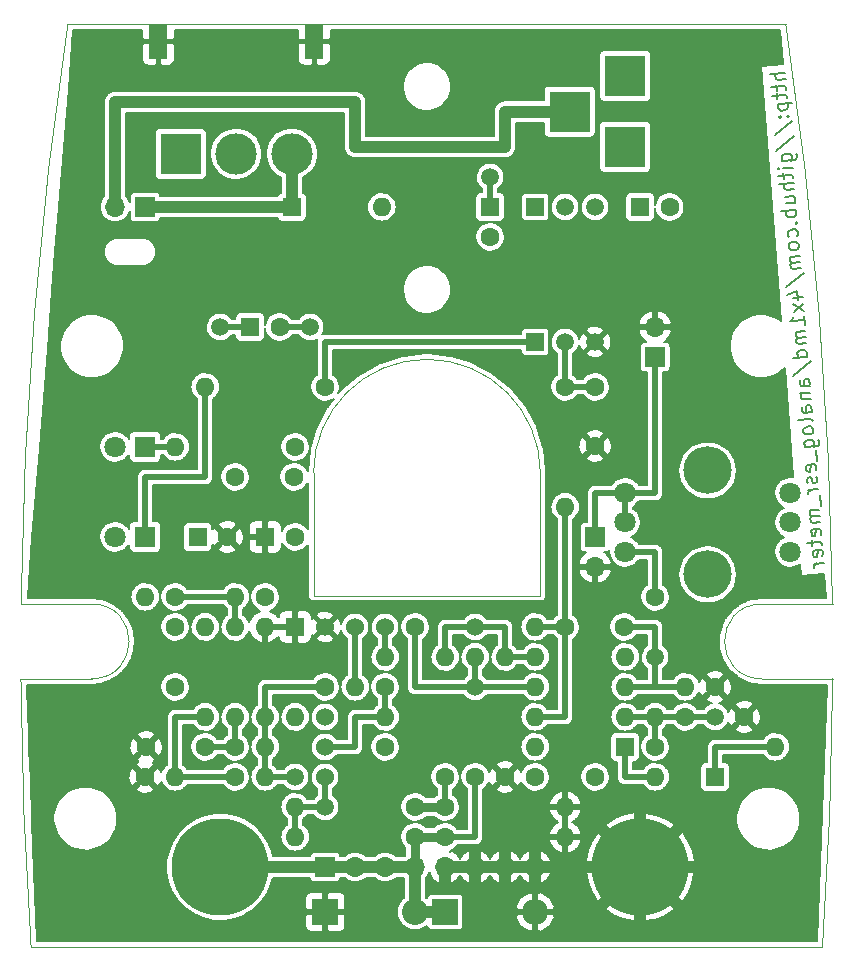
<source format=gbr>
G04 #@! TF.FileFunction,Copper,L2,Bot,Signal*
%FSLAX46Y46*%
G04 Gerber Fmt 4.6, Leading zero omitted, Abs format (unit mm)*
G04 Created by KiCad (PCBNEW 4.0.7-e2-6376~61~ubuntu18.04.1) date Fri Jan 25 16:45:16 2019*
%MOMM*%
%LPD*%
G01*
G04 APERTURE LIST*
%ADD10C,0.100000*%
%ADD11C,0.200000*%
%ADD12C,1.800000*%
%ADD13O,4.000000X4.000000*%
%ADD14R,1.800000X1.800000*%
%ADD15R,1.700000X1.700000*%
%ADD16O,1.700000X1.700000*%
%ADD17C,1.600000*%
%ADD18O,1.600000X1.600000*%
%ADD19C,1.524000*%
%ADD20R,1.600000X1.600000*%
%ADD21C,1.520000*%
%ADD22R,1.520000X1.520000*%
%ADD23C,1.500000*%
%ADD24C,8.200000*%
%ADD25R,1.600000X2.850000*%
%ADD26R,3.500000X3.500000*%
%ADD27C,3.500000*%
%ADD28R,2.200000X2.200000*%
%ADD29O,2.200000X2.200000*%
%ADD30C,0.500000*%
%ADD31C,1.000000*%
%ADD32C,0.750000*%
G04 APERTURE END LIST*
D10*
X153400000Y-76400000D02*
G75*
G03X143800000Y-86000000I0J-9600000D01*
G01*
X163000000Y-86000000D02*
G75*
G03X153400000Y-76400000I-9600000J0D01*
G01*
X143800000Y-96400000D02*
X143800000Y-86000000D01*
X163000000Y-96400000D02*
X163000000Y-86000000D01*
X143800000Y-96400000D02*
X163000000Y-96400000D01*
X119038933Y-97119337D02*
G75*
G02X123000000Y-48000000I357321529J-4095632D01*
G01*
D11*
X183724498Y-52152182D02*
X182478351Y-52250256D01*
X183766530Y-52686245D02*
X183113786Y-52737617D01*
X182990436Y-52687617D01*
X182921755Y-52573607D01*
X182907745Y-52395585D01*
X182957745Y-52272235D01*
X183012414Y-52208224D01*
X182968457Y-53167010D02*
X183005818Y-53641732D01*
X182567085Y-53377721D02*
X183635211Y-53293658D01*
X183758561Y-53343658D01*
X183827242Y-53457668D01*
X183836583Y-53576349D01*
X183024499Y-53879094D02*
X183061861Y-54353816D01*
X182623127Y-54089806D02*
X183691253Y-54005742D01*
X183814604Y-54055742D01*
X183883284Y-54169752D01*
X183892625Y-54288433D01*
X183094552Y-54769198D02*
X184340699Y-54671124D01*
X183153892Y-54764528D02*
X183103892Y-54887879D01*
X183122573Y-55125240D01*
X183191254Y-55239251D01*
X183255264Y-55293921D01*
X183378615Y-55343921D01*
X183734657Y-55315900D01*
X183848668Y-55247219D01*
X183903337Y-55183209D01*
X183953337Y-55059858D01*
X183934656Y-54822497D01*
X183865976Y-54708486D01*
X183895370Y-55840622D02*
X183959379Y-55895292D01*
X184014050Y-55831281D01*
X183950039Y-55776611D01*
X183895370Y-55840622D01*
X184014050Y-55831281D01*
X183242626Y-55891994D02*
X183306636Y-55946664D01*
X183361306Y-55882653D01*
X183297295Y-55827983D01*
X183242626Y-55891994D01*
X183361306Y-55882653D01*
X182825317Y-57417533D02*
X184343442Y-56223313D01*
X182928061Y-58723020D02*
X184446186Y-57528800D01*
X183477507Y-59635104D02*
X184486293Y-59555711D01*
X184600303Y-59487031D01*
X184654973Y-59423020D01*
X184704973Y-59299669D01*
X184690962Y-59121649D01*
X184622282Y-59007638D01*
X184248931Y-59574392D02*
X184298931Y-59451041D01*
X184280250Y-59213679D01*
X184211569Y-59099670D01*
X184147560Y-59044999D01*
X184024208Y-58994999D01*
X183668166Y-59023020D01*
X183554155Y-59091701D01*
X183499486Y-59155712D01*
X183449486Y-59279062D01*
X183468167Y-59516424D01*
X183536848Y-59630434D01*
X184354973Y-60163125D02*
X183524209Y-60228507D01*
X183108826Y-60261198D02*
X183163497Y-60197188D01*
X183227507Y-60251858D01*
X183172837Y-60315869D01*
X183108826Y-60261198D01*
X183227507Y-60251858D01*
X183556900Y-60643890D02*
X183594262Y-61118612D01*
X183155528Y-60854601D02*
X184223654Y-60770538D01*
X184347005Y-60820538D01*
X184415685Y-60934548D01*
X184425026Y-61053229D01*
X184457717Y-61468612D02*
X183211570Y-61566686D01*
X184499749Y-62002674D02*
X183847005Y-62054046D01*
X183723655Y-62004047D01*
X183654974Y-61890036D01*
X183640963Y-61712015D01*
X183690964Y-61588665D01*
X183745633Y-61524654D01*
X183757718Y-63195522D02*
X184588482Y-63130140D01*
X183715686Y-62661460D02*
X184368430Y-62610088D01*
X184491780Y-62660088D01*
X184560461Y-62774098D01*
X184574472Y-62952119D01*
X184524472Y-63075471D01*
X184469802Y-63139480D01*
X184635184Y-63723543D02*
X183389037Y-63821617D01*
X183863760Y-63784255D02*
X183813760Y-63907607D01*
X183832441Y-64144968D01*
X183901122Y-64258978D01*
X183965132Y-64313648D01*
X184088483Y-64363648D01*
X184444525Y-64335627D01*
X184558536Y-64266946D01*
X184613205Y-64202936D01*
X184663205Y-64079585D01*
X184644524Y-63842224D01*
X184575844Y-63728213D01*
X184605237Y-64860349D02*
X184669247Y-64915019D01*
X184723917Y-64851009D01*
X184659907Y-64796338D01*
X184605237Y-64860349D01*
X184723917Y-64851009D01*
X184753310Y-65983145D02*
X184803311Y-65859794D01*
X184784630Y-65622432D01*
X184715949Y-65508422D01*
X184651939Y-65453752D01*
X184528588Y-65403752D01*
X184172546Y-65431773D01*
X184058535Y-65500454D01*
X184003866Y-65564465D01*
X183953866Y-65687815D01*
X183972547Y-65925177D01*
X184041227Y-66039187D01*
X184868693Y-66690558D02*
X184800012Y-66576549D01*
X184736003Y-66521878D01*
X184612651Y-66471878D01*
X184256609Y-66499899D01*
X184142599Y-66568580D01*
X184087929Y-66632591D01*
X184037929Y-66755941D01*
X184051940Y-66933963D01*
X184120621Y-67047973D01*
X184184630Y-67102643D01*
X184307981Y-67152643D01*
X184664023Y-67124622D01*
X184778034Y-67055941D01*
X184832704Y-66991931D01*
X184882704Y-66868580D01*
X184868693Y-66690558D01*
X184943416Y-67640004D02*
X184112652Y-67705386D01*
X184231332Y-67696046D02*
X184176663Y-67760056D01*
X184126663Y-67883407D01*
X184140673Y-68061428D01*
X184209354Y-68175439D01*
X184332704Y-68225438D01*
X184985448Y-68174066D01*
X184332704Y-68225438D02*
X184218694Y-68294119D01*
X184168694Y-68417470D01*
X184182705Y-68595491D01*
X184251386Y-68709502D01*
X184374736Y-68759502D01*
X185027480Y-68708130D01*
X183838747Y-70294381D02*
X185356872Y-69100161D01*
X184388193Y-71206465D02*
X185218957Y-71141083D01*
X183890119Y-70947125D02*
X184756874Y-70580371D01*
X184817586Y-71351795D01*
X185260989Y-71675145D02*
X184481597Y-72393271D01*
X184430225Y-71740528D02*
X185312361Y-72327889D01*
X185401094Y-73455355D02*
X185345052Y-72743271D01*
X185373073Y-73099313D02*
X184126926Y-73197387D01*
X184295608Y-73064696D01*
X184404947Y-72936675D01*
X184454947Y-72813324D01*
X185443126Y-73989418D02*
X184612362Y-74054800D01*
X184731042Y-74045460D02*
X184676372Y-74109471D01*
X184626372Y-74232821D01*
X184640383Y-74410843D01*
X184709064Y-74524853D01*
X184832414Y-74574853D01*
X185485158Y-74523480D01*
X184832414Y-74574853D02*
X184718404Y-74643533D01*
X184668404Y-74766885D01*
X184682415Y-74944905D01*
X184751095Y-75058916D01*
X184874446Y-75108916D01*
X185527189Y-75057544D01*
X185615923Y-76185010D02*
X184369776Y-76283084D01*
X185556582Y-76189680D02*
X185606582Y-76066330D01*
X185587902Y-75828968D01*
X185519221Y-75714958D01*
X185455211Y-75660287D01*
X185331860Y-75610287D01*
X184975818Y-75638308D01*
X184861807Y-75706989D01*
X184807138Y-75771000D01*
X184757137Y-75894350D01*
X184775818Y-76131712D01*
X184844499Y-76245722D01*
X184427190Y-77771261D02*
X185945316Y-76577041D01*
X185807400Y-78617963D02*
X185154657Y-78669335D01*
X185031307Y-78619335D01*
X184962626Y-78505325D01*
X184943945Y-78267964D01*
X184993945Y-78144612D01*
X185748060Y-78622633D02*
X185798060Y-78499283D01*
X185774709Y-78202581D01*
X185706028Y-78088570D01*
X185582678Y-78038570D01*
X185463997Y-78047910D01*
X185349987Y-78116591D01*
X185299987Y-78239942D01*
X185323338Y-78536644D01*
X185273338Y-78659994D01*
X185023338Y-79276748D02*
X185854102Y-79211366D01*
X185142018Y-79267408D02*
X185087349Y-79331418D01*
X185037349Y-79454769D01*
X185051359Y-79632790D01*
X185120040Y-79746801D01*
X185243390Y-79796800D01*
X185896134Y-79745428D01*
X185984867Y-80872894D02*
X185332124Y-80924266D01*
X185208773Y-80874267D01*
X185140093Y-80760256D01*
X185121412Y-80522895D01*
X185171412Y-80399544D01*
X185925527Y-80877564D02*
X185975527Y-80754214D01*
X185952176Y-80457512D01*
X185883495Y-80343501D01*
X185760145Y-80293501D01*
X185641464Y-80302842D01*
X185527454Y-80371522D01*
X185477454Y-80494874D01*
X185500805Y-80791575D01*
X185450805Y-80914925D01*
X186045580Y-81644317D02*
X185976899Y-81530308D01*
X185853549Y-81480307D01*
X184785422Y-81564371D01*
X186096952Y-82297061D02*
X186028271Y-82183051D01*
X185964261Y-82128381D01*
X185840910Y-82078381D01*
X185484868Y-82106402D01*
X185370857Y-82175083D01*
X185316188Y-82239093D01*
X185266187Y-82362444D01*
X185280198Y-82540465D01*
X185348879Y-82654476D01*
X185412889Y-82709145D01*
X185536240Y-82759145D01*
X185892282Y-82731124D01*
X186006293Y-82662443D01*
X186060962Y-82598434D01*
X186110962Y-82475083D01*
X186096952Y-82297061D01*
X185382942Y-83845951D02*
X186391728Y-83766558D01*
X186505738Y-83697878D01*
X186560408Y-83633868D01*
X186610408Y-83510516D01*
X186596397Y-83332496D01*
X186527717Y-83218485D01*
X186154366Y-83785239D02*
X186204366Y-83661889D01*
X186185685Y-83424527D01*
X186117004Y-83310517D01*
X186052995Y-83255846D01*
X185929643Y-83205846D01*
X185573601Y-83233867D01*
X185459590Y-83302548D01*
X185404921Y-83366559D01*
X185354921Y-83489909D01*
X185373602Y-83727271D01*
X185442283Y-83841281D01*
X186355738Y-84067930D02*
X186430461Y-85017375D01*
X186313152Y-85802810D02*
X186363152Y-85679459D01*
X186344471Y-85442098D01*
X186275790Y-85328087D01*
X186152440Y-85278087D01*
X185677717Y-85315448D01*
X185563707Y-85384129D01*
X185513707Y-85507480D01*
X185532388Y-85744842D01*
X185601069Y-85858852D01*
X185724419Y-85908852D01*
X185843100Y-85899511D01*
X185915079Y-85296768D01*
X186355184Y-86336873D02*
X186423865Y-86450884D01*
X186442545Y-86688245D01*
X186392545Y-86811596D01*
X186278535Y-86880277D01*
X186219195Y-86884947D01*
X186095844Y-86834947D01*
X186027164Y-86720936D01*
X186013153Y-86542915D01*
X185944472Y-86428905D01*
X185821121Y-86378904D01*
X185761781Y-86383575D01*
X185647771Y-86452255D01*
X185597771Y-86575607D01*
X185611781Y-86753627D01*
X185680462Y-86867638D01*
X186498587Y-87400329D02*
X185667823Y-87465711D01*
X185905184Y-87447031D02*
X185791174Y-87515711D01*
X185736504Y-87579722D01*
X185686504Y-87703072D01*
X185695844Y-87821753D01*
X186654630Y-87865711D02*
X186729353Y-88815156D01*
X186634023Y-89121198D02*
X185803259Y-89186581D01*
X185921939Y-89177241D02*
X185867269Y-89241251D01*
X185817269Y-89364602D01*
X185831280Y-89542623D01*
X185899961Y-89656634D01*
X186023311Y-89706633D01*
X186676054Y-89655261D01*
X186023311Y-89706633D02*
X185909301Y-89775314D01*
X185859301Y-89898665D01*
X185873311Y-90076686D01*
X185941992Y-90190696D01*
X186065343Y-90240697D01*
X186718086Y-90189325D01*
X186742809Y-91262121D02*
X186792809Y-91138770D01*
X186774128Y-90901409D01*
X186705448Y-90787398D01*
X186582097Y-90737398D01*
X186107374Y-90774759D01*
X185993364Y-90843440D01*
X185943364Y-90966791D01*
X185962045Y-91204152D01*
X186030726Y-91318163D01*
X186154076Y-91368162D01*
X186272757Y-91358822D01*
X186344736Y-90756078D01*
X186004077Y-91738216D02*
X186041438Y-92212938D01*
X185602705Y-91948928D02*
X186670831Y-91864864D01*
X186794181Y-91914865D01*
X186862862Y-92028874D01*
X186872202Y-92147555D01*
X186882915Y-93042331D02*
X186932915Y-92918980D01*
X186914234Y-92681619D01*
X186845553Y-92567608D01*
X186722203Y-92517608D01*
X186247480Y-92554969D01*
X186133470Y-92623650D01*
X186083470Y-92747001D01*
X186102151Y-92984362D01*
X186170832Y-93098373D01*
X186294182Y-93148372D01*
X186412863Y-93139032D01*
X186484842Y-92536289D01*
X186988957Y-93631064D02*
X186158193Y-93696447D01*
X186395554Y-93677766D02*
X186281543Y-93746447D01*
X186226874Y-93810457D01*
X186176874Y-93933808D01*
X186186214Y-94052489D01*
D10*
X183777337Y-48000000D02*
X123000000Y-48000000D01*
X183777337Y-48000000D02*
G75*
G02X187738404Y-97119337I-353360462J-53214969D01*
G01*
X181762789Y-97119337D02*
X187738404Y-97119337D01*
X181762789Y-103444787D02*
G75*
G02X181762789Y-97119337I0J3162725D01*
G01*
X187754918Y-103444786D02*
X181762789Y-103444786D01*
X187754919Y-103444787D02*
G75*
G02X186888669Y-126181137I-357338044J2229818D01*
G01*
X119888669Y-126181137D02*
X186888669Y-126181137D01*
X119888669Y-126181136D02*
G75*
G02X119022419Y-103444786I356471793J24966167D01*
G01*
X125014548Y-103444786D02*
X119022419Y-103444786D01*
X125014548Y-97119338D02*
G75*
G02X125014548Y-103444786I0J-3162724D01*
G01*
X119038933Y-97119337D02*
X125014548Y-97119337D01*
D12*
X184150000Y-87710000D03*
X184150000Y-90210000D03*
X184150000Y-92710000D03*
D13*
X177150000Y-85810000D03*
X177150000Y-94610000D03*
D14*
X129540000Y-91440000D03*
D12*
X127000000Y-91440000D03*
D14*
X129540000Y-83820000D03*
D12*
X127000000Y-83820000D03*
D15*
X144780000Y-119380000D03*
D16*
X147320000Y-119380000D03*
X149860000Y-119380000D03*
X152400000Y-119380000D03*
X154940000Y-119380000D03*
X157480000Y-119380000D03*
X160020000Y-119380000D03*
X162560000Y-119380000D03*
D17*
X149860000Y-104140000D03*
D18*
X149860000Y-101600000D03*
D19*
X147320000Y-99060000D03*
X144780000Y-99060000D03*
X149860000Y-99060000D03*
D12*
X170180000Y-87710000D03*
X170180000Y-90210000D03*
X170180000Y-92710000D03*
D13*
X177180000Y-85810000D03*
X177180000Y-94610000D03*
D19*
X144780000Y-109220000D03*
X144780000Y-106680000D03*
X144780000Y-111760000D03*
D20*
X133985000Y-91440000D03*
D17*
X136485000Y-91440000D03*
D20*
X139700000Y-91440000D03*
D17*
X142240000Y-91440000D03*
D20*
X138430000Y-73660000D03*
D17*
X140930000Y-73660000D03*
D20*
X158750000Y-63500000D03*
D17*
X158750000Y-66040000D03*
D20*
X141960000Y-63500000D03*
D18*
X149580000Y-63500000D03*
D15*
X129540000Y-63500000D03*
D16*
X127000000Y-63500000D03*
D17*
X152400000Y-116840000D03*
D18*
X142240000Y-116840000D03*
D17*
X154940000Y-116840000D03*
D18*
X165100000Y-116840000D03*
D17*
X152400000Y-114300000D03*
D18*
X142240000Y-114300000D03*
D17*
X154940000Y-114300000D03*
D18*
X165100000Y-114300000D03*
D17*
X165100000Y-78740000D03*
D18*
X165100000Y-88900000D03*
D17*
X172720000Y-96520000D03*
D18*
X172720000Y-106680000D03*
D15*
X172720000Y-76200000D03*
D16*
X172720000Y-73660000D03*
D21*
X165100000Y-74930000D03*
X167640000Y-74930000D03*
D22*
X162560000Y-74930000D03*
D17*
X134620000Y-109220000D03*
X129620000Y-109220000D03*
X167640000Y-78740000D03*
X167640000Y-83740000D03*
X165100000Y-99060000D03*
X170100000Y-99060000D03*
X175260000Y-106680000D03*
X180260000Y-106680000D03*
X137160000Y-86360000D03*
X142160000Y-86360000D03*
D20*
X142240000Y-99060000D03*
D18*
X134620000Y-106680000D03*
X139700000Y-99060000D03*
X137160000Y-106680000D03*
X137160000Y-99060000D03*
X139700000Y-106680000D03*
X134620000Y-99060000D03*
X142240000Y-106680000D03*
D20*
X170180000Y-109220000D03*
D18*
X162560000Y-101600000D03*
X170180000Y-106680000D03*
X162560000Y-104140000D03*
X170180000Y-104140000D03*
X162560000Y-106680000D03*
X170180000Y-101600000D03*
X162560000Y-109220000D03*
D23*
X142240000Y-111760000D03*
X144780000Y-114300000D03*
X157480000Y-99060000D03*
X157480000Y-104140000D03*
X172720000Y-101600000D03*
X129540000Y-76200000D03*
X135890000Y-73660000D03*
X143510000Y-73660000D03*
X158750000Y-60960000D03*
X177800000Y-106680000D03*
D17*
X132080000Y-104140000D03*
X132080000Y-99060000D03*
X162560000Y-111760000D03*
X167640000Y-111760000D03*
D24*
X135890000Y-119380000D03*
X171450000Y-119380000D03*
D25*
X130660000Y-49500000D03*
X143860000Y-49500000D03*
D26*
X132560000Y-59000000D03*
D27*
X137260000Y-59000000D03*
X141960000Y-59000000D03*
D17*
X129540000Y-111760000D03*
D18*
X132080000Y-111760000D03*
D17*
X137160000Y-111760000D03*
D18*
X139700000Y-111760000D03*
D17*
X137160000Y-109220000D03*
D18*
X139700000Y-109220000D03*
D17*
X144780000Y-104140000D03*
D18*
X147320000Y-104140000D03*
D17*
X149860000Y-109220000D03*
D18*
X149860000Y-106680000D03*
D17*
X157480000Y-111760000D03*
D18*
X157480000Y-101600000D03*
D17*
X154940000Y-111760000D03*
D18*
X154940000Y-101600000D03*
D17*
X152400000Y-99060000D03*
D18*
X162560000Y-99060000D03*
D14*
X129540000Y-91440000D03*
D12*
X127000000Y-91440000D03*
D14*
X129540000Y-83820000D03*
D12*
X127000000Y-83820000D03*
D17*
X132080000Y-96520000D03*
D18*
X129540000Y-96520000D03*
D17*
X139700000Y-96520000D03*
D18*
X137160000Y-96520000D03*
D17*
X177800000Y-104140000D03*
D18*
X175260000Y-104140000D03*
D17*
X160020000Y-111760000D03*
D18*
X160020000Y-101600000D03*
D17*
X144780000Y-78740000D03*
D18*
X134620000Y-78740000D03*
D26*
X170180000Y-58420000D03*
X170180000Y-52420000D03*
X165480000Y-55420000D03*
D20*
X177800000Y-111760000D03*
D18*
X172720000Y-111760000D03*
D17*
X172720000Y-109220000D03*
D18*
X182880000Y-109220000D03*
D20*
X171450000Y-63500000D03*
D17*
X173950000Y-63500000D03*
D21*
X165100000Y-63500000D03*
X167640000Y-63500000D03*
D22*
X162560000Y-63500000D03*
D17*
X142240000Y-83820000D03*
D18*
X132080000Y-83820000D03*
D28*
X144780000Y-123190000D03*
D29*
X152400000Y-123190000D03*
D28*
X154940000Y-123190000D03*
D29*
X162560000Y-123190000D03*
D15*
X167640000Y-91440000D03*
D16*
X167640000Y-93980000D03*
D30*
X134620000Y-109220000D02*
X137160000Y-109220000D01*
X137160000Y-109220000D02*
X137160000Y-106680000D01*
X165100000Y-78740000D02*
X167640000Y-78740000D01*
X165100000Y-78740000D02*
X165100000Y-74930000D01*
D31*
X171450000Y-119380000D02*
X175260000Y-123190000D01*
X171450000Y-119380000D02*
X167640000Y-123190000D01*
X171450000Y-119380000D02*
X167640000Y-115570000D01*
X171450000Y-119380000D02*
X175260000Y-115570000D01*
X171450000Y-119380000D02*
X171450000Y-114300000D01*
X171450000Y-119380000D02*
X166370000Y-119380000D01*
X171450000Y-119380000D02*
X171450000Y-124460000D01*
X171450000Y-119380000D02*
X176530000Y-119380000D01*
D30*
X177800000Y-106680000D02*
X175260000Y-106680000D01*
X172720000Y-109220000D02*
X172720000Y-106680000D01*
X172720000Y-106680000D02*
X175260000Y-106680000D01*
X170180000Y-106680000D02*
X172720000Y-106680000D01*
D31*
X165480000Y-55420000D02*
X160020000Y-55420000D01*
X147320000Y-58420000D02*
X160020000Y-58420000D01*
X160020000Y-58420000D02*
X160020000Y-55420000D01*
X127000000Y-54610000D02*
X127000000Y-63500000D01*
X127000000Y-54610000D02*
X147320000Y-54610000D01*
X147320000Y-54610000D02*
X147320000Y-58420000D01*
D30*
X147320000Y-99060000D02*
X147320000Y-104140000D01*
X149860000Y-99060000D02*
X149860000Y-101600000D01*
D32*
X154940000Y-114300000D02*
X152400000Y-114300000D01*
D30*
X154940000Y-111760000D02*
X154940000Y-114300000D01*
X172720000Y-99060000D02*
X172720000Y-101600000D01*
X172720000Y-104140000D02*
X175260000Y-104140000D01*
X172720000Y-101600000D02*
X172720000Y-104140000D01*
X172720000Y-104140000D02*
X170180000Y-104140000D01*
X170100000Y-99060000D02*
X172720000Y-99060000D01*
X170180000Y-111760000D02*
X172720000Y-111760000D01*
X170180000Y-109220000D02*
X170180000Y-111760000D01*
X149860000Y-104140000D02*
X149860000Y-106680000D01*
X147320000Y-106680000D02*
X149860000Y-106680000D01*
X147320000Y-109220000D02*
X147320000Y-106680000D01*
X144780000Y-109220000D02*
X147320000Y-109220000D01*
X144780000Y-114300000D02*
X144780000Y-111760000D01*
X142240000Y-114300000D02*
X144780000Y-114300000D01*
X142240000Y-116840000D02*
X142240000Y-114300000D01*
X165100000Y-99060000D02*
X165100000Y-88900000D01*
X165100000Y-106680000D02*
X162560000Y-106680000D01*
X162560000Y-99060000D02*
X165100000Y-99060000D01*
X165100000Y-99060000D02*
X165100000Y-106680000D01*
X140930000Y-73660000D02*
X143510000Y-73660000D01*
X134620000Y-78740000D02*
X134620000Y-86360000D01*
X129540000Y-86360000D02*
X134620000Y-86360000D01*
X129540000Y-91440000D02*
X129540000Y-86360000D01*
X167640000Y-91440000D02*
X167640000Y-87710000D01*
X170180000Y-87710000D02*
X167640000Y-87710000D01*
X170180000Y-87710000D02*
X172720000Y-87710000D01*
X172720000Y-76200000D02*
X172720000Y-87710000D01*
X170180000Y-87710000D02*
X170180000Y-88900000D01*
X170180000Y-88900000D02*
X170180000Y-90210000D01*
X132080000Y-106680000D02*
X134620000Y-106680000D01*
X132080000Y-109220000D02*
X132080000Y-106680000D01*
X137160000Y-111760000D02*
X132080000Y-111760000D01*
X132080000Y-111760000D02*
X132080000Y-109220000D01*
X139700000Y-111760000D02*
X142240000Y-111760000D01*
X139700000Y-104140000D02*
X144780000Y-104140000D01*
X139700000Y-106680000D02*
X139700000Y-104140000D01*
X139700000Y-109220000D02*
X139700000Y-111760000D01*
X139700000Y-106680000D02*
X139700000Y-109220000D01*
X137160000Y-96520000D02*
X137160000Y-99060000D01*
X132080000Y-96520000D02*
X137160000Y-96520000D01*
X157480000Y-104140000D02*
X152400000Y-104140000D01*
X152400000Y-104140000D02*
X152400000Y-99060000D01*
X162560000Y-104140000D02*
X157480000Y-104140000D01*
X157480000Y-104140000D02*
X157480000Y-101600000D01*
X157480000Y-99060000D02*
X154940000Y-99060000D01*
X154940000Y-99060000D02*
X154940000Y-101600000D01*
X157480000Y-99060000D02*
X160020000Y-99060000D01*
X160020000Y-101600000D02*
X160020000Y-99060000D01*
X162560000Y-101600000D02*
X160020000Y-101600000D01*
X170180000Y-92710000D02*
X172720000Y-92710000D01*
X172720000Y-92710000D02*
X172720000Y-96520000D01*
X144780000Y-74930000D02*
X144780000Y-78740000D01*
X162560000Y-74930000D02*
X144780000Y-74930000D01*
X129540000Y-83820000D02*
X132080000Y-83820000D01*
X177800000Y-111760000D02*
X177800000Y-109220000D01*
X177800000Y-109220000D02*
X182880000Y-109220000D01*
D31*
X152400000Y-119380000D02*
X152400000Y-123190000D01*
X152400000Y-123190000D02*
X154940000Y-123190000D01*
D30*
X157480000Y-111760000D02*
X157480000Y-116840000D01*
X157480000Y-116840000D02*
X154940000Y-116840000D01*
D31*
X144780000Y-119380000D02*
X135890000Y-119380000D01*
X144780000Y-119380000D02*
X147320000Y-119380000D01*
X147320000Y-119380000D02*
X149860000Y-119380000D01*
X149860000Y-119380000D02*
X152400000Y-119380000D01*
D32*
X152400000Y-116840000D02*
X152400000Y-119380000D01*
X152400000Y-116840000D02*
X154940000Y-116840000D01*
D30*
X158750000Y-63500000D02*
X158750000Y-60960000D01*
D31*
X141960000Y-59000000D02*
X141960000Y-63500000D01*
X129540000Y-63500000D02*
X141960000Y-63500000D01*
D30*
X138430000Y-73660000D02*
X135890000Y-73660000D01*
D11*
G36*
X129252000Y-49198000D02*
X129404000Y-49350000D01*
X130510000Y-49350000D01*
X130510000Y-49330000D01*
X130810000Y-49330000D01*
X130810000Y-49350000D01*
X131916000Y-49350000D01*
X132068000Y-49198000D01*
X132068000Y-48500000D01*
X142452000Y-48500000D01*
X142452000Y-49198000D01*
X142604000Y-49350000D01*
X143710000Y-49350000D01*
X143710000Y-49330000D01*
X144010000Y-49330000D01*
X144010000Y-49350000D01*
X145116000Y-49350000D01*
X145268000Y-49198000D01*
X145268000Y-48500000D01*
X183316035Y-48500000D01*
X183551177Y-51415891D01*
X181681501Y-51563038D01*
X183379709Y-73140814D01*
X183020399Y-72898457D01*
X182532275Y-72693269D01*
X182013592Y-72586798D01*
X181484108Y-72583102D01*
X180963990Y-72682320D01*
X180473048Y-72880673D01*
X180029984Y-73170606D01*
X179651672Y-73541076D01*
X179352524Y-73977971D01*
X179143933Y-74464651D01*
X179033844Y-74982578D01*
X179026451Y-75512023D01*
X179122035Y-76032822D01*
X179316956Y-76525136D01*
X179603789Y-76970214D01*
X179971609Y-77351102D01*
X180406406Y-77653293D01*
X180891617Y-77865277D01*
X181408762Y-77978979D01*
X181938144Y-77990068D01*
X182459597Y-77898122D01*
X182953260Y-77706642D01*
X183400329Y-77422924D01*
X183694659Y-77142637D01*
X184422259Y-86387679D01*
X184291796Y-86360899D01*
X184027054Y-86359051D01*
X183766995Y-86408660D01*
X183521524Y-86507836D01*
X183299992Y-86652803D01*
X183110836Y-86838038D01*
X182961262Y-87056486D01*
X182856966Y-87299826D01*
X182801922Y-87558789D01*
X182798226Y-87823512D01*
X182846018Y-88083911D01*
X182943478Y-88330068D01*
X183086895Y-88552607D01*
X183270805Y-88743051D01*
X183488203Y-88894147D01*
X183639409Y-88960208D01*
X183521524Y-89007836D01*
X183299992Y-89152803D01*
X183110836Y-89338038D01*
X182961262Y-89556486D01*
X182856966Y-89799826D01*
X182801922Y-90058789D01*
X182798226Y-90323512D01*
X182846018Y-90583911D01*
X182943478Y-90830068D01*
X183086895Y-91052607D01*
X183270805Y-91243051D01*
X183488203Y-91394147D01*
X183639409Y-91460208D01*
X183521524Y-91507836D01*
X183299992Y-91652803D01*
X183110836Y-91838038D01*
X182961262Y-92056486D01*
X182856966Y-92299826D01*
X182801922Y-92558789D01*
X182798226Y-92823512D01*
X182846018Y-93083911D01*
X182943478Y-93330068D01*
X183086895Y-93552607D01*
X183270805Y-93743051D01*
X183488203Y-93894147D01*
X183730809Y-94000139D01*
X183989381Y-94056989D01*
X184254072Y-94062534D01*
X184514798Y-94016561D01*
X184761630Y-93920821D01*
X184985164Y-93778962D01*
X185002655Y-93762306D01*
X185077285Y-94710570D01*
X187030140Y-94556877D01*
X187196460Y-96619337D01*
X181762789Y-96619337D01*
X181762667Y-96619349D01*
X181759302Y-96619349D01*
X181715143Y-96619657D01*
X181692546Y-96622032D01*
X181669839Y-96622032D01*
X181662896Y-96622761D01*
X181049486Y-96691566D01*
X181005126Y-96700995D01*
X180960704Y-96709791D01*
X180954043Y-96711852D01*
X180954036Y-96711854D01*
X180954030Y-96711857D01*
X180365674Y-96898495D01*
X180323996Y-96916358D01*
X180282123Y-96933617D01*
X180275991Y-96936932D01*
X180275982Y-96936936D01*
X180275975Y-96936941D01*
X179735077Y-97234302D01*
X179697645Y-97259932D01*
X179659940Y-97284983D01*
X179654566Y-97289428D01*
X179654560Y-97289432D01*
X179654555Y-97289437D01*
X179181715Y-97686196D01*
X179149980Y-97718603D01*
X179117851Y-97750508D01*
X179113443Y-97755912D01*
X179113439Y-97755916D01*
X179113438Y-97755918D01*
X178726665Y-98236969D01*
X178701864Y-98274868D01*
X178676510Y-98312457D01*
X178673233Y-98318621D01*
X178387260Y-98865635D01*
X178370277Y-98907669D01*
X178352722Y-98949431D01*
X178350706Y-98956106D01*
X178350704Y-98956112D01*
X178350704Y-98956114D01*
X178176428Y-99548256D01*
X178167931Y-99592795D01*
X178158824Y-99637162D01*
X178158144Y-99644099D01*
X178158142Y-99644110D01*
X178158142Y-99644120D01*
X178102199Y-100258825D01*
X178102515Y-100304142D01*
X178102199Y-100349459D01*
X178102880Y-100356406D01*
X178167401Y-100970280D01*
X178176521Y-101014711D01*
X178185005Y-101059186D01*
X178187020Y-101065860D01*
X178187022Y-101065870D01*
X178187026Y-101065879D01*
X178369550Y-101655521D01*
X178387126Y-101697333D01*
X178404088Y-101739315D01*
X178407360Y-101745470D01*
X178407364Y-101745479D01*
X178407369Y-101745486D01*
X178700947Y-102288448D01*
X178726295Y-102326027D01*
X178751102Y-102363937D01*
X178755514Y-102369347D01*
X179148968Y-102844951D01*
X179181132Y-102876891D01*
X179212831Y-102909261D01*
X179218210Y-102913711D01*
X179696549Y-103303835D01*
X179734311Y-103328924D01*
X179771687Y-103354516D01*
X179777828Y-103357837D01*
X180322832Y-103647621D01*
X180364763Y-103664904D01*
X180406384Y-103682742D01*
X180413045Y-103684805D01*
X180413051Y-103684807D01*
X180413057Y-103684808D01*
X181003964Y-103863213D01*
X181048431Y-103872018D01*
X181092744Y-103881437D01*
X181099687Y-103882167D01*
X181713997Y-103942401D01*
X181734981Y-103942401D01*
X181755808Y-103944737D01*
X181762789Y-103944786D01*
X187235507Y-103944786D01*
X186407357Y-125681137D01*
X120369981Y-125681137D01*
X120144486Y-119762576D01*
X131334019Y-119762576D01*
X131495096Y-120640218D01*
X131823574Y-121469859D01*
X132306941Y-122219898D01*
X132926785Y-122861765D01*
X133659498Y-123371014D01*
X134477169Y-123728246D01*
X135348655Y-123919854D01*
X136240761Y-123938541D01*
X137119506Y-123783595D01*
X137871282Y-123492000D01*
X143072000Y-123492000D01*
X143072000Y-124349883D01*
X143095365Y-124467347D01*
X143141197Y-124577996D01*
X143207735Y-124677577D01*
X143292422Y-124762264D01*
X143392004Y-124828803D01*
X143502653Y-124874635D01*
X143620117Y-124898000D01*
X144478000Y-124898000D01*
X144630000Y-124746000D01*
X144630000Y-123340000D01*
X144930000Y-123340000D01*
X144930000Y-124746000D01*
X145082000Y-124898000D01*
X145939883Y-124898000D01*
X146057347Y-124874635D01*
X146167996Y-124828803D01*
X146267578Y-124762264D01*
X146352265Y-124677577D01*
X146418803Y-124577996D01*
X146464635Y-124467347D01*
X146488000Y-124349883D01*
X146488000Y-123492000D01*
X146336000Y-123340000D01*
X144930000Y-123340000D01*
X144630000Y-123340000D01*
X143224000Y-123340000D01*
X143072000Y-123492000D01*
X137871282Y-123492000D01*
X137951419Y-123460917D01*
X138704814Y-122982798D01*
X139350994Y-122367449D01*
X139588955Y-122030117D01*
X143072000Y-122030117D01*
X143072000Y-122888000D01*
X143224000Y-123040000D01*
X144630000Y-123040000D01*
X144630000Y-121634000D01*
X144930000Y-121634000D01*
X144930000Y-123040000D01*
X146336000Y-123040000D01*
X146488000Y-122888000D01*
X146488000Y-122030117D01*
X146464635Y-121912653D01*
X146418803Y-121802004D01*
X146352265Y-121702423D01*
X146267578Y-121617736D01*
X146167996Y-121551197D01*
X146057347Y-121505365D01*
X145939883Y-121482000D01*
X145082000Y-121482000D01*
X144930000Y-121634000D01*
X144630000Y-121634000D01*
X144478000Y-121482000D01*
X143620117Y-121482000D01*
X143502653Y-121505365D01*
X143392004Y-121551197D01*
X143292422Y-121617736D01*
X143207735Y-121702423D01*
X143141197Y-121802004D01*
X143095365Y-121912653D01*
X143072000Y-122030117D01*
X139588955Y-122030117D01*
X139865345Y-121638310D01*
X140228276Y-120823152D01*
X140340318Y-120330000D01*
X143492313Y-120330000D01*
X143521178Y-120423205D01*
X143591189Y-120529451D01*
X143688028Y-120611986D01*
X143804026Y-120664275D01*
X143930000Y-120682177D01*
X145630000Y-120682177D01*
X145701661Y-120676463D01*
X145823205Y-120638822D01*
X145929451Y-120568811D01*
X146011986Y-120471972D01*
X146064275Y-120355974D01*
X146067966Y-120330000D01*
X146431024Y-120330000D01*
X146593049Y-120464039D01*
X146816230Y-120584712D01*
X147058599Y-120659738D01*
X147310924Y-120686258D01*
X147563596Y-120663263D01*
X147806989Y-120591629D01*
X148031832Y-120474084D01*
X148211035Y-120330000D01*
X148971024Y-120330000D01*
X149133049Y-120464039D01*
X149356230Y-120584712D01*
X149598599Y-120659738D01*
X149850924Y-120686258D01*
X150103596Y-120663263D01*
X150346989Y-120591629D01*
X150571832Y-120474084D01*
X150751035Y-120330000D01*
X151450000Y-120330000D01*
X151450000Y-121968087D01*
X151300317Y-122090165D01*
X151107492Y-122323251D01*
X150963612Y-122589351D01*
X150874158Y-122878329D01*
X150842538Y-123179179D01*
X150869955Y-123480441D01*
X150955365Y-123770640D01*
X151095515Y-124038723D01*
X151285067Y-124274478D01*
X151516801Y-124468926D01*
X151781890Y-124614660D01*
X152070237Y-124706129D01*
X152370859Y-124739849D01*
X152392500Y-124740000D01*
X152407500Y-124740000D01*
X152708563Y-124710480D01*
X152998159Y-124623046D01*
X153265257Y-124481028D01*
X153397182Y-124373432D01*
X153431178Y-124483205D01*
X153501189Y-124589451D01*
X153598028Y-124671986D01*
X153714026Y-124724275D01*
X153840000Y-124742177D01*
X156040000Y-124742177D01*
X156111661Y-124736463D01*
X156233205Y-124698822D01*
X156339451Y-124628811D01*
X156421986Y-124531972D01*
X156474275Y-124415974D01*
X156492177Y-124290000D01*
X156492177Y-123604311D01*
X160903011Y-123604311D01*
X160952080Y-123766088D01*
X161095365Y-124068708D01*
X161294935Y-124337560D01*
X161543121Y-124562312D01*
X161830385Y-124734327D01*
X162145688Y-124846994D01*
X162410000Y-124739406D01*
X162410000Y-123340000D01*
X162710000Y-123340000D01*
X162710000Y-124739406D01*
X162974312Y-124846994D01*
X163289615Y-124734327D01*
X163576879Y-124562312D01*
X163825065Y-124337560D01*
X164024635Y-124068708D01*
X164167920Y-123766088D01*
X164216989Y-123604311D01*
X164108753Y-123340000D01*
X162710000Y-123340000D01*
X162410000Y-123340000D01*
X161011247Y-123340000D01*
X160903011Y-123604311D01*
X156492177Y-123604311D01*
X156492177Y-122775689D01*
X160903011Y-122775689D01*
X161011247Y-123040000D01*
X162410000Y-123040000D01*
X162410000Y-121640594D01*
X162710000Y-121640594D01*
X162710000Y-123040000D01*
X164108753Y-123040000D01*
X164216989Y-122775689D01*
X164167920Y-122613912D01*
X164024635Y-122311292D01*
X163825065Y-122042440D01*
X163576879Y-121817688D01*
X163289615Y-121645673D01*
X162974312Y-121533006D01*
X162710000Y-121640594D01*
X162410000Y-121640594D01*
X162145688Y-121533006D01*
X161830385Y-121645673D01*
X161543121Y-121817688D01*
X161294935Y-122042440D01*
X161095365Y-122311292D01*
X160952080Y-122613912D01*
X160903011Y-122775689D01*
X156492177Y-122775689D01*
X156492177Y-122090000D01*
X156486463Y-122018339D01*
X156448822Y-121896795D01*
X156378811Y-121790549D01*
X156281972Y-121708014D01*
X156165974Y-121655725D01*
X156040000Y-121637823D01*
X153840000Y-121637823D01*
X153768339Y-121643537D01*
X153646795Y-121681178D01*
X153540549Y-121751189D01*
X153458014Y-121848028D01*
X153405725Y-121964026D01*
X153399394Y-122008574D01*
X153350000Y-121967127D01*
X153350000Y-120266912D01*
X153472648Y-120120747D01*
X153594876Y-119898414D01*
X153632439Y-119780002D01*
X153689926Y-119780002D01*
X153617763Y-119994408D01*
X153763034Y-120240558D01*
X153953536Y-120453637D01*
X154181947Y-120625457D01*
X154325595Y-120702222D01*
X154540000Y-120623236D01*
X154540000Y-119780000D01*
X155340000Y-119780000D01*
X155340000Y-120623236D01*
X155554405Y-120702222D01*
X155698053Y-120625457D01*
X155926464Y-120453637D01*
X156116966Y-120240558D01*
X156210000Y-120082919D01*
X156303034Y-120240558D01*
X156493536Y-120453637D01*
X156721947Y-120625457D01*
X156865595Y-120702222D01*
X157080000Y-120623236D01*
X157080000Y-119780000D01*
X157880000Y-119780000D01*
X157880000Y-120623236D01*
X158094405Y-120702222D01*
X158238053Y-120625457D01*
X158466464Y-120453637D01*
X158656966Y-120240558D01*
X158750000Y-120082919D01*
X158843034Y-120240558D01*
X159033536Y-120453637D01*
X159261947Y-120625457D01*
X159405595Y-120702222D01*
X159620000Y-120623236D01*
X159620000Y-119780000D01*
X160420000Y-119780000D01*
X160420000Y-120623236D01*
X160634405Y-120702222D01*
X160778053Y-120625457D01*
X161006464Y-120453637D01*
X161196966Y-120240558D01*
X161290000Y-120082919D01*
X161383034Y-120240558D01*
X161573536Y-120453637D01*
X161801947Y-120625457D01*
X161945595Y-120702222D01*
X162160000Y-120623236D01*
X162160000Y-119780000D01*
X162960000Y-119780000D01*
X162960000Y-120623236D01*
X163174405Y-120702222D01*
X163318053Y-120625457D01*
X163546464Y-120453637D01*
X163736966Y-120240558D01*
X163882237Y-119994408D01*
X163810073Y-119780000D01*
X162960000Y-119780000D01*
X162160000Y-119780000D01*
X161309927Y-119780000D01*
X161290000Y-119839206D01*
X161270073Y-119780000D01*
X160420000Y-119780000D01*
X159620000Y-119780000D01*
X158769927Y-119780000D01*
X158750000Y-119839206D01*
X158730073Y-119780000D01*
X157880000Y-119780000D01*
X157080000Y-119780000D01*
X156229927Y-119780000D01*
X156210000Y-119839206D01*
X156190073Y-119780000D01*
X155340000Y-119780000D01*
X154540000Y-119780000D01*
X154520000Y-119780000D01*
X154520000Y-119767453D01*
X166835943Y-119767453D01*
X166999074Y-120656283D01*
X167331739Y-121496499D01*
X167821267Y-122256098D01*
X168449013Y-122906148D01*
X169191065Y-123421888D01*
X170019160Y-123783673D01*
X170901755Y-123977724D01*
X171805232Y-123996649D01*
X172695178Y-123839728D01*
X173537696Y-123512937D01*
X174300695Y-123028723D01*
X174955111Y-122405531D01*
X175476019Y-121667097D01*
X175843577Y-120841548D01*
X176043785Y-119960330D01*
X176058197Y-118928162D01*
X175882673Y-118041697D01*
X175538309Y-117206208D01*
X175038222Y-116453517D01*
X174401462Y-115812296D01*
X173956290Y-115512023D01*
X179596451Y-115512023D01*
X179692035Y-116032822D01*
X179886956Y-116525136D01*
X180173789Y-116970214D01*
X180541609Y-117351102D01*
X180976406Y-117653293D01*
X181461617Y-117865277D01*
X181978762Y-117978979D01*
X182508144Y-117990068D01*
X183029597Y-117898122D01*
X183523260Y-117706642D01*
X183970329Y-117422924D01*
X184353776Y-117057772D01*
X184658995Y-116625096D01*
X184874361Y-116141376D01*
X184991671Y-115625037D01*
X185000116Y-115020251D01*
X184897269Y-114500838D01*
X184695493Y-114011294D01*
X184402474Y-113570264D01*
X184029372Y-113194548D01*
X183590399Y-112898457D01*
X183102275Y-112693269D01*
X182583592Y-112586798D01*
X182054108Y-112583102D01*
X181533990Y-112682320D01*
X181043048Y-112880673D01*
X180599984Y-113170606D01*
X180221672Y-113541076D01*
X179922524Y-113977971D01*
X179713933Y-114464651D01*
X179603844Y-114982578D01*
X179596451Y-115512023D01*
X173956290Y-115512023D01*
X173652281Y-115306967D01*
X172819216Y-114956778D01*
X171933998Y-114775069D01*
X171030344Y-114768760D01*
X170142675Y-114938092D01*
X169304802Y-115276615D01*
X168548639Y-115771435D01*
X167902987Y-116403703D01*
X167392441Y-117149338D01*
X167036445Y-117979938D01*
X166848560Y-118863866D01*
X166835943Y-119767453D01*
X154520000Y-119767453D01*
X154520000Y-118980000D01*
X154540000Y-118980000D01*
X154540000Y-118960000D01*
X155340000Y-118960000D01*
X155340000Y-118980000D01*
X156190073Y-118980000D01*
X156210000Y-118920794D01*
X156229927Y-118980000D01*
X157080000Y-118980000D01*
X157080000Y-118136764D01*
X157880000Y-118136764D01*
X157880000Y-118980000D01*
X158730073Y-118980000D01*
X158750000Y-118920794D01*
X158769927Y-118980000D01*
X159620000Y-118980000D01*
X159620000Y-118136764D01*
X160420000Y-118136764D01*
X160420000Y-118980000D01*
X161270073Y-118980000D01*
X161290000Y-118920794D01*
X161309927Y-118980000D01*
X162160000Y-118980000D01*
X162160000Y-118136764D01*
X162960000Y-118136764D01*
X162960000Y-118980000D01*
X163810073Y-118980000D01*
X163882237Y-118765592D01*
X163736966Y-118519442D01*
X163546464Y-118306363D01*
X163318053Y-118134543D01*
X163174405Y-118057778D01*
X162960000Y-118136764D01*
X162160000Y-118136764D01*
X161945595Y-118057778D01*
X161801947Y-118134543D01*
X161573536Y-118306363D01*
X161383034Y-118519442D01*
X161290000Y-118677081D01*
X161196966Y-118519442D01*
X161006464Y-118306363D01*
X160778053Y-118134543D01*
X160634405Y-118057778D01*
X160420000Y-118136764D01*
X159620000Y-118136764D01*
X159405595Y-118057778D01*
X159261947Y-118134543D01*
X159033536Y-118306363D01*
X158843034Y-118519442D01*
X158750000Y-118677081D01*
X158656966Y-118519442D01*
X158466464Y-118306363D01*
X158238053Y-118134543D01*
X158094405Y-118057778D01*
X157880000Y-118136764D01*
X157080000Y-118136764D01*
X156865595Y-118057778D01*
X156721947Y-118134543D01*
X156493536Y-118306363D01*
X156303034Y-118519442D01*
X156210000Y-118677081D01*
X156116966Y-118519442D01*
X155926464Y-118306363D01*
X155698053Y-118134543D01*
X155554405Y-118057778D01*
X155340002Y-118136763D01*
X155340002Y-118025642D01*
X155506324Y-117961131D01*
X155713300Y-117829779D01*
X155890822Y-117660728D01*
X155975986Y-117540000D01*
X157480000Y-117540000D01*
X157545590Y-117533569D01*
X157611167Y-117527601D01*
X157613519Y-117526909D01*
X157615964Y-117526669D01*
X157679010Y-117507634D01*
X157742225Y-117489029D01*
X157744403Y-117487890D01*
X157746749Y-117487182D01*
X157804880Y-117456274D01*
X157863294Y-117425735D01*
X157865206Y-117424198D01*
X157867374Y-117423045D01*
X157918465Y-117381376D01*
X157969764Y-117340131D01*
X157971340Y-117338253D01*
X157973244Y-117336700D01*
X158015262Y-117285909D01*
X158057579Y-117235477D01*
X158058761Y-117233326D01*
X158060326Y-117231435D01*
X158073452Y-117207159D01*
X163740714Y-117207159D01*
X163765808Y-117289901D01*
X163879215Y-117541544D01*
X164039536Y-117766227D01*
X164240610Y-117955316D01*
X164474710Y-118101544D01*
X164732840Y-118199292D01*
X164950000Y-118087993D01*
X164950000Y-116990000D01*
X165250000Y-116990000D01*
X165250000Y-118087993D01*
X165467160Y-118199292D01*
X165725290Y-118101544D01*
X165959390Y-117955316D01*
X166160464Y-117766227D01*
X166320785Y-117541544D01*
X166434192Y-117289901D01*
X166459286Y-117207159D01*
X166347011Y-116990000D01*
X165250000Y-116990000D01*
X164950000Y-116990000D01*
X163852989Y-116990000D01*
X163740714Y-117207159D01*
X158073452Y-117207159D01*
X158091653Y-117173497D01*
X158123395Y-117115759D01*
X158124137Y-117113419D01*
X158125304Y-117111261D01*
X158144795Y-117048298D01*
X158164703Y-116985538D01*
X158164976Y-116983103D01*
X158165703Y-116980755D01*
X158172592Y-116915205D01*
X158179932Y-116849774D01*
X158179965Y-116845060D01*
X158179983Y-116844887D01*
X158179967Y-116844713D01*
X158180000Y-116840000D01*
X158180000Y-114667159D01*
X163740714Y-114667159D01*
X163765808Y-114749901D01*
X163879215Y-115001544D01*
X164039536Y-115226227D01*
X164240610Y-115415316D01*
X164474710Y-115561544D01*
X164497040Y-115570000D01*
X164474710Y-115578456D01*
X164240610Y-115724684D01*
X164039536Y-115913773D01*
X163879215Y-116138456D01*
X163765808Y-116390099D01*
X163740714Y-116472841D01*
X163852989Y-116690000D01*
X164950000Y-116690000D01*
X164950000Y-115592007D01*
X164907061Y-115570000D01*
X164950000Y-115547993D01*
X164950000Y-114450000D01*
X165250000Y-114450000D01*
X165250000Y-115547993D01*
X165292939Y-115570000D01*
X165250000Y-115592007D01*
X165250000Y-116690000D01*
X166347011Y-116690000D01*
X166459286Y-116472841D01*
X166434192Y-116390099D01*
X166320785Y-116138456D01*
X166160464Y-115913773D01*
X165959390Y-115724684D01*
X165725290Y-115578456D01*
X165702960Y-115570000D01*
X165725290Y-115561544D01*
X165959390Y-115415316D01*
X166160464Y-115226227D01*
X166320785Y-115001544D01*
X166434192Y-114749901D01*
X166459286Y-114667159D01*
X166347011Y-114450000D01*
X165250000Y-114450000D01*
X164950000Y-114450000D01*
X163852989Y-114450000D01*
X163740714Y-114667159D01*
X158180000Y-114667159D01*
X158180000Y-113932841D01*
X163740714Y-113932841D01*
X163852989Y-114150000D01*
X164950000Y-114150000D01*
X164950000Y-113052007D01*
X165250000Y-113052007D01*
X165250000Y-114150000D01*
X166347011Y-114150000D01*
X166459286Y-113932841D01*
X166434192Y-113850099D01*
X166320785Y-113598456D01*
X166160464Y-113373773D01*
X165959390Y-113184684D01*
X165725290Y-113038456D01*
X165467160Y-112940708D01*
X165250000Y-113052007D01*
X164950000Y-113052007D01*
X164732840Y-112940708D01*
X164474710Y-113038456D01*
X164240610Y-113184684D01*
X164039536Y-113373773D01*
X163879215Y-113598456D01*
X163765808Y-113850099D01*
X163740714Y-113932841D01*
X158180000Y-113932841D01*
X158180000Y-112796297D01*
X158248716Y-112752688D01*
X159239444Y-112752688D01*
X159314433Y-112986324D01*
X159567235Y-113100409D01*
X159837436Y-113162984D01*
X160114652Y-113171643D01*
X160388232Y-113126053D01*
X160647660Y-113027966D01*
X160725567Y-112986324D01*
X160800556Y-112752688D01*
X160020000Y-111972132D01*
X159239444Y-112752688D01*
X158248716Y-112752688D01*
X158253300Y-112749779D01*
X158430822Y-112580728D01*
X158572127Y-112380415D01*
X158667935Y-112165228D01*
X158752034Y-112387660D01*
X158793676Y-112465567D01*
X159027312Y-112540556D01*
X159807868Y-111760000D01*
X160232132Y-111760000D01*
X161012688Y-112540556D01*
X161246324Y-112465567D01*
X161360409Y-112212765D01*
X161373099Y-112157967D01*
X161442850Y-112334137D01*
X161575643Y-112540191D01*
X161745930Y-112716529D01*
X161947225Y-112856432D01*
X162171860Y-112954573D01*
X162411279Y-113007212D01*
X162656363Y-113012346D01*
X162897776Y-112969778D01*
X163126324Y-112881131D01*
X163333300Y-112749779D01*
X163510822Y-112580728D01*
X163652127Y-112380415D01*
X163751834Y-112156470D01*
X163806144Y-111917425D01*
X163806874Y-111865103D01*
X166388357Y-111865103D01*
X166432609Y-112106214D01*
X166522850Y-112334137D01*
X166655643Y-112540191D01*
X166825930Y-112716529D01*
X167027225Y-112856432D01*
X167251860Y-112954573D01*
X167491279Y-113007212D01*
X167736363Y-113012346D01*
X167977776Y-112969778D01*
X168206324Y-112881131D01*
X168413300Y-112749779D01*
X168590822Y-112580728D01*
X168732127Y-112380415D01*
X168831834Y-112156470D01*
X168886144Y-111917425D01*
X168890053Y-111637431D01*
X168842439Y-111396962D01*
X168749025Y-111170321D01*
X168613367Y-110966141D01*
X168440635Y-110792198D01*
X168237407Y-110655119D01*
X168011424Y-110560125D01*
X167771293Y-110510833D01*
X167526161Y-110509121D01*
X167285366Y-110555056D01*
X167058078Y-110646886D01*
X166852956Y-110781114D01*
X166677811Y-110952628D01*
X166539317Y-111154894D01*
X166442747Y-111380209D01*
X166391780Y-111619990D01*
X166388357Y-111865103D01*
X163806874Y-111865103D01*
X163810053Y-111637431D01*
X163762439Y-111396962D01*
X163669025Y-111170321D01*
X163533367Y-110966141D01*
X163360635Y-110792198D01*
X163157407Y-110655119D01*
X162931424Y-110560125D01*
X162691293Y-110510833D01*
X162446161Y-110509121D01*
X162205366Y-110555056D01*
X161978078Y-110646886D01*
X161772956Y-110781114D01*
X161597811Y-110952628D01*
X161459317Y-111154894D01*
X161372808Y-111356736D01*
X161287966Y-111132340D01*
X161246324Y-111054433D01*
X161012688Y-110979444D01*
X160232132Y-111760000D01*
X159807868Y-111760000D01*
X159027312Y-110979444D01*
X158793676Y-111054433D01*
X158679591Y-111307235D01*
X158667311Y-111360259D01*
X158589025Y-111170321D01*
X158453367Y-110966141D01*
X158280635Y-110792198D01*
X158243740Y-110767312D01*
X159239444Y-110767312D01*
X160020000Y-111547868D01*
X160800556Y-110767312D01*
X160725567Y-110533676D01*
X160472765Y-110419591D01*
X160202564Y-110357016D01*
X159925348Y-110348357D01*
X159651768Y-110393947D01*
X159392340Y-110492034D01*
X159314433Y-110533676D01*
X159239444Y-110767312D01*
X158243740Y-110767312D01*
X158077407Y-110655119D01*
X157851424Y-110560125D01*
X157611293Y-110510833D01*
X157366161Y-110509121D01*
X157125366Y-110555056D01*
X156898078Y-110646886D01*
X156692956Y-110781114D01*
X156517811Y-110952628D01*
X156379317Y-111154894D01*
X156282747Y-111380209D01*
X156231780Y-111619990D01*
X156228357Y-111865103D01*
X156272609Y-112106214D01*
X156362850Y-112334137D01*
X156495643Y-112540191D01*
X156665930Y-112716529D01*
X156780000Y-112795809D01*
X156780000Y-116140000D01*
X155975727Y-116140000D01*
X155913367Y-116046141D01*
X155740635Y-115872198D01*
X155537407Y-115735119D01*
X155311424Y-115640125D01*
X155071293Y-115590833D01*
X154826161Y-115589121D01*
X154585366Y-115635056D01*
X154358078Y-115726886D01*
X154152956Y-115861114D01*
X153995812Y-116015000D01*
X153342443Y-116015000D01*
X153200635Y-115872198D01*
X152997407Y-115735119D01*
X152771424Y-115640125D01*
X152531293Y-115590833D01*
X152286161Y-115589121D01*
X152045366Y-115635056D01*
X151818078Y-115726886D01*
X151612956Y-115861114D01*
X151437811Y-116032628D01*
X151299317Y-116234894D01*
X151202747Y-116460209D01*
X151151780Y-116699990D01*
X151148357Y-116945103D01*
X151192609Y-117186214D01*
X151282850Y-117414137D01*
X151415643Y-117620191D01*
X151575000Y-117785211D01*
X151575000Y-118376906D01*
X151508965Y-118430000D01*
X150748976Y-118430000D01*
X150586951Y-118295961D01*
X150363770Y-118175288D01*
X150121401Y-118100262D01*
X149869076Y-118073742D01*
X149616404Y-118096737D01*
X149373011Y-118168371D01*
X149148168Y-118285916D01*
X148968965Y-118430000D01*
X148208976Y-118430000D01*
X148046951Y-118295961D01*
X147823770Y-118175288D01*
X147581401Y-118100262D01*
X147329076Y-118073742D01*
X147076404Y-118096737D01*
X146833011Y-118168371D01*
X146608168Y-118285916D01*
X146428965Y-118430000D01*
X146067687Y-118430000D01*
X146038822Y-118336795D01*
X145968811Y-118230549D01*
X145871972Y-118148014D01*
X145755974Y-118095725D01*
X145630000Y-118077823D01*
X143930000Y-118077823D01*
X143858339Y-118083537D01*
X143736795Y-118121178D01*
X143630549Y-118191189D01*
X143548014Y-118288028D01*
X143495725Y-118404026D01*
X143492034Y-118430000D01*
X140340431Y-118430000D01*
X140266880Y-118058542D01*
X139926851Y-117233569D01*
X139433059Y-116490352D01*
X138804313Y-115857201D01*
X138064561Y-115358233D01*
X137241982Y-115012452D01*
X136367906Y-114833030D01*
X135475626Y-114826801D01*
X134599130Y-114994001D01*
X133771803Y-115328263D01*
X133025157Y-115816854D01*
X132387633Y-116441165D01*
X131883512Y-117177414D01*
X131531997Y-117997560D01*
X131346477Y-118870362D01*
X131334019Y-119762576D01*
X120144486Y-119762576D01*
X119982541Y-115512023D01*
X121771451Y-115512023D01*
X121867035Y-116032822D01*
X122061956Y-116525136D01*
X122348789Y-116970214D01*
X122716609Y-117351102D01*
X123151406Y-117653293D01*
X123636617Y-117865277D01*
X124153762Y-117978979D01*
X124683144Y-117990068D01*
X125204597Y-117898122D01*
X125698260Y-117706642D01*
X126145329Y-117422924D01*
X126528776Y-117057772D01*
X126833995Y-116625096D01*
X127049361Y-116141376D01*
X127166671Y-115625037D01*
X127175116Y-115020251D01*
X127072269Y-114500838D01*
X126985893Y-114291273D01*
X140983982Y-114291273D01*
X141006093Y-114534227D01*
X141074972Y-114768258D01*
X141187997Y-114984454D01*
X141340861Y-115174579D01*
X141527743Y-115331392D01*
X141540000Y-115338130D01*
X141540000Y-115800653D01*
X141353159Y-115953037D01*
X141197655Y-116141009D01*
X141081623Y-116355606D01*
X141009483Y-116588653D01*
X140983982Y-116831273D01*
X141006093Y-117074227D01*
X141074972Y-117308258D01*
X141187997Y-117524454D01*
X141340861Y-117714579D01*
X141527743Y-117871392D01*
X141741525Y-117988919D01*
X141974062Y-118062685D01*
X142216499Y-118089878D01*
X142233952Y-118090000D01*
X142246048Y-118090000D01*
X142488841Y-118066194D01*
X142722386Y-117995683D01*
X142937787Y-117881152D01*
X143126841Y-117726963D01*
X143282345Y-117538991D01*
X143398377Y-117324394D01*
X143470517Y-117091347D01*
X143496018Y-116848727D01*
X143473907Y-116605773D01*
X143405028Y-116371742D01*
X143292003Y-116155546D01*
X143139139Y-115965421D01*
X142952257Y-115808608D01*
X142940000Y-115801870D01*
X142940000Y-115339347D01*
X143126841Y-115186963D01*
X143281510Y-115000000D01*
X143803450Y-115000000D01*
X143835018Y-115048984D01*
X143998493Y-115218267D01*
X144191736Y-115352575D01*
X144407385Y-115446790D01*
X144637228Y-115497324D01*
X144872508Y-115502252D01*
X145104265Y-115461387D01*
X145323671Y-115376285D01*
X145522368Y-115250188D01*
X145692789Y-115087898D01*
X145828442Y-114895598D01*
X145924160Y-114680612D01*
X145976298Y-114451128D01*
X145976940Y-114405103D01*
X151148357Y-114405103D01*
X151192609Y-114646214D01*
X151282850Y-114874137D01*
X151415643Y-115080191D01*
X151585930Y-115256529D01*
X151787225Y-115396432D01*
X152011860Y-115494573D01*
X152251279Y-115547212D01*
X152496363Y-115552346D01*
X152737776Y-115509778D01*
X152966324Y-115421131D01*
X153173300Y-115289779D01*
X153346336Y-115125000D01*
X153998914Y-115125000D01*
X154125930Y-115256529D01*
X154327225Y-115396432D01*
X154551860Y-115494573D01*
X154791279Y-115547212D01*
X155036363Y-115552346D01*
X155277776Y-115509778D01*
X155506324Y-115421131D01*
X155713300Y-115289779D01*
X155890822Y-115120728D01*
X156032127Y-114920415D01*
X156131834Y-114696470D01*
X156186144Y-114457425D01*
X156190053Y-114177431D01*
X156142439Y-113936962D01*
X156049025Y-113710321D01*
X155913367Y-113506141D01*
X155740635Y-113332198D01*
X155640000Y-113264319D01*
X155640000Y-112796297D01*
X155713300Y-112749779D01*
X155890822Y-112580728D01*
X156032127Y-112380415D01*
X156131834Y-112156470D01*
X156186144Y-111917425D01*
X156190053Y-111637431D01*
X156142439Y-111396962D01*
X156049025Y-111170321D01*
X155913367Y-110966141D01*
X155740635Y-110792198D01*
X155537407Y-110655119D01*
X155311424Y-110560125D01*
X155071293Y-110510833D01*
X154826161Y-110509121D01*
X154585366Y-110555056D01*
X154358078Y-110646886D01*
X154152956Y-110781114D01*
X153977811Y-110952628D01*
X153839317Y-111154894D01*
X153742747Y-111380209D01*
X153691780Y-111619990D01*
X153688357Y-111865103D01*
X153732609Y-112106214D01*
X153822850Y-112334137D01*
X153955643Y-112540191D01*
X154125930Y-112716529D01*
X154240000Y-112795809D01*
X154240000Y-113264154D01*
X154152956Y-113321114D01*
X153995812Y-113475000D01*
X153342443Y-113475000D01*
X153200635Y-113332198D01*
X152997407Y-113195119D01*
X152771424Y-113100125D01*
X152531293Y-113050833D01*
X152286161Y-113049121D01*
X152045366Y-113095056D01*
X151818078Y-113186886D01*
X151612956Y-113321114D01*
X151437811Y-113492628D01*
X151299317Y-113694894D01*
X151202747Y-113920209D01*
X151151780Y-114159990D01*
X151148357Y-114405103D01*
X145976940Y-114405103D01*
X145980051Y-114182334D01*
X145934342Y-113951484D01*
X145844664Y-113733908D01*
X145714433Y-113537895D01*
X145548610Y-113370911D01*
X145480000Y-113324633D01*
X145480000Y-112751289D01*
X145529792Y-112719690D01*
X145701917Y-112555777D01*
X145838927Y-112361554D01*
X145935602Y-112144418D01*
X145988261Y-111912639D01*
X145992052Y-111641157D01*
X145945885Y-111407999D01*
X145855310Y-111188247D01*
X145723777Y-110990274D01*
X145556296Y-110821620D01*
X145359246Y-110688708D01*
X145140132Y-110596601D01*
X144907301Y-110548808D01*
X144669622Y-110547148D01*
X144436147Y-110591686D01*
X144215768Y-110680725D01*
X144016882Y-110810872D01*
X143847062Y-110977172D01*
X143712778Y-111173290D01*
X143619143Y-111391755D01*
X143569726Y-111624246D01*
X143566407Y-111861908D01*
X143609314Y-112095689D01*
X143696812Y-112316683D01*
X143825568Y-112516474D01*
X143990678Y-112687450D01*
X144080000Y-112749530D01*
X144080000Y-113323910D01*
X144024437Y-113360270D01*
X143856299Y-113524923D01*
X143804893Y-113600000D01*
X143279504Y-113600000D01*
X143139139Y-113425421D01*
X142952257Y-113268608D01*
X142738475Y-113151081D01*
X142505938Y-113077315D01*
X142263501Y-113050122D01*
X142246048Y-113050000D01*
X142233952Y-113050000D01*
X141991159Y-113073806D01*
X141757614Y-113144317D01*
X141542213Y-113258848D01*
X141353159Y-113413037D01*
X141197655Y-113601009D01*
X141081623Y-113815606D01*
X141009483Y-114048653D01*
X140983982Y-114291273D01*
X126985893Y-114291273D01*
X126870493Y-114011294D01*
X126577474Y-113570264D01*
X126204372Y-113194548D01*
X125765399Y-112898457D01*
X125418628Y-112752688D01*
X128759444Y-112752688D01*
X128834433Y-112986324D01*
X129087235Y-113100409D01*
X129357436Y-113162984D01*
X129634652Y-113171643D01*
X129908232Y-113126053D01*
X130167660Y-113027966D01*
X130245567Y-112986324D01*
X130320556Y-112752688D01*
X129540000Y-111972132D01*
X128759444Y-112752688D01*
X125418628Y-112752688D01*
X125277275Y-112693269D01*
X124758592Y-112586798D01*
X124229108Y-112583102D01*
X123708990Y-112682320D01*
X123218048Y-112880673D01*
X122774984Y-113170606D01*
X122396672Y-113541076D01*
X122097524Y-113977971D01*
X121888933Y-114464651D01*
X121778844Y-114982578D01*
X121771451Y-115512023D01*
X119982541Y-115512023D01*
X119843196Y-111854652D01*
X128128357Y-111854652D01*
X128173947Y-112128232D01*
X128272034Y-112387660D01*
X128313676Y-112465567D01*
X128547312Y-112540556D01*
X129327868Y-111760000D01*
X129752132Y-111760000D01*
X130532688Y-112540556D01*
X130766324Y-112465567D01*
X130880409Y-112212765D01*
X130893621Y-112155714D01*
X130914972Y-112228258D01*
X131027997Y-112444454D01*
X131180861Y-112634579D01*
X131367743Y-112791392D01*
X131581525Y-112908919D01*
X131814062Y-112982685D01*
X132056499Y-113009878D01*
X132073952Y-113010000D01*
X132086048Y-113010000D01*
X132328841Y-112986194D01*
X132562386Y-112915683D01*
X132777787Y-112801152D01*
X132966841Y-112646963D01*
X133121510Y-112460000D01*
X136123963Y-112460000D01*
X136175643Y-112540191D01*
X136345930Y-112716529D01*
X136547225Y-112856432D01*
X136771860Y-112954573D01*
X137011279Y-113007212D01*
X137256363Y-113012346D01*
X137497776Y-112969778D01*
X137726324Y-112881131D01*
X137933300Y-112749779D01*
X138110822Y-112580728D01*
X138252127Y-112380415D01*
X138351834Y-112156470D01*
X138406144Y-111917425D01*
X138410053Y-111637431D01*
X138362439Y-111396962D01*
X138269025Y-111170321D01*
X138133367Y-110966141D01*
X137960635Y-110792198D01*
X137757407Y-110655119D01*
X137531424Y-110560125D01*
X137291293Y-110510833D01*
X137046161Y-110509121D01*
X136805366Y-110555056D01*
X136578078Y-110646886D01*
X136372956Y-110781114D01*
X136197811Y-110952628D01*
X136124292Y-111060000D01*
X133119504Y-111060000D01*
X132979139Y-110885421D01*
X132792257Y-110728608D01*
X132780000Y-110721870D01*
X132780000Y-109325103D01*
X133368357Y-109325103D01*
X133412609Y-109566214D01*
X133502850Y-109794137D01*
X133635643Y-110000191D01*
X133805930Y-110176529D01*
X134007225Y-110316432D01*
X134231860Y-110414573D01*
X134471279Y-110467212D01*
X134716363Y-110472346D01*
X134957776Y-110429778D01*
X135186324Y-110341131D01*
X135393300Y-110209779D01*
X135570822Y-110040728D01*
X135655986Y-109920000D01*
X136123963Y-109920000D01*
X136175643Y-110000191D01*
X136345930Y-110176529D01*
X136547225Y-110316432D01*
X136771860Y-110414573D01*
X137011279Y-110467212D01*
X137256363Y-110472346D01*
X137497776Y-110429778D01*
X137726324Y-110341131D01*
X137933300Y-110209779D01*
X138110822Y-110040728D01*
X138252127Y-109840415D01*
X138351834Y-109616470D01*
X138406144Y-109377425D01*
X138408463Y-109211273D01*
X138443982Y-109211273D01*
X138466093Y-109454227D01*
X138534972Y-109688258D01*
X138647997Y-109904454D01*
X138800861Y-110094579D01*
X138987743Y-110251392D01*
X139000000Y-110258130D01*
X139000000Y-110720653D01*
X138813159Y-110873037D01*
X138657655Y-111061009D01*
X138541623Y-111275606D01*
X138469483Y-111508653D01*
X138443982Y-111751273D01*
X138466093Y-111994227D01*
X138534972Y-112228258D01*
X138647997Y-112444454D01*
X138800861Y-112634579D01*
X138987743Y-112791392D01*
X139201525Y-112908919D01*
X139434062Y-112982685D01*
X139676499Y-113009878D01*
X139693952Y-113010000D01*
X139706048Y-113010000D01*
X139948841Y-112986194D01*
X140182386Y-112915683D01*
X140397787Y-112801152D01*
X140586841Y-112646963D01*
X140741510Y-112460000D01*
X141263450Y-112460000D01*
X141295018Y-112508984D01*
X141458493Y-112678267D01*
X141651736Y-112812575D01*
X141867385Y-112906790D01*
X142097228Y-112957324D01*
X142332508Y-112962252D01*
X142564265Y-112921387D01*
X142783671Y-112836285D01*
X142982368Y-112710188D01*
X143152789Y-112547898D01*
X143288442Y-112355598D01*
X143384160Y-112140612D01*
X143436298Y-111911128D01*
X143440051Y-111642334D01*
X143394342Y-111411484D01*
X143304664Y-111193908D01*
X143174433Y-110997895D01*
X143008610Y-110830911D01*
X142813511Y-110699314D01*
X142596567Y-110608120D01*
X142366041Y-110560800D01*
X142130715Y-110559157D01*
X141899551Y-110603253D01*
X141681355Y-110691410D01*
X141484437Y-110820270D01*
X141316299Y-110984923D01*
X141264893Y-111060000D01*
X140739504Y-111060000D01*
X140599139Y-110885421D01*
X140412257Y-110728608D01*
X140400000Y-110721870D01*
X140400000Y-110259347D01*
X140586841Y-110106963D01*
X140742345Y-109918991D01*
X140858377Y-109704394D01*
X140930517Y-109471347D01*
X140946224Y-109321908D01*
X143566407Y-109321908D01*
X143609314Y-109555689D01*
X143696812Y-109776683D01*
X143825568Y-109976474D01*
X143990678Y-110147450D01*
X144185853Y-110283100D01*
X144403659Y-110378257D01*
X144635800Y-110429297D01*
X144873433Y-110434275D01*
X145107508Y-110393001D01*
X145329108Y-110307048D01*
X145529792Y-110179690D01*
X145701917Y-110015777D01*
X145769481Y-109920000D01*
X147320000Y-109920000D01*
X147385590Y-109913569D01*
X147451167Y-109907601D01*
X147453519Y-109906909D01*
X147455964Y-109906669D01*
X147519010Y-109887634D01*
X147582225Y-109869029D01*
X147584403Y-109867890D01*
X147586749Y-109867182D01*
X147644880Y-109836274D01*
X147703294Y-109805735D01*
X147705206Y-109804198D01*
X147707374Y-109803045D01*
X147758465Y-109761376D01*
X147809764Y-109720131D01*
X147811340Y-109718253D01*
X147813244Y-109716700D01*
X147855262Y-109665909D01*
X147897579Y-109615477D01*
X147898761Y-109613326D01*
X147900326Y-109611435D01*
X147931653Y-109553497D01*
X147963395Y-109495759D01*
X147964137Y-109493419D01*
X147965304Y-109491261D01*
X147984795Y-109428298D01*
X148004703Y-109365538D01*
X148004976Y-109363103D01*
X148005703Y-109360755D01*
X148009449Y-109325103D01*
X148608357Y-109325103D01*
X148652609Y-109566214D01*
X148742850Y-109794137D01*
X148875643Y-110000191D01*
X149045930Y-110176529D01*
X149247225Y-110316432D01*
X149471860Y-110414573D01*
X149711279Y-110467212D01*
X149956363Y-110472346D01*
X150197776Y-110429778D01*
X150426324Y-110341131D01*
X150633300Y-110209779D01*
X150810822Y-110040728D01*
X150952127Y-109840415D01*
X151051834Y-109616470D01*
X151106144Y-109377425D01*
X151108463Y-109211273D01*
X161303982Y-109211273D01*
X161326093Y-109454227D01*
X161394972Y-109688258D01*
X161507997Y-109904454D01*
X161660861Y-110094579D01*
X161847743Y-110251392D01*
X162061525Y-110368919D01*
X162294062Y-110442685D01*
X162536499Y-110469878D01*
X162553952Y-110470000D01*
X162566048Y-110470000D01*
X162808841Y-110446194D01*
X163042386Y-110375683D01*
X163257787Y-110261152D01*
X163446841Y-110106963D01*
X163602345Y-109918991D01*
X163718377Y-109704394D01*
X163790517Y-109471347D01*
X163816018Y-109228727D01*
X163793907Y-108985773D01*
X163725028Y-108751742D01*
X163612003Y-108535546D01*
X163519102Y-108420000D01*
X168927823Y-108420000D01*
X168927823Y-110020000D01*
X168933537Y-110091661D01*
X168971178Y-110213205D01*
X169041189Y-110319451D01*
X169138028Y-110401986D01*
X169254026Y-110454275D01*
X169380000Y-110472177D01*
X169480000Y-110472177D01*
X169480000Y-111760000D01*
X169486431Y-111825590D01*
X169492399Y-111891167D01*
X169493091Y-111893519D01*
X169493331Y-111895964D01*
X169512366Y-111959010D01*
X169530971Y-112022225D01*
X169532110Y-112024403D01*
X169532818Y-112026749D01*
X169563726Y-112084880D01*
X169594265Y-112143294D01*
X169595802Y-112145206D01*
X169596955Y-112147374D01*
X169638624Y-112198465D01*
X169679869Y-112249764D01*
X169681747Y-112251340D01*
X169683300Y-112253244D01*
X169734091Y-112295262D01*
X169784523Y-112337579D01*
X169786674Y-112338761D01*
X169788565Y-112340326D01*
X169846503Y-112371653D01*
X169904241Y-112403395D01*
X169906581Y-112404137D01*
X169908739Y-112405304D01*
X169971702Y-112424795D01*
X170034462Y-112444703D01*
X170036897Y-112444976D01*
X170039245Y-112445703D01*
X170104795Y-112452592D01*
X170170226Y-112459932D01*
X170174940Y-112459965D01*
X170175113Y-112459983D01*
X170175287Y-112459967D01*
X170180000Y-112460000D01*
X171680496Y-112460000D01*
X171820861Y-112634579D01*
X172007743Y-112791392D01*
X172221525Y-112908919D01*
X172454062Y-112982685D01*
X172696499Y-113009878D01*
X172713952Y-113010000D01*
X172726048Y-113010000D01*
X172968841Y-112986194D01*
X173202386Y-112915683D01*
X173417787Y-112801152D01*
X173606841Y-112646963D01*
X173762345Y-112458991D01*
X173878377Y-112244394D01*
X173950517Y-112011347D01*
X173976018Y-111768727D01*
X173953907Y-111525773D01*
X173885028Y-111291742D01*
X173772003Y-111075546D01*
X173679102Y-110960000D01*
X176547823Y-110960000D01*
X176547823Y-112560000D01*
X176553537Y-112631661D01*
X176591178Y-112753205D01*
X176661189Y-112859451D01*
X176758028Y-112941986D01*
X176874026Y-112994275D01*
X177000000Y-113012177D01*
X178600000Y-113012177D01*
X178671661Y-113006463D01*
X178793205Y-112968822D01*
X178899451Y-112898811D01*
X178981986Y-112801972D01*
X179034275Y-112685974D01*
X179052177Y-112560000D01*
X179052177Y-110960000D01*
X179046463Y-110888339D01*
X179008822Y-110766795D01*
X178938811Y-110660549D01*
X178841972Y-110578014D01*
X178725974Y-110525725D01*
X178600000Y-110507823D01*
X178500000Y-110507823D01*
X178500000Y-109920000D01*
X181840496Y-109920000D01*
X181980861Y-110094579D01*
X182167743Y-110251392D01*
X182381525Y-110368919D01*
X182614062Y-110442685D01*
X182856499Y-110469878D01*
X182873952Y-110470000D01*
X182886048Y-110470000D01*
X183128841Y-110446194D01*
X183362386Y-110375683D01*
X183577787Y-110261152D01*
X183766841Y-110106963D01*
X183922345Y-109918991D01*
X184038377Y-109704394D01*
X184110517Y-109471347D01*
X184136018Y-109228727D01*
X184113907Y-108985773D01*
X184045028Y-108751742D01*
X183932003Y-108535546D01*
X183779139Y-108345421D01*
X183592257Y-108188608D01*
X183378475Y-108071081D01*
X183145938Y-107997315D01*
X182903501Y-107970122D01*
X182886048Y-107970000D01*
X182873952Y-107970000D01*
X182631159Y-107993806D01*
X182397614Y-108064317D01*
X182182213Y-108178848D01*
X181993159Y-108333037D01*
X181838490Y-108520000D01*
X177800000Y-108520000D01*
X177734410Y-108526431D01*
X177668833Y-108532399D01*
X177666481Y-108533091D01*
X177664036Y-108533331D01*
X177600990Y-108552366D01*
X177537775Y-108570971D01*
X177535597Y-108572110D01*
X177533251Y-108572818D01*
X177475120Y-108603726D01*
X177416706Y-108634265D01*
X177414794Y-108635802D01*
X177412626Y-108636955D01*
X177361535Y-108678624D01*
X177310236Y-108719869D01*
X177308660Y-108721747D01*
X177306756Y-108723300D01*
X177264738Y-108774091D01*
X177222421Y-108824523D01*
X177221239Y-108826674D01*
X177219674Y-108828565D01*
X177188347Y-108886503D01*
X177156605Y-108944241D01*
X177155863Y-108946581D01*
X177154696Y-108948739D01*
X177135205Y-109011702D01*
X177115297Y-109074462D01*
X177115024Y-109076897D01*
X177114297Y-109079245D01*
X177107408Y-109144795D01*
X177100068Y-109210226D01*
X177100035Y-109214940D01*
X177100017Y-109215113D01*
X177100033Y-109215287D01*
X177100000Y-109220000D01*
X177100000Y-110507823D01*
X177000000Y-110507823D01*
X176928339Y-110513537D01*
X176806795Y-110551178D01*
X176700549Y-110621189D01*
X176618014Y-110718028D01*
X176565725Y-110834026D01*
X176547823Y-110960000D01*
X173679102Y-110960000D01*
X173619139Y-110885421D01*
X173432257Y-110728608D01*
X173218475Y-110611081D01*
X172985938Y-110537315D01*
X172743501Y-110510122D01*
X172726048Y-110510000D01*
X172713952Y-110510000D01*
X172471159Y-110533806D01*
X172237614Y-110604317D01*
X172022213Y-110718848D01*
X171833159Y-110873037D01*
X171678490Y-111060000D01*
X170880000Y-111060000D01*
X170880000Y-110472177D01*
X170980000Y-110472177D01*
X171051661Y-110466463D01*
X171173205Y-110428822D01*
X171279451Y-110358811D01*
X171361986Y-110261972D01*
X171414275Y-110145974D01*
X171432177Y-110020000D01*
X171432177Y-108420000D01*
X171426463Y-108348339D01*
X171388822Y-108226795D01*
X171318811Y-108120549D01*
X171221972Y-108038014D01*
X171105974Y-107985725D01*
X170980000Y-107967823D01*
X169380000Y-107967823D01*
X169308339Y-107973537D01*
X169186795Y-108011178D01*
X169080549Y-108081189D01*
X168998014Y-108178028D01*
X168945725Y-108294026D01*
X168927823Y-108420000D01*
X163519102Y-108420000D01*
X163459139Y-108345421D01*
X163272257Y-108188608D01*
X163058475Y-108071081D01*
X162825938Y-107997315D01*
X162583501Y-107970122D01*
X162566048Y-107970000D01*
X162553952Y-107970000D01*
X162311159Y-107993806D01*
X162077614Y-108064317D01*
X161862213Y-108178848D01*
X161673159Y-108333037D01*
X161517655Y-108521009D01*
X161401623Y-108735606D01*
X161329483Y-108968653D01*
X161303982Y-109211273D01*
X151108463Y-109211273D01*
X151110053Y-109097431D01*
X151062439Y-108856962D01*
X150969025Y-108630321D01*
X150833367Y-108426141D01*
X150660635Y-108252198D01*
X150457407Y-108115119D01*
X150231424Y-108020125D01*
X149991293Y-107970833D01*
X149746161Y-107969121D01*
X149505366Y-108015056D01*
X149278078Y-108106886D01*
X149072956Y-108241114D01*
X148897811Y-108412628D01*
X148759317Y-108614894D01*
X148662747Y-108840209D01*
X148611780Y-109079990D01*
X148608357Y-109325103D01*
X148009449Y-109325103D01*
X148012592Y-109295205D01*
X148019932Y-109229774D01*
X148019965Y-109225060D01*
X148019983Y-109224887D01*
X148019967Y-109224713D01*
X148020000Y-109220000D01*
X148020000Y-107380000D01*
X148820653Y-107380000D01*
X148973037Y-107566841D01*
X149161009Y-107722345D01*
X149375606Y-107838377D01*
X149608653Y-107910517D01*
X149851273Y-107936018D01*
X150094227Y-107913907D01*
X150328258Y-107845028D01*
X150544454Y-107732003D01*
X150734579Y-107579139D01*
X150891392Y-107392257D01*
X151008919Y-107178475D01*
X151082685Y-106945938D01*
X151109878Y-106703501D01*
X151110000Y-106686048D01*
X151110000Y-106673952D01*
X151086194Y-106431159D01*
X151015683Y-106197614D01*
X150901152Y-105982213D01*
X150746963Y-105793159D01*
X150560000Y-105638490D01*
X150560000Y-105176297D01*
X150633300Y-105129779D01*
X150810822Y-104960728D01*
X150952127Y-104760415D01*
X151051834Y-104536470D01*
X151106144Y-104297425D01*
X151110053Y-104017431D01*
X151062439Y-103776962D01*
X150969025Y-103550321D01*
X150833367Y-103346141D01*
X150660635Y-103172198D01*
X150457407Y-103035119D01*
X150231424Y-102940125D01*
X149991293Y-102890833D01*
X149746161Y-102889121D01*
X149505366Y-102935056D01*
X149278078Y-103026886D01*
X149072956Y-103161114D01*
X148897811Y-103332628D01*
X148759317Y-103534894D01*
X148662747Y-103760209D01*
X148611780Y-103999990D01*
X148608357Y-104245103D01*
X148652609Y-104486214D01*
X148742850Y-104714137D01*
X148875643Y-104920191D01*
X149045930Y-105096529D01*
X149160000Y-105175809D01*
X149160000Y-105640496D01*
X148985421Y-105780861D01*
X148828608Y-105967743D01*
X148821870Y-105980000D01*
X147320000Y-105980000D01*
X147254410Y-105986431D01*
X147188833Y-105992399D01*
X147186481Y-105993091D01*
X147184036Y-105993331D01*
X147120990Y-106012366D01*
X147057775Y-106030971D01*
X147055597Y-106032110D01*
X147053251Y-106032818D01*
X146995120Y-106063726D01*
X146936706Y-106094265D01*
X146934794Y-106095802D01*
X146932626Y-106096955D01*
X146881535Y-106138624D01*
X146830236Y-106179869D01*
X146828660Y-106181747D01*
X146826756Y-106183300D01*
X146784738Y-106234091D01*
X146742421Y-106284523D01*
X146741239Y-106286674D01*
X146739674Y-106288565D01*
X146708347Y-106346503D01*
X146676605Y-106404241D01*
X146675863Y-106406581D01*
X146674696Y-106408739D01*
X146655205Y-106471702D01*
X146635297Y-106534462D01*
X146635024Y-106536897D01*
X146634297Y-106539245D01*
X146627408Y-106604795D01*
X146620068Y-106670226D01*
X146620035Y-106674940D01*
X146620017Y-106675113D01*
X146620033Y-106675287D01*
X146620000Y-106680000D01*
X146620000Y-108520000D01*
X145770103Y-108520000D01*
X145723777Y-108450274D01*
X145556296Y-108281620D01*
X145359246Y-108148708D01*
X145140132Y-108056601D01*
X144907301Y-108008808D01*
X144669622Y-108007148D01*
X144436147Y-108051686D01*
X144215768Y-108140725D01*
X144016882Y-108270872D01*
X143847062Y-108437172D01*
X143712778Y-108633290D01*
X143619143Y-108851755D01*
X143569726Y-109084246D01*
X143566407Y-109321908D01*
X140946224Y-109321908D01*
X140956018Y-109228727D01*
X140933907Y-108985773D01*
X140865028Y-108751742D01*
X140752003Y-108535546D01*
X140599139Y-108345421D01*
X140412257Y-108188608D01*
X140400000Y-108181870D01*
X140400000Y-107719504D01*
X140574579Y-107579139D01*
X140731392Y-107392257D01*
X140848919Y-107178475D01*
X140922685Y-106945938D01*
X140949878Y-106703501D01*
X140950000Y-106686048D01*
X140950000Y-106673952D01*
X140990000Y-106673952D01*
X140990000Y-106686048D01*
X141013806Y-106928841D01*
X141084317Y-107162386D01*
X141198848Y-107377787D01*
X141353037Y-107566841D01*
X141541009Y-107722345D01*
X141755606Y-107838377D01*
X141988653Y-107910517D01*
X142231273Y-107936018D01*
X142474227Y-107913907D01*
X142708258Y-107845028D01*
X142924454Y-107732003D01*
X143114579Y-107579139D01*
X143271392Y-107392257D01*
X143388919Y-107178475D01*
X143462685Y-106945938D01*
X143481083Y-106781908D01*
X143566407Y-106781908D01*
X143609314Y-107015689D01*
X143696812Y-107236683D01*
X143825568Y-107436474D01*
X143990678Y-107607450D01*
X144185853Y-107743100D01*
X144403659Y-107838257D01*
X144635800Y-107889297D01*
X144873433Y-107894275D01*
X145107508Y-107853001D01*
X145329108Y-107767048D01*
X145529792Y-107639690D01*
X145701917Y-107475777D01*
X145838927Y-107281554D01*
X145935602Y-107064418D01*
X145988261Y-106832639D01*
X145992052Y-106561157D01*
X145945885Y-106327999D01*
X145855310Y-106108247D01*
X145723777Y-105910274D01*
X145556296Y-105741620D01*
X145359246Y-105608708D01*
X145140132Y-105516601D01*
X144907301Y-105468808D01*
X144669622Y-105467148D01*
X144436147Y-105511686D01*
X144215768Y-105600725D01*
X144016882Y-105730872D01*
X143847062Y-105897172D01*
X143712778Y-106093290D01*
X143619143Y-106311755D01*
X143569726Y-106544246D01*
X143566407Y-106781908D01*
X143481083Y-106781908D01*
X143489878Y-106703501D01*
X143490000Y-106686048D01*
X143490000Y-106673952D01*
X143466194Y-106431159D01*
X143395683Y-106197614D01*
X143281152Y-105982213D01*
X143126963Y-105793159D01*
X142938991Y-105637655D01*
X142724394Y-105521623D01*
X142491347Y-105449483D01*
X142248727Y-105423982D01*
X142005773Y-105446093D01*
X141771742Y-105514972D01*
X141555546Y-105627997D01*
X141365421Y-105780861D01*
X141208608Y-105967743D01*
X141091081Y-106181525D01*
X141017315Y-106414062D01*
X140990122Y-106656499D01*
X140990000Y-106673952D01*
X140950000Y-106673952D01*
X140926194Y-106431159D01*
X140855683Y-106197614D01*
X140741152Y-105982213D01*
X140586963Y-105793159D01*
X140400000Y-105638490D01*
X140400000Y-104840000D01*
X143743963Y-104840000D01*
X143795643Y-104920191D01*
X143965930Y-105096529D01*
X144167225Y-105236432D01*
X144391860Y-105334573D01*
X144631279Y-105387212D01*
X144876363Y-105392346D01*
X145117776Y-105349778D01*
X145346324Y-105261131D01*
X145553300Y-105129779D01*
X145730822Y-104960728D01*
X145872127Y-104760415D01*
X145971834Y-104536470D01*
X146026144Y-104297425D01*
X146030053Y-104017431D01*
X145982439Y-103776962D01*
X145889025Y-103550321D01*
X145753367Y-103346141D01*
X145580635Y-103172198D01*
X145377407Y-103035119D01*
X145151424Y-102940125D01*
X144911293Y-102890833D01*
X144666161Y-102889121D01*
X144425366Y-102935056D01*
X144198078Y-103026886D01*
X143992956Y-103161114D01*
X143817811Y-103332628D01*
X143744292Y-103440000D01*
X139700000Y-103440000D01*
X139634410Y-103446431D01*
X139568833Y-103452399D01*
X139566481Y-103453091D01*
X139564036Y-103453331D01*
X139500990Y-103472366D01*
X139437775Y-103490971D01*
X139435597Y-103492110D01*
X139433251Y-103492818D01*
X139375120Y-103523726D01*
X139316706Y-103554265D01*
X139314794Y-103555802D01*
X139312626Y-103556955D01*
X139261535Y-103598624D01*
X139210236Y-103639869D01*
X139208660Y-103641747D01*
X139206756Y-103643300D01*
X139164738Y-103694091D01*
X139122421Y-103744523D01*
X139121239Y-103746674D01*
X139119674Y-103748565D01*
X139088347Y-103806503D01*
X139056605Y-103864241D01*
X139055863Y-103866581D01*
X139054696Y-103868739D01*
X139035205Y-103931702D01*
X139015297Y-103994462D01*
X139015024Y-103996897D01*
X139014297Y-103999245D01*
X139007408Y-104064795D01*
X139000068Y-104130226D01*
X139000035Y-104134940D01*
X139000017Y-104135113D01*
X139000033Y-104135287D01*
X139000000Y-104140000D01*
X139000000Y-105640496D01*
X138825421Y-105780861D01*
X138668608Y-105967743D01*
X138551081Y-106181525D01*
X138477315Y-106414062D01*
X138450122Y-106656499D01*
X138450000Y-106673952D01*
X138450000Y-106686048D01*
X138473806Y-106928841D01*
X138544317Y-107162386D01*
X138658848Y-107377787D01*
X138813037Y-107566841D01*
X139000000Y-107721510D01*
X139000000Y-108180653D01*
X138813159Y-108333037D01*
X138657655Y-108521009D01*
X138541623Y-108735606D01*
X138469483Y-108968653D01*
X138443982Y-109211273D01*
X138408463Y-109211273D01*
X138410053Y-109097431D01*
X138362439Y-108856962D01*
X138269025Y-108630321D01*
X138133367Y-108426141D01*
X137960635Y-108252198D01*
X137860000Y-108184319D01*
X137860000Y-107719504D01*
X138034579Y-107579139D01*
X138191392Y-107392257D01*
X138308919Y-107178475D01*
X138382685Y-106945938D01*
X138409878Y-106703501D01*
X138410000Y-106686048D01*
X138410000Y-106673952D01*
X138386194Y-106431159D01*
X138315683Y-106197614D01*
X138201152Y-105982213D01*
X138046963Y-105793159D01*
X137858991Y-105637655D01*
X137644394Y-105521623D01*
X137411347Y-105449483D01*
X137168727Y-105423982D01*
X136925773Y-105446093D01*
X136691742Y-105514972D01*
X136475546Y-105627997D01*
X136285421Y-105780861D01*
X136128608Y-105967743D01*
X136011081Y-106181525D01*
X135937315Y-106414062D01*
X135910122Y-106656499D01*
X135910000Y-106673952D01*
X135910000Y-106686048D01*
X135933806Y-106928841D01*
X136004317Y-107162386D01*
X136118848Y-107377787D01*
X136273037Y-107566841D01*
X136460000Y-107721510D01*
X136460000Y-108184154D01*
X136372956Y-108241114D01*
X136197811Y-108412628D01*
X136124292Y-108520000D01*
X135655727Y-108520000D01*
X135593367Y-108426141D01*
X135420635Y-108252198D01*
X135217407Y-108115119D01*
X134991424Y-108020125D01*
X134751293Y-107970833D01*
X134506161Y-107969121D01*
X134265366Y-108015056D01*
X134038078Y-108106886D01*
X133832956Y-108241114D01*
X133657811Y-108412628D01*
X133519317Y-108614894D01*
X133422747Y-108840209D01*
X133371780Y-109079990D01*
X133368357Y-109325103D01*
X132780000Y-109325103D01*
X132780000Y-107380000D01*
X133580653Y-107380000D01*
X133733037Y-107566841D01*
X133921009Y-107722345D01*
X134135606Y-107838377D01*
X134368653Y-107910517D01*
X134611273Y-107936018D01*
X134854227Y-107913907D01*
X135088258Y-107845028D01*
X135304454Y-107732003D01*
X135494579Y-107579139D01*
X135651392Y-107392257D01*
X135768919Y-107178475D01*
X135842685Y-106945938D01*
X135869878Y-106703501D01*
X135870000Y-106686048D01*
X135870000Y-106673952D01*
X135846194Y-106431159D01*
X135775683Y-106197614D01*
X135661152Y-105982213D01*
X135506963Y-105793159D01*
X135318991Y-105637655D01*
X135104394Y-105521623D01*
X134871347Y-105449483D01*
X134628727Y-105423982D01*
X134385773Y-105446093D01*
X134151742Y-105514972D01*
X133935546Y-105627997D01*
X133745421Y-105780861D01*
X133588608Y-105967743D01*
X133581870Y-105980000D01*
X132080000Y-105980000D01*
X132014410Y-105986431D01*
X131948833Y-105992399D01*
X131946481Y-105993091D01*
X131944036Y-105993331D01*
X131880990Y-106012366D01*
X131817775Y-106030971D01*
X131815597Y-106032110D01*
X131813251Y-106032818D01*
X131755120Y-106063726D01*
X131696706Y-106094265D01*
X131694794Y-106095802D01*
X131692626Y-106096955D01*
X131641535Y-106138624D01*
X131590236Y-106179869D01*
X131588660Y-106181747D01*
X131586756Y-106183300D01*
X131544738Y-106234091D01*
X131502421Y-106284523D01*
X131501239Y-106286674D01*
X131499674Y-106288565D01*
X131468347Y-106346503D01*
X131436605Y-106404241D01*
X131435863Y-106406581D01*
X131434696Y-106408739D01*
X131415205Y-106471702D01*
X131395297Y-106534462D01*
X131395024Y-106536897D01*
X131394297Y-106539245D01*
X131387408Y-106604795D01*
X131380068Y-106670226D01*
X131380035Y-106674940D01*
X131380017Y-106675113D01*
X131380033Y-106675287D01*
X131380000Y-106680000D01*
X131380000Y-110720653D01*
X131193159Y-110873037D01*
X131037655Y-111061009D01*
X130921623Y-111275606D01*
X130894843Y-111362119D01*
X130807966Y-111132340D01*
X130766324Y-111054433D01*
X130532688Y-110979444D01*
X129752132Y-111760000D01*
X129327868Y-111760000D01*
X128547312Y-110979444D01*
X128313676Y-111054433D01*
X128199591Y-111307235D01*
X128137016Y-111577436D01*
X128128357Y-111854652D01*
X119843196Y-111854652D01*
X119801769Y-110767312D01*
X128759444Y-110767312D01*
X129540000Y-111547868D01*
X130320556Y-110767312D01*
X130245567Y-110533676D01*
X130191407Y-110509235D01*
X130247660Y-110487966D01*
X130325567Y-110446324D01*
X130400556Y-110212688D01*
X129620000Y-109432132D01*
X128839444Y-110212688D01*
X128914433Y-110446324D01*
X128968593Y-110470765D01*
X128912340Y-110492034D01*
X128834433Y-110533676D01*
X128759444Y-110767312D01*
X119801769Y-110767312D01*
X119746423Y-109314652D01*
X128208357Y-109314652D01*
X128253947Y-109588232D01*
X128352034Y-109847660D01*
X128393676Y-109925567D01*
X128627312Y-110000556D01*
X129407868Y-109220000D01*
X129832132Y-109220000D01*
X130612688Y-110000556D01*
X130846324Y-109925567D01*
X130960409Y-109672765D01*
X131022984Y-109402564D01*
X131031643Y-109125348D01*
X130986053Y-108851768D01*
X130887966Y-108592340D01*
X130846324Y-108514433D01*
X130612688Y-108439444D01*
X129832132Y-109220000D01*
X129407868Y-109220000D01*
X128627312Y-108439444D01*
X128393676Y-108514433D01*
X128279591Y-108767235D01*
X128217016Y-109037436D01*
X128208357Y-109314652D01*
X119746423Y-109314652D01*
X119704996Y-108227312D01*
X128839444Y-108227312D01*
X129620000Y-109007868D01*
X130400556Y-108227312D01*
X130325567Y-107993676D01*
X130072765Y-107879591D01*
X129802564Y-107817016D01*
X129525348Y-107808357D01*
X129251768Y-107853947D01*
X128992340Y-107952034D01*
X128914433Y-107993676D01*
X128839444Y-108227312D01*
X119704996Y-108227312D01*
X119553274Y-104245103D01*
X130828357Y-104245103D01*
X130872609Y-104486214D01*
X130962850Y-104714137D01*
X131095643Y-104920191D01*
X131265930Y-105096529D01*
X131467225Y-105236432D01*
X131691860Y-105334573D01*
X131931279Y-105387212D01*
X132176363Y-105392346D01*
X132417776Y-105349778D01*
X132646324Y-105261131D01*
X132853300Y-105129779D01*
X133030822Y-104960728D01*
X133172127Y-104760415D01*
X133271834Y-104536470D01*
X133326144Y-104297425D01*
X133330053Y-104017431D01*
X133282439Y-103776962D01*
X133189025Y-103550321D01*
X133053367Y-103346141D01*
X132880635Y-103172198D01*
X132677407Y-103035119D01*
X132451424Y-102940125D01*
X132211293Y-102890833D01*
X131966161Y-102889121D01*
X131725366Y-102935056D01*
X131498078Y-103026886D01*
X131292956Y-103161114D01*
X131117811Y-103332628D01*
X130979317Y-103534894D01*
X130882747Y-103760209D01*
X130831780Y-103999990D01*
X130828357Y-104245103D01*
X119553274Y-104245103D01*
X119541831Y-103944786D01*
X125014548Y-103944786D01*
X125014670Y-103944774D01*
X125018035Y-103944774D01*
X125062194Y-103944466D01*
X125084791Y-103942091D01*
X125107499Y-103942091D01*
X125114442Y-103941362D01*
X125727850Y-103872557D01*
X125772218Y-103863127D01*
X125816631Y-103854332D01*
X125823290Y-103852271D01*
X125823300Y-103852269D01*
X125823309Y-103852265D01*
X126411663Y-103665628D01*
X126453308Y-103647779D01*
X126495214Y-103630507D01*
X126501346Y-103627191D01*
X126501355Y-103627187D01*
X126501362Y-103627182D01*
X127042260Y-103329822D01*
X127079685Y-103304196D01*
X127117398Y-103279140D01*
X127122770Y-103274696D01*
X127122777Y-103274691D01*
X127122782Y-103274685D01*
X127595622Y-102877926D01*
X127627340Y-102845537D01*
X127659484Y-102813616D01*
X127663892Y-102808212D01*
X127663897Y-102808207D01*
X127663901Y-102808202D01*
X128050672Y-102327155D01*
X128075491Y-102289228D01*
X128100827Y-102251665D01*
X128104105Y-102245501D01*
X128390077Y-101698487D01*
X128407058Y-101656458D01*
X128424614Y-101614692D01*
X128426632Y-101608009D01*
X128600908Y-101015867D01*
X128609395Y-100971374D01*
X128618512Y-100926962D01*
X128619193Y-100920014D01*
X128675137Y-100305299D01*
X128674821Y-100259982D01*
X128675137Y-100214665D01*
X128674456Y-100207717D01*
X128609935Y-99593844D01*
X128600820Y-99549439D01*
X128592331Y-99504938D01*
X128590317Y-99498267D01*
X128590314Y-99498254D01*
X128590309Y-99498242D01*
X128487186Y-99165103D01*
X130828357Y-99165103D01*
X130872609Y-99406214D01*
X130962850Y-99634137D01*
X131095643Y-99840191D01*
X131265930Y-100016529D01*
X131467225Y-100156432D01*
X131691860Y-100254573D01*
X131931279Y-100307212D01*
X132176363Y-100312346D01*
X132417776Y-100269778D01*
X132646324Y-100181131D01*
X132853300Y-100049779D01*
X133030822Y-99880728D01*
X133172127Y-99680415D01*
X133271834Y-99456470D01*
X133326144Y-99217425D01*
X133328426Y-99053952D01*
X133370000Y-99053952D01*
X133370000Y-99066048D01*
X133393806Y-99308841D01*
X133464317Y-99542386D01*
X133578848Y-99757787D01*
X133733037Y-99946841D01*
X133921009Y-100102345D01*
X134135606Y-100218377D01*
X134368653Y-100290517D01*
X134611273Y-100316018D01*
X134854227Y-100293907D01*
X135088258Y-100225028D01*
X135304454Y-100112003D01*
X135494579Y-99959139D01*
X135651392Y-99772257D01*
X135768919Y-99558475D01*
X135842685Y-99325938D01*
X135869878Y-99083501D01*
X135870000Y-99066048D01*
X135870000Y-99053952D01*
X135846194Y-98811159D01*
X135775683Y-98577614D01*
X135661152Y-98362213D01*
X135506963Y-98173159D01*
X135318991Y-98017655D01*
X135104394Y-97901623D01*
X134871347Y-97829483D01*
X134628727Y-97803982D01*
X134385773Y-97826093D01*
X134151742Y-97894972D01*
X133935546Y-98007997D01*
X133745421Y-98160861D01*
X133588608Y-98347743D01*
X133471081Y-98561525D01*
X133397315Y-98794062D01*
X133370122Y-99036499D01*
X133370000Y-99053952D01*
X133328426Y-99053952D01*
X133330053Y-98937431D01*
X133282439Y-98696962D01*
X133189025Y-98470321D01*
X133053367Y-98266141D01*
X132880635Y-98092198D01*
X132677407Y-97955119D01*
X132451424Y-97860125D01*
X132211293Y-97810833D01*
X131966161Y-97809121D01*
X131725366Y-97855056D01*
X131498078Y-97946886D01*
X131292956Y-98081114D01*
X131117811Y-98252628D01*
X130979317Y-98454894D01*
X130882747Y-98680209D01*
X130831780Y-98919990D01*
X130828357Y-99165103D01*
X128487186Y-99165103D01*
X128407786Y-98908603D01*
X128390224Y-98866824D01*
X128373249Y-98824809D01*
X128369976Y-98818654D01*
X128369972Y-98818645D01*
X128369967Y-98818638D01*
X128076389Y-98275677D01*
X128051053Y-98238114D01*
X128026234Y-98200187D01*
X128021822Y-98194777D01*
X127628369Y-97719174D01*
X127596205Y-97687234D01*
X127564506Y-97654864D01*
X127559127Y-97650414D01*
X127080788Y-97260290D01*
X127043031Y-97235204D01*
X127005649Y-97209609D01*
X126999513Y-97206291D01*
X126999509Y-97206288D01*
X126999505Y-97206286D01*
X126454504Y-96916504D01*
X126412570Y-96899220D01*
X126370953Y-96881383D01*
X126364284Y-96879318D01*
X125773374Y-96700912D01*
X125728892Y-96692104D01*
X125684593Y-96682688D01*
X125677650Y-96681958D01*
X125063340Y-96621724D01*
X125042374Y-96621724D01*
X125021529Y-96619386D01*
X125014548Y-96619337D01*
X119580877Y-96619337D01*
X119589591Y-96511273D01*
X128283982Y-96511273D01*
X128306093Y-96754227D01*
X128374972Y-96988258D01*
X128487997Y-97204454D01*
X128640861Y-97394579D01*
X128827743Y-97551392D01*
X129041525Y-97668919D01*
X129274062Y-97742685D01*
X129516499Y-97769878D01*
X129533952Y-97770000D01*
X129546048Y-97770000D01*
X129788841Y-97746194D01*
X130022386Y-97675683D01*
X130237787Y-97561152D01*
X130426841Y-97406963D01*
X130582345Y-97218991D01*
X130698377Y-97004394D01*
X130770517Y-96771347D01*
X130785888Y-96625103D01*
X130828357Y-96625103D01*
X130872609Y-96866214D01*
X130962850Y-97094137D01*
X131095643Y-97300191D01*
X131265930Y-97476529D01*
X131467225Y-97616432D01*
X131691860Y-97714573D01*
X131931279Y-97767212D01*
X132176363Y-97772346D01*
X132417776Y-97729778D01*
X132646324Y-97641131D01*
X132853300Y-97509779D01*
X133030822Y-97340728D01*
X133115986Y-97220000D01*
X136120496Y-97220000D01*
X136260861Y-97394579D01*
X136447743Y-97551392D01*
X136460000Y-97558130D01*
X136460000Y-98020496D01*
X136285421Y-98160861D01*
X136128608Y-98347743D01*
X136011081Y-98561525D01*
X135937315Y-98794062D01*
X135910122Y-99036499D01*
X135910000Y-99053952D01*
X135910000Y-99066048D01*
X135933806Y-99308841D01*
X136004317Y-99542386D01*
X136118848Y-99757787D01*
X136273037Y-99946841D01*
X136461009Y-100102345D01*
X136675606Y-100218377D01*
X136908653Y-100290517D01*
X137151273Y-100316018D01*
X137394227Y-100293907D01*
X137628258Y-100225028D01*
X137844454Y-100112003D01*
X138034579Y-99959139D01*
X138191392Y-99772257D01*
X138308919Y-99558475D01*
X138346077Y-99441339D01*
X138438456Y-99685290D01*
X138584684Y-99919390D01*
X138773773Y-100120464D01*
X138998456Y-100280785D01*
X139250099Y-100394192D01*
X139332841Y-100419286D01*
X139550000Y-100307011D01*
X139550000Y-99210000D01*
X139850000Y-99210000D01*
X139850000Y-100307011D01*
X140067159Y-100419286D01*
X140149901Y-100394192D01*
X140401544Y-100280785D01*
X140626227Y-100120464D01*
X140815316Y-99919390D01*
X140832000Y-99892680D01*
X140832000Y-99919883D01*
X140855365Y-100037347D01*
X140901197Y-100147996D01*
X140967736Y-100247578D01*
X141052423Y-100332265D01*
X141152004Y-100398803D01*
X141262653Y-100444635D01*
X141380117Y-100468000D01*
X141938000Y-100468000D01*
X142090000Y-100316000D01*
X142090000Y-99210000D01*
X140984000Y-99210000D01*
X140960194Y-99233806D01*
X140947993Y-99210000D01*
X139850000Y-99210000D01*
X139550000Y-99210000D01*
X139530000Y-99210000D01*
X139530000Y-98910000D01*
X139550000Y-98910000D01*
X139550000Y-98890000D01*
X139850000Y-98890000D01*
X139850000Y-98910000D01*
X140947993Y-98910000D01*
X140960194Y-98886194D01*
X140984000Y-98910000D01*
X142090000Y-98910000D01*
X142090000Y-97804000D01*
X142390000Y-97804000D01*
X142390000Y-98910000D01*
X142410000Y-98910000D01*
X142410000Y-99210000D01*
X142390000Y-99210000D01*
X142390000Y-100316000D01*
X142542000Y-100468000D01*
X143099883Y-100468000D01*
X143217347Y-100444635D01*
X143327996Y-100398803D01*
X143427577Y-100332265D01*
X143512264Y-100247578D01*
X143578803Y-100147996D01*
X143624635Y-100037347D01*
X143626993Y-100025489D01*
X144026643Y-100025489D01*
X144097008Y-100255252D01*
X144343314Y-100365531D01*
X144606401Y-100425638D01*
X144876159Y-100433265D01*
X145142223Y-100388118D01*
X145394365Y-100291933D01*
X145462992Y-100255252D01*
X145533357Y-100025489D01*
X144780000Y-99272132D01*
X144026643Y-100025489D01*
X143626993Y-100025489D01*
X143648000Y-99919883D01*
X143648000Y-99762363D01*
X143814511Y-99813357D01*
X144567868Y-99060000D01*
X144992132Y-99060000D01*
X145745489Y-99813357D01*
X145975252Y-99742992D01*
X146085531Y-99496686D01*
X146131180Y-99296883D01*
X146149314Y-99395689D01*
X146236812Y-99616683D01*
X146365568Y-99816474D01*
X146530678Y-99987450D01*
X146620000Y-100049530D01*
X146620000Y-103100653D01*
X146433159Y-103253037D01*
X146277655Y-103441009D01*
X146161623Y-103655606D01*
X146089483Y-103888653D01*
X146063982Y-104131273D01*
X146086093Y-104374227D01*
X146154972Y-104608258D01*
X146267997Y-104824454D01*
X146420861Y-105014579D01*
X146607743Y-105171392D01*
X146821525Y-105288919D01*
X147054062Y-105362685D01*
X147296499Y-105389878D01*
X147313952Y-105390000D01*
X147326048Y-105390000D01*
X147568841Y-105366194D01*
X147802386Y-105295683D01*
X148017787Y-105181152D01*
X148206841Y-105026963D01*
X148362345Y-104838991D01*
X148478377Y-104624394D01*
X148550517Y-104391347D01*
X148576018Y-104148727D01*
X148553907Y-103905773D01*
X148485028Y-103671742D01*
X148372003Y-103455546D01*
X148219139Y-103265421D01*
X148032257Y-103108608D01*
X148020000Y-103101870D01*
X148020000Y-101593952D01*
X148610000Y-101593952D01*
X148610000Y-101606048D01*
X148633806Y-101848841D01*
X148704317Y-102082386D01*
X148818848Y-102297787D01*
X148973037Y-102486841D01*
X149161009Y-102642345D01*
X149375606Y-102758377D01*
X149608653Y-102830517D01*
X149851273Y-102856018D01*
X150094227Y-102833907D01*
X150328258Y-102765028D01*
X150544454Y-102652003D01*
X150734579Y-102499139D01*
X150891392Y-102312257D01*
X151008919Y-102098475D01*
X151082685Y-101865938D01*
X151109878Y-101623501D01*
X151110000Y-101606048D01*
X151110000Y-101593952D01*
X151086194Y-101351159D01*
X151015683Y-101117614D01*
X150901152Y-100902213D01*
X150746963Y-100713159D01*
X150560000Y-100558490D01*
X150560000Y-100051289D01*
X150609792Y-100019690D01*
X150781917Y-99855777D01*
X150918927Y-99661554D01*
X151015602Y-99444418D01*
X151068261Y-99212639D01*
X151068924Y-99165103D01*
X151148357Y-99165103D01*
X151192609Y-99406214D01*
X151282850Y-99634137D01*
X151415643Y-99840191D01*
X151585930Y-100016529D01*
X151700000Y-100095809D01*
X151700000Y-104140000D01*
X151706431Y-104205590D01*
X151712399Y-104271167D01*
X151713091Y-104273519D01*
X151713331Y-104275964D01*
X151732366Y-104339010D01*
X151750971Y-104402225D01*
X151752110Y-104404403D01*
X151752818Y-104406749D01*
X151783726Y-104464880D01*
X151814265Y-104523294D01*
X151815802Y-104525206D01*
X151816955Y-104527374D01*
X151858624Y-104578465D01*
X151899869Y-104629764D01*
X151901747Y-104631340D01*
X151903300Y-104633244D01*
X151954091Y-104675262D01*
X152004523Y-104717579D01*
X152006674Y-104718761D01*
X152008565Y-104720326D01*
X152066503Y-104751653D01*
X152124241Y-104783395D01*
X152126581Y-104784137D01*
X152128739Y-104785304D01*
X152191702Y-104804795D01*
X152254462Y-104824703D01*
X152256897Y-104824976D01*
X152259245Y-104825703D01*
X152324795Y-104832592D01*
X152390226Y-104839932D01*
X152394940Y-104839965D01*
X152395113Y-104839983D01*
X152395287Y-104839967D01*
X152400000Y-104840000D01*
X156503450Y-104840000D01*
X156535018Y-104888984D01*
X156698493Y-105058267D01*
X156891736Y-105192575D01*
X157107385Y-105286790D01*
X157337228Y-105337324D01*
X157572508Y-105342252D01*
X157804265Y-105301387D01*
X158023671Y-105216285D01*
X158222368Y-105090188D01*
X158392789Y-104927898D01*
X158454794Y-104840000D01*
X161520496Y-104840000D01*
X161660861Y-105014579D01*
X161847743Y-105171392D01*
X162061525Y-105288919D01*
X162294062Y-105362685D01*
X162536499Y-105389878D01*
X162553952Y-105390000D01*
X162566048Y-105390000D01*
X162808841Y-105366194D01*
X163042386Y-105295683D01*
X163257787Y-105181152D01*
X163446841Y-105026963D01*
X163602345Y-104838991D01*
X163718377Y-104624394D01*
X163790517Y-104391347D01*
X163816018Y-104148727D01*
X163793907Y-103905773D01*
X163725028Y-103671742D01*
X163612003Y-103455546D01*
X163459139Y-103265421D01*
X163272257Y-103108608D01*
X163058475Y-102991081D01*
X162825938Y-102917315D01*
X162583501Y-102890122D01*
X162566048Y-102890000D01*
X162553952Y-102890000D01*
X162311159Y-102913806D01*
X162077614Y-102984317D01*
X161862213Y-103098848D01*
X161673159Y-103253037D01*
X161518490Y-103440000D01*
X158455696Y-103440000D01*
X158414433Y-103377895D01*
X158248610Y-103210911D01*
X158180000Y-103164633D01*
X158180000Y-102639504D01*
X158354579Y-102499139D01*
X158511392Y-102312257D01*
X158628919Y-102098475D01*
X158702685Y-101865938D01*
X158729878Y-101623501D01*
X158730000Y-101606048D01*
X158730000Y-101593952D01*
X158706194Y-101351159D01*
X158635683Y-101117614D01*
X158521152Y-100902213D01*
X158366963Y-100713159D01*
X158178991Y-100557655D01*
X157964394Y-100441623D01*
X157731347Y-100369483D01*
X157488727Y-100343982D01*
X157245773Y-100366093D01*
X157011742Y-100434972D01*
X156795546Y-100547997D01*
X156605421Y-100700861D01*
X156448608Y-100887743D01*
X156331081Y-101101525D01*
X156257315Y-101334062D01*
X156230122Y-101576499D01*
X156230000Y-101593952D01*
X156230000Y-101606048D01*
X156253806Y-101848841D01*
X156324317Y-102082386D01*
X156438848Y-102297787D01*
X156593037Y-102486841D01*
X156780000Y-102641510D01*
X156780000Y-103163910D01*
X156724437Y-103200270D01*
X156556299Y-103364923D01*
X156504893Y-103440000D01*
X153100000Y-103440000D01*
X153100000Y-101593952D01*
X153690000Y-101593952D01*
X153690000Y-101606048D01*
X153713806Y-101848841D01*
X153784317Y-102082386D01*
X153898848Y-102297787D01*
X154053037Y-102486841D01*
X154241009Y-102642345D01*
X154455606Y-102758377D01*
X154688653Y-102830517D01*
X154931273Y-102856018D01*
X155174227Y-102833907D01*
X155408258Y-102765028D01*
X155624454Y-102652003D01*
X155814579Y-102499139D01*
X155971392Y-102312257D01*
X156088919Y-102098475D01*
X156162685Y-101865938D01*
X156189878Y-101623501D01*
X156190000Y-101606048D01*
X156190000Y-101593952D01*
X156166194Y-101351159D01*
X156095683Y-101117614D01*
X155981152Y-100902213D01*
X155826963Y-100713159D01*
X155640000Y-100558490D01*
X155640000Y-99760000D01*
X156503450Y-99760000D01*
X156535018Y-99808984D01*
X156698493Y-99978267D01*
X156891736Y-100112575D01*
X157107385Y-100206790D01*
X157337228Y-100257324D01*
X157572508Y-100262252D01*
X157804265Y-100221387D01*
X158023671Y-100136285D01*
X158222368Y-100010188D01*
X158392789Y-99847898D01*
X158454794Y-99760000D01*
X159320000Y-99760000D01*
X159320000Y-100560496D01*
X159145421Y-100700861D01*
X158988608Y-100887743D01*
X158871081Y-101101525D01*
X158797315Y-101334062D01*
X158770122Y-101576499D01*
X158770000Y-101593952D01*
X158770000Y-101606048D01*
X158793806Y-101848841D01*
X158864317Y-102082386D01*
X158978848Y-102297787D01*
X159133037Y-102486841D01*
X159321009Y-102642345D01*
X159535606Y-102758377D01*
X159768653Y-102830517D01*
X160011273Y-102856018D01*
X160254227Y-102833907D01*
X160488258Y-102765028D01*
X160704454Y-102652003D01*
X160894579Y-102499139D01*
X161051392Y-102312257D01*
X161058130Y-102300000D01*
X161520496Y-102300000D01*
X161660861Y-102474579D01*
X161847743Y-102631392D01*
X162061525Y-102748919D01*
X162294062Y-102822685D01*
X162536499Y-102849878D01*
X162553952Y-102850000D01*
X162566048Y-102850000D01*
X162808841Y-102826194D01*
X163042386Y-102755683D01*
X163257787Y-102641152D01*
X163446841Y-102486963D01*
X163602345Y-102298991D01*
X163718377Y-102084394D01*
X163790517Y-101851347D01*
X163816018Y-101608727D01*
X163793907Y-101365773D01*
X163725028Y-101131742D01*
X163612003Y-100915546D01*
X163459139Y-100725421D01*
X163272257Y-100568608D01*
X163058475Y-100451081D01*
X162825938Y-100377315D01*
X162583501Y-100350122D01*
X162566048Y-100350000D01*
X162553952Y-100350000D01*
X162311159Y-100373806D01*
X162077614Y-100444317D01*
X161862213Y-100558848D01*
X161673159Y-100713037D01*
X161518490Y-100900000D01*
X161059347Y-100900000D01*
X160906963Y-100713159D01*
X160720000Y-100558490D01*
X160720000Y-99060000D01*
X160719145Y-99051273D01*
X161303982Y-99051273D01*
X161326093Y-99294227D01*
X161394972Y-99528258D01*
X161507997Y-99744454D01*
X161660861Y-99934579D01*
X161847743Y-100091392D01*
X162061525Y-100208919D01*
X162294062Y-100282685D01*
X162536499Y-100309878D01*
X162553952Y-100310000D01*
X162566048Y-100310000D01*
X162808841Y-100286194D01*
X163042386Y-100215683D01*
X163257787Y-100101152D01*
X163446841Y-99946963D01*
X163601510Y-99760000D01*
X164063963Y-99760000D01*
X164115643Y-99840191D01*
X164285930Y-100016529D01*
X164400000Y-100095809D01*
X164400000Y-105980000D01*
X163599504Y-105980000D01*
X163459139Y-105805421D01*
X163272257Y-105648608D01*
X163058475Y-105531081D01*
X162825938Y-105457315D01*
X162583501Y-105430122D01*
X162566048Y-105430000D01*
X162553952Y-105430000D01*
X162311159Y-105453806D01*
X162077614Y-105524317D01*
X161862213Y-105638848D01*
X161673159Y-105793037D01*
X161517655Y-105981009D01*
X161401623Y-106195606D01*
X161329483Y-106428653D01*
X161303982Y-106671273D01*
X161326093Y-106914227D01*
X161394972Y-107148258D01*
X161507997Y-107364454D01*
X161660861Y-107554579D01*
X161847743Y-107711392D01*
X162061525Y-107828919D01*
X162294062Y-107902685D01*
X162536499Y-107929878D01*
X162553952Y-107930000D01*
X162566048Y-107930000D01*
X162808841Y-107906194D01*
X163042386Y-107835683D01*
X163257787Y-107721152D01*
X163446841Y-107566963D01*
X163601510Y-107380000D01*
X165100000Y-107380000D01*
X165165590Y-107373569D01*
X165231167Y-107367601D01*
X165233519Y-107366909D01*
X165235964Y-107366669D01*
X165299010Y-107347634D01*
X165362225Y-107329029D01*
X165364403Y-107327890D01*
X165366749Y-107327182D01*
X165424880Y-107296274D01*
X165483294Y-107265735D01*
X165485206Y-107264198D01*
X165487374Y-107263045D01*
X165538465Y-107221376D01*
X165589764Y-107180131D01*
X165591340Y-107178253D01*
X165593244Y-107176700D01*
X165635262Y-107125909D01*
X165677579Y-107075477D01*
X165678761Y-107073326D01*
X165680326Y-107071435D01*
X165711653Y-107013497D01*
X165743395Y-106955759D01*
X165744137Y-106953419D01*
X165745304Y-106951261D01*
X165764795Y-106888298D01*
X165784703Y-106825538D01*
X165784976Y-106823103D01*
X165785703Y-106820755D01*
X165792592Y-106755205D01*
X165799932Y-106689774D01*
X165799965Y-106685060D01*
X165799983Y-106684887D01*
X165799967Y-106684713D01*
X165800000Y-106680000D01*
X165800000Y-106671273D01*
X168923982Y-106671273D01*
X168946093Y-106914227D01*
X169014972Y-107148258D01*
X169127997Y-107364454D01*
X169280861Y-107554579D01*
X169467743Y-107711392D01*
X169681525Y-107828919D01*
X169914062Y-107902685D01*
X170156499Y-107929878D01*
X170173952Y-107930000D01*
X170186048Y-107930000D01*
X170428841Y-107906194D01*
X170662386Y-107835683D01*
X170877787Y-107721152D01*
X171066841Y-107566963D01*
X171221510Y-107380000D01*
X171680653Y-107380000D01*
X171833037Y-107566841D01*
X172020000Y-107721510D01*
X172020000Y-108184154D01*
X171932956Y-108241114D01*
X171757811Y-108412628D01*
X171619317Y-108614894D01*
X171522747Y-108840209D01*
X171471780Y-109079990D01*
X171468357Y-109325103D01*
X171512609Y-109566214D01*
X171602850Y-109794137D01*
X171735643Y-110000191D01*
X171905930Y-110176529D01*
X172107225Y-110316432D01*
X172331860Y-110414573D01*
X172571279Y-110467212D01*
X172816363Y-110472346D01*
X173057776Y-110429778D01*
X173286324Y-110341131D01*
X173493300Y-110209779D01*
X173670822Y-110040728D01*
X173812127Y-109840415D01*
X173911834Y-109616470D01*
X173966144Y-109377425D01*
X173970053Y-109097431D01*
X173922439Y-108856962D01*
X173829025Y-108630321D01*
X173693367Y-108426141D01*
X173520635Y-108252198D01*
X173420000Y-108184319D01*
X173420000Y-107719504D01*
X173594579Y-107579139D01*
X173751392Y-107392257D01*
X173758130Y-107380000D01*
X174223963Y-107380000D01*
X174275643Y-107460191D01*
X174445930Y-107636529D01*
X174647225Y-107776432D01*
X174871860Y-107874573D01*
X175111279Y-107927212D01*
X175356363Y-107932346D01*
X175597776Y-107889778D01*
X175826324Y-107801131D01*
X176033300Y-107669779D01*
X176210822Y-107500728D01*
X176295986Y-107380000D01*
X176823450Y-107380000D01*
X176855018Y-107428984D01*
X177018493Y-107598267D01*
X177211736Y-107732575D01*
X177427385Y-107826790D01*
X177657228Y-107877324D01*
X177892508Y-107882252D01*
X178124265Y-107841387D01*
X178343671Y-107756285D01*
X178475398Y-107672688D01*
X179479444Y-107672688D01*
X179554433Y-107906324D01*
X179807235Y-108020409D01*
X180077436Y-108082984D01*
X180354652Y-108091643D01*
X180628232Y-108046053D01*
X180887660Y-107947966D01*
X180965567Y-107906324D01*
X181040556Y-107672688D01*
X180260000Y-106892132D01*
X179479444Y-107672688D01*
X178475398Y-107672688D01*
X178542368Y-107630188D01*
X178712789Y-107467898D01*
X178848442Y-107275598D01*
X178919537Y-107115915D01*
X178992034Y-107307660D01*
X179033676Y-107385567D01*
X179267312Y-107460556D01*
X180047868Y-106680000D01*
X180472132Y-106680000D01*
X181252688Y-107460556D01*
X181486324Y-107385567D01*
X181600409Y-107132765D01*
X181662984Y-106862564D01*
X181671643Y-106585348D01*
X181626053Y-106311768D01*
X181527966Y-106052340D01*
X181486324Y-105974433D01*
X181252688Y-105899444D01*
X180472132Y-106680000D01*
X180047868Y-106680000D01*
X179267312Y-105899444D01*
X179033676Y-105974433D01*
X178919591Y-106227235D01*
X178916635Y-106239999D01*
X178864664Y-106113908D01*
X178734433Y-105917895D01*
X178568610Y-105750911D01*
X178474322Y-105687312D01*
X179479444Y-105687312D01*
X180260000Y-106467868D01*
X181040556Y-105687312D01*
X180965567Y-105453676D01*
X180712765Y-105339591D01*
X180442564Y-105277016D01*
X180165348Y-105268357D01*
X179891768Y-105313947D01*
X179632340Y-105412034D01*
X179554433Y-105453676D01*
X179479444Y-105687312D01*
X178474322Y-105687312D01*
X178373511Y-105619314D01*
X178156567Y-105528120D01*
X178102460Y-105517013D01*
X178168232Y-105506053D01*
X178427660Y-105407966D01*
X178505567Y-105366324D01*
X178580556Y-105132688D01*
X177800000Y-104352132D01*
X177019444Y-105132688D01*
X177094433Y-105366324D01*
X177347235Y-105480409D01*
X177499407Y-105515650D01*
X177459551Y-105523253D01*
X177241355Y-105611410D01*
X177044437Y-105740270D01*
X176876299Y-105904923D01*
X176824893Y-105980000D01*
X176295727Y-105980000D01*
X176233367Y-105886141D01*
X176060635Y-105712198D01*
X175857407Y-105575119D01*
X175631424Y-105480125D01*
X175391293Y-105430833D01*
X175146161Y-105429121D01*
X174905366Y-105475056D01*
X174678078Y-105566886D01*
X174472956Y-105701114D01*
X174297811Y-105872628D01*
X174224292Y-105980000D01*
X173759347Y-105980000D01*
X173606963Y-105793159D01*
X173418991Y-105637655D01*
X173204394Y-105521623D01*
X172971347Y-105449483D01*
X172728727Y-105423982D01*
X172485773Y-105446093D01*
X172251742Y-105514972D01*
X172035546Y-105627997D01*
X171845421Y-105780861D01*
X171688608Y-105967743D01*
X171681870Y-105980000D01*
X171219504Y-105980000D01*
X171079139Y-105805421D01*
X170892257Y-105648608D01*
X170678475Y-105531081D01*
X170445938Y-105457315D01*
X170203501Y-105430122D01*
X170186048Y-105430000D01*
X170173952Y-105430000D01*
X169931159Y-105453806D01*
X169697614Y-105524317D01*
X169482213Y-105638848D01*
X169293159Y-105793037D01*
X169137655Y-105981009D01*
X169021623Y-106195606D01*
X168949483Y-106428653D01*
X168923982Y-106671273D01*
X165800000Y-106671273D01*
X165800000Y-101591273D01*
X168923982Y-101591273D01*
X168946093Y-101834227D01*
X169014972Y-102068258D01*
X169127997Y-102284454D01*
X169280861Y-102474579D01*
X169467743Y-102631392D01*
X169681525Y-102748919D01*
X169914062Y-102822685D01*
X170156499Y-102849878D01*
X170173952Y-102850000D01*
X170186048Y-102850000D01*
X170428841Y-102826194D01*
X170662386Y-102755683D01*
X170877787Y-102641152D01*
X171066841Y-102486963D01*
X171222345Y-102298991D01*
X171338377Y-102084394D01*
X171410517Y-101851347D01*
X171436018Y-101608727D01*
X171413907Y-101365773D01*
X171345028Y-101131742D01*
X171232003Y-100915546D01*
X171079139Y-100725421D01*
X170892257Y-100568608D01*
X170678475Y-100451081D01*
X170445938Y-100377315D01*
X170203501Y-100350122D01*
X170186048Y-100350000D01*
X170173952Y-100350000D01*
X169931159Y-100373806D01*
X169697614Y-100444317D01*
X169482213Y-100558848D01*
X169293159Y-100713037D01*
X169137655Y-100901009D01*
X169021623Y-101115606D01*
X168949483Y-101348653D01*
X168923982Y-101591273D01*
X165800000Y-101591273D01*
X165800000Y-100096297D01*
X165873300Y-100049779D01*
X166050822Y-99880728D01*
X166192127Y-99680415D01*
X166291834Y-99456470D01*
X166346144Y-99217425D01*
X166346874Y-99165103D01*
X168848357Y-99165103D01*
X168892609Y-99406214D01*
X168982850Y-99634137D01*
X169115643Y-99840191D01*
X169285930Y-100016529D01*
X169487225Y-100156432D01*
X169711860Y-100254573D01*
X169951279Y-100307212D01*
X170196363Y-100312346D01*
X170437776Y-100269778D01*
X170666324Y-100181131D01*
X170873300Y-100049779D01*
X171050822Y-99880728D01*
X171135986Y-99760000D01*
X172020000Y-99760000D01*
X172020000Y-100623910D01*
X171964437Y-100660270D01*
X171796299Y-100824923D01*
X171663344Y-101019099D01*
X171570637Y-101235401D01*
X171521709Y-101465590D01*
X171518423Y-101700899D01*
X171560905Y-101932365D01*
X171647536Y-102151171D01*
X171775018Y-102348984D01*
X171938493Y-102518267D01*
X172020000Y-102574916D01*
X172020000Y-103440000D01*
X171219504Y-103440000D01*
X171079139Y-103265421D01*
X170892257Y-103108608D01*
X170678475Y-102991081D01*
X170445938Y-102917315D01*
X170203501Y-102890122D01*
X170186048Y-102890000D01*
X170173952Y-102890000D01*
X169931159Y-102913806D01*
X169697614Y-102984317D01*
X169482213Y-103098848D01*
X169293159Y-103253037D01*
X169137655Y-103441009D01*
X169021623Y-103655606D01*
X168949483Y-103888653D01*
X168923982Y-104131273D01*
X168946093Y-104374227D01*
X169014972Y-104608258D01*
X169127997Y-104824454D01*
X169280861Y-105014579D01*
X169467743Y-105171392D01*
X169681525Y-105288919D01*
X169914062Y-105362685D01*
X170156499Y-105389878D01*
X170173952Y-105390000D01*
X170186048Y-105390000D01*
X170428841Y-105366194D01*
X170662386Y-105295683D01*
X170877787Y-105181152D01*
X171066841Y-105026963D01*
X171221510Y-104840000D01*
X174220496Y-104840000D01*
X174360861Y-105014579D01*
X174547743Y-105171392D01*
X174761525Y-105288919D01*
X174994062Y-105362685D01*
X175236499Y-105389878D01*
X175253952Y-105390000D01*
X175266048Y-105390000D01*
X175508841Y-105366194D01*
X175742386Y-105295683D01*
X175957787Y-105181152D01*
X176146841Y-105026963D01*
X176302345Y-104838991D01*
X176418377Y-104624394D01*
X176445157Y-104537881D01*
X176532034Y-104767660D01*
X176573676Y-104845567D01*
X176807312Y-104920556D01*
X177587868Y-104140000D01*
X178012132Y-104140000D01*
X178792688Y-104920556D01*
X179026324Y-104845567D01*
X179140409Y-104592765D01*
X179202984Y-104322564D01*
X179211643Y-104045348D01*
X179166053Y-103771768D01*
X179067966Y-103512340D01*
X179026324Y-103434433D01*
X178792688Y-103359444D01*
X178012132Y-104140000D01*
X177587868Y-104140000D01*
X176807312Y-103359444D01*
X176573676Y-103434433D01*
X176459591Y-103687235D01*
X176446379Y-103744286D01*
X176425028Y-103671742D01*
X176312003Y-103455546D01*
X176159139Y-103265421D01*
X176018383Y-103147312D01*
X177019444Y-103147312D01*
X177800000Y-103927868D01*
X178580556Y-103147312D01*
X178505567Y-102913676D01*
X178252765Y-102799591D01*
X177982564Y-102737016D01*
X177705348Y-102728357D01*
X177431768Y-102773947D01*
X177172340Y-102872034D01*
X177094433Y-102913676D01*
X177019444Y-103147312D01*
X176018383Y-103147312D01*
X175972257Y-103108608D01*
X175758475Y-102991081D01*
X175525938Y-102917315D01*
X175283501Y-102890122D01*
X175266048Y-102890000D01*
X175253952Y-102890000D01*
X175011159Y-102913806D01*
X174777614Y-102984317D01*
X174562213Y-103098848D01*
X174373159Y-103253037D01*
X174218490Y-103440000D01*
X173420000Y-103440000D01*
X173420000Y-102577076D01*
X173462368Y-102550188D01*
X173632789Y-102387898D01*
X173768442Y-102195598D01*
X173864160Y-101980612D01*
X173916298Y-101751128D01*
X173920051Y-101482334D01*
X173874342Y-101251484D01*
X173784664Y-101033908D01*
X173654433Y-100837895D01*
X173488610Y-100670911D01*
X173420000Y-100624633D01*
X173420000Y-99060000D01*
X173413569Y-98994410D01*
X173407601Y-98928833D01*
X173406909Y-98926481D01*
X173406669Y-98924036D01*
X173387634Y-98860990D01*
X173369029Y-98797775D01*
X173367890Y-98795597D01*
X173367182Y-98793251D01*
X173336274Y-98735120D01*
X173305735Y-98676706D01*
X173304198Y-98674794D01*
X173303045Y-98672626D01*
X173261376Y-98621535D01*
X173220131Y-98570236D01*
X173218253Y-98568660D01*
X173216700Y-98566756D01*
X173165909Y-98524738D01*
X173115477Y-98482421D01*
X173113326Y-98481239D01*
X173111435Y-98479674D01*
X173053497Y-98448347D01*
X172995759Y-98416605D01*
X172993419Y-98415863D01*
X172991261Y-98414696D01*
X172928298Y-98395205D01*
X172865538Y-98375297D01*
X172863103Y-98375024D01*
X172860755Y-98374297D01*
X172795205Y-98367408D01*
X172729774Y-98360068D01*
X172725060Y-98360035D01*
X172724887Y-98360017D01*
X172724713Y-98360033D01*
X172720000Y-98360000D01*
X171135727Y-98360000D01*
X171073367Y-98266141D01*
X170900635Y-98092198D01*
X170697407Y-97955119D01*
X170471424Y-97860125D01*
X170231293Y-97810833D01*
X169986161Y-97809121D01*
X169745366Y-97855056D01*
X169518078Y-97946886D01*
X169312956Y-98081114D01*
X169137811Y-98252628D01*
X168999317Y-98454894D01*
X168902747Y-98680209D01*
X168851780Y-98919990D01*
X168848357Y-99165103D01*
X166346874Y-99165103D01*
X166350053Y-98937431D01*
X166302439Y-98696962D01*
X166209025Y-98470321D01*
X166073367Y-98266141D01*
X165900635Y-98092198D01*
X165800000Y-98024319D01*
X165800000Y-94355024D01*
X166231057Y-94355024D01*
X166260149Y-94450949D01*
X166378540Y-94711095D01*
X166545408Y-94943146D01*
X166754341Y-95138184D01*
X166997309Y-95288713D01*
X167264975Y-95388949D01*
X167490000Y-95278269D01*
X167490000Y-94130000D01*
X167790000Y-94130000D01*
X167790000Y-95278269D01*
X168015025Y-95388949D01*
X168282691Y-95288713D01*
X168525659Y-95138184D01*
X168734592Y-94943146D01*
X168901460Y-94711095D01*
X169019851Y-94450949D01*
X169048943Y-94355024D01*
X168937357Y-94130000D01*
X167790000Y-94130000D01*
X167490000Y-94130000D01*
X166342643Y-94130000D01*
X166231057Y-94355024D01*
X165800000Y-94355024D01*
X165800000Y-93604976D01*
X166231057Y-93604976D01*
X166342643Y-93830000D01*
X167490000Y-93830000D01*
X167490000Y-93810000D01*
X167790000Y-93810000D01*
X167790000Y-93830000D01*
X168937357Y-93830000D01*
X169048943Y-93604976D01*
X169019851Y-93509051D01*
X168901460Y-93248905D01*
X168734592Y-93016854D01*
X168525659Y-92821816D01*
X168397114Y-92742177D01*
X168490000Y-92742177D01*
X168561661Y-92736463D01*
X168683205Y-92698822D01*
X168789451Y-92628811D01*
X168831635Y-92579316D01*
X168828226Y-92823512D01*
X168876018Y-93083911D01*
X168973478Y-93330068D01*
X169116895Y-93552607D01*
X169300805Y-93743051D01*
X169518203Y-93894147D01*
X169760809Y-94000139D01*
X170019381Y-94056989D01*
X170284072Y-94062534D01*
X170544798Y-94016561D01*
X170791630Y-93920821D01*
X171015164Y-93778962D01*
X171206888Y-93596386D01*
X171338369Y-93410000D01*
X172020000Y-93410000D01*
X172020000Y-95484154D01*
X171932956Y-95541114D01*
X171757811Y-95712628D01*
X171619317Y-95914894D01*
X171522747Y-96140209D01*
X171471780Y-96379990D01*
X171468357Y-96625103D01*
X171512609Y-96866214D01*
X171602850Y-97094137D01*
X171735643Y-97300191D01*
X171905930Y-97476529D01*
X172107225Y-97616432D01*
X172331860Y-97714573D01*
X172571279Y-97767212D01*
X172816363Y-97772346D01*
X173057776Y-97729778D01*
X173286324Y-97641131D01*
X173493300Y-97509779D01*
X173670822Y-97340728D01*
X173812127Y-97140415D01*
X173911834Y-96916470D01*
X173966144Y-96677425D01*
X173970053Y-96397431D01*
X173922439Y-96156962D01*
X173829025Y-95930321D01*
X173693367Y-95726141D01*
X173520635Y-95552198D01*
X173420000Y-95484319D01*
X173420000Y-94592896D01*
X174688205Y-94592896D01*
X174731541Y-95069084D01*
X174866545Y-95527786D01*
X175088072Y-95951530D01*
X175387687Y-96324175D01*
X175753976Y-96631528D01*
X176172987Y-96861882D01*
X176628761Y-97006462D01*
X177103938Y-97059761D01*
X177138145Y-97060000D01*
X177161855Y-97060000D01*
X177162273Y-97059959D01*
X177168145Y-97060000D01*
X177191855Y-97060000D01*
X177667729Y-97013340D01*
X178125477Y-96875138D01*
X178547664Y-96650657D01*
X178918209Y-96348448D01*
X179222997Y-95980023D01*
X179450420Y-95559413D01*
X179591814Y-95102641D01*
X179641795Y-94627104D01*
X179598459Y-94150916D01*
X179463455Y-93692214D01*
X179241928Y-93268470D01*
X178942313Y-92895825D01*
X178576024Y-92588472D01*
X178157013Y-92358118D01*
X177701239Y-92213538D01*
X177226062Y-92160239D01*
X177191855Y-92160000D01*
X177168145Y-92160000D01*
X177167727Y-92160041D01*
X177161855Y-92160000D01*
X177138145Y-92160000D01*
X176662271Y-92206660D01*
X176204523Y-92344862D01*
X175782336Y-92569343D01*
X175411791Y-92871552D01*
X175107003Y-93239977D01*
X174879580Y-93660587D01*
X174738186Y-94117359D01*
X174688205Y-94592896D01*
X173420000Y-94592896D01*
X173420000Y-92710000D01*
X173413569Y-92644410D01*
X173407601Y-92578833D01*
X173406909Y-92576481D01*
X173406669Y-92574036D01*
X173387634Y-92510990D01*
X173369029Y-92447775D01*
X173367890Y-92445597D01*
X173367182Y-92443251D01*
X173336274Y-92385120D01*
X173305735Y-92326706D01*
X173304198Y-92324794D01*
X173303045Y-92322626D01*
X173261376Y-92271535D01*
X173220131Y-92220236D01*
X173218253Y-92218660D01*
X173216700Y-92216756D01*
X173165909Y-92174738D01*
X173115477Y-92132421D01*
X173113326Y-92131239D01*
X173111435Y-92129674D01*
X173053497Y-92098347D01*
X172995759Y-92066605D01*
X172993419Y-92065863D01*
X172991261Y-92064696D01*
X172928298Y-92045205D01*
X172865538Y-92025297D01*
X172863103Y-92025024D01*
X172860755Y-92024297D01*
X172795205Y-92017408D01*
X172729774Y-92010068D01*
X172725060Y-92010035D01*
X172724887Y-92010017D01*
X172724713Y-92010033D01*
X172720000Y-92010000D01*
X171335792Y-92010000D01*
X171231237Y-91852632D01*
X171044686Y-91664774D01*
X170825199Y-91516729D01*
X170690426Y-91460075D01*
X170791630Y-91420821D01*
X171015164Y-91278962D01*
X171206888Y-91096386D01*
X171359498Y-90880048D01*
X171467181Y-90638188D01*
X171525835Y-90380019D01*
X171530058Y-90077626D01*
X171478635Y-89817919D01*
X171377747Y-89573147D01*
X171231237Y-89352632D01*
X171044686Y-89164774D01*
X170880000Y-89053693D01*
X170880000Y-88864740D01*
X171015164Y-88778962D01*
X171206888Y-88596386D01*
X171338369Y-88410000D01*
X172720000Y-88410000D01*
X172785590Y-88403569D01*
X172851167Y-88397601D01*
X172853519Y-88396909D01*
X172855964Y-88396669D01*
X172919010Y-88377634D01*
X172982225Y-88359029D01*
X172984403Y-88357890D01*
X172986749Y-88357182D01*
X173044880Y-88326274D01*
X173103294Y-88295735D01*
X173105206Y-88294198D01*
X173107374Y-88293045D01*
X173158465Y-88251376D01*
X173209764Y-88210131D01*
X173211340Y-88208253D01*
X173213244Y-88206700D01*
X173255262Y-88155909D01*
X173297579Y-88105477D01*
X173298761Y-88103326D01*
X173300326Y-88101435D01*
X173331653Y-88043497D01*
X173363395Y-87985759D01*
X173364137Y-87983419D01*
X173365304Y-87981261D01*
X173384795Y-87918298D01*
X173404703Y-87855538D01*
X173404976Y-87853103D01*
X173405703Y-87850755D01*
X173412592Y-87785205D01*
X173419932Y-87719774D01*
X173419965Y-87715060D01*
X173419983Y-87714887D01*
X173419967Y-87714713D01*
X173420000Y-87710000D01*
X173420000Y-85792896D01*
X174688205Y-85792896D01*
X174731541Y-86269084D01*
X174866545Y-86727786D01*
X175088072Y-87151530D01*
X175387687Y-87524175D01*
X175753976Y-87831528D01*
X176172987Y-88061882D01*
X176628761Y-88206462D01*
X177103938Y-88259761D01*
X177138145Y-88260000D01*
X177161855Y-88260000D01*
X177162273Y-88259959D01*
X177168145Y-88260000D01*
X177191855Y-88260000D01*
X177667729Y-88213340D01*
X178125477Y-88075138D01*
X178547664Y-87850657D01*
X178918209Y-87548448D01*
X179222997Y-87180023D01*
X179450420Y-86759413D01*
X179591814Y-86302641D01*
X179641795Y-85827104D01*
X179598459Y-85350916D01*
X179463455Y-84892214D01*
X179241928Y-84468470D01*
X178942313Y-84095825D01*
X178576024Y-83788472D01*
X178157013Y-83558118D01*
X177701239Y-83413538D01*
X177226062Y-83360239D01*
X177191855Y-83360000D01*
X177168145Y-83360000D01*
X177167727Y-83360041D01*
X177161855Y-83360000D01*
X177138145Y-83360000D01*
X176662271Y-83406660D01*
X176204523Y-83544862D01*
X175782336Y-83769343D01*
X175411791Y-84071552D01*
X175107003Y-84439977D01*
X174879580Y-84860587D01*
X174738186Y-85317359D01*
X174688205Y-85792896D01*
X173420000Y-85792896D01*
X173420000Y-77502177D01*
X173570000Y-77502177D01*
X173641661Y-77496463D01*
X173763205Y-77458822D01*
X173869451Y-77388811D01*
X173951986Y-77291972D01*
X174004275Y-77175974D01*
X174022177Y-77050000D01*
X174022177Y-75350000D01*
X174016463Y-75278339D01*
X173978822Y-75156795D01*
X173908811Y-75050549D01*
X173811972Y-74968014D01*
X173695974Y-74915725D01*
X173570000Y-74897823D01*
X173477114Y-74897823D01*
X173605659Y-74818184D01*
X173814592Y-74623146D01*
X173981460Y-74391095D01*
X174099851Y-74130949D01*
X174128943Y-74035024D01*
X174017357Y-73810000D01*
X172870000Y-73810000D01*
X172870000Y-73830000D01*
X172570000Y-73830000D01*
X172570000Y-73810000D01*
X171422643Y-73810000D01*
X171311057Y-74035024D01*
X171340149Y-74130949D01*
X171458540Y-74391095D01*
X171625408Y-74623146D01*
X171834341Y-74818184D01*
X171962886Y-74897823D01*
X171870000Y-74897823D01*
X171798339Y-74903537D01*
X171676795Y-74941178D01*
X171570549Y-75011189D01*
X171488014Y-75108028D01*
X171435725Y-75224026D01*
X171417823Y-75350000D01*
X171417823Y-77050000D01*
X171423537Y-77121661D01*
X171461178Y-77243205D01*
X171531189Y-77349451D01*
X171628028Y-77431986D01*
X171744026Y-77484275D01*
X171870000Y-77502177D01*
X172020000Y-77502177D01*
X172020000Y-87010000D01*
X171335792Y-87010000D01*
X171231237Y-86852632D01*
X171044686Y-86664774D01*
X170825199Y-86516729D01*
X170581137Y-86414134D01*
X170321796Y-86360899D01*
X170057054Y-86359051D01*
X169796995Y-86408660D01*
X169551524Y-86507836D01*
X169329992Y-86652803D01*
X169140836Y-86838038D01*
X169023092Y-87010000D01*
X167640000Y-87010000D01*
X167574410Y-87016431D01*
X167508833Y-87022399D01*
X167506481Y-87023091D01*
X167504036Y-87023331D01*
X167440990Y-87042366D01*
X167377775Y-87060971D01*
X167375597Y-87062110D01*
X167373251Y-87062818D01*
X167315120Y-87093726D01*
X167256706Y-87124265D01*
X167254794Y-87125802D01*
X167252626Y-87126955D01*
X167201535Y-87168624D01*
X167150236Y-87209869D01*
X167148660Y-87211747D01*
X167146756Y-87213300D01*
X167104738Y-87264091D01*
X167062421Y-87314523D01*
X167061239Y-87316674D01*
X167059674Y-87318565D01*
X167028347Y-87376503D01*
X166996605Y-87434241D01*
X166995863Y-87436581D01*
X166994696Y-87438739D01*
X166975205Y-87501702D01*
X166955297Y-87564462D01*
X166955024Y-87566897D01*
X166954297Y-87569245D01*
X166947408Y-87634795D01*
X166940068Y-87700226D01*
X166940035Y-87704940D01*
X166940017Y-87705113D01*
X166940033Y-87705287D01*
X166940000Y-87710000D01*
X166940000Y-90137823D01*
X166790000Y-90137823D01*
X166718339Y-90143537D01*
X166596795Y-90181178D01*
X166490549Y-90251189D01*
X166408014Y-90348028D01*
X166355725Y-90464026D01*
X166337823Y-90590000D01*
X166337823Y-92290000D01*
X166343537Y-92361661D01*
X166381178Y-92483205D01*
X166451189Y-92589451D01*
X166548028Y-92671986D01*
X166664026Y-92724275D01*
X166790000Y-92742177D01*
X166882886Y-92742177D01*
X166754341Y-92821816D01*
X166545408Y-93016854D01*
X166378540Y-93248905D01*
X166260149Y-93509051D01*
X166231057Y-93604976D01*
X165800000Y-93604976D01*
X165800000Y-89939504D01*
X165974579Y-89799139D01*
X166131392Y-89612257D01*
X166248919Y-89398475D01*
X166322685Y-89165938D01*
X166349878Y-88923501D01*
X166350000Y-88906048D01*
X166350000Y-88893952D01*
X166326194Y-88651159D01*
X166255683Y-88417614D01*
X166141152Y-88202213D01*
X165986963Y-88013159D01*
X165798991Y-87857655D01*
X165584394Y-87741623D01*
X165351347Y-87669483D01*
X165108727Y-87643982D01*
X164865773Y-87666093D01*
X164631742Y-87734972D01*
X164415546Y-87847997D01*
X164225421Y-88000861D01*
X164068608Y-88187743D01*
X163951081Y-88401525D01*
X163877315Y-88634062D01*
X163850122Y-88876499D01*
X163850000Y-88893952D01*
X163850000Y-88906048D01*
X163873806Y-89148841D01*
X163944317Y-89382386D01*
X164058848Y-89597787D01*
X164213037Y-89786841D01*
X164400000Y-89941510D01*
X164400000Y-98024154D01*
X164312956Y-98081114D01*
X164137811Y-98252628D01*
X164064292Y-98360000D01*
X163599504Y-98360000D01*
X163459139Y-98185421D01*
X163272257Y-98028608D01*
X163058475Y-97911081D01*
X162825938Y-97837315D01*
X162583501Y-97810122D01*
X162566048Y-97810000D01*
X162553952Y-97810000D01*
X162311159Y-97833806D01*
X162077614Y-97904317D01*
X161862213Y-98018848D01*
X161673159Y-98173037D01*
X161517655Y-98361009D01*
X161401623Y-98575606D01*
X161329483Y-98808653D01*
X161303982Y-99051273D01*
X160719145Y-99051273D01*
X160713569Y-98994410D01*
X160707601Y-98928833D01*
X160706909Y-98926481D01*
X160706669Y-98924036D01*
X160687634Y-98860990D01*
X160669029Y-98797775D01*
X160667890Y-98795597D01*
X160667182Y-98793251D01*
X160636274Y-98735120D01*
X160605735Y-98676706D01*
X160604198Y-98674794D01*
X160603045Y-98672626D01*
X160561376Y-98621535D01*
X160520131Y-98570236D01*
X160518253Y-98568660D01*
X160516700Y-98566756D01*
X160465909Y-98524738D01*
X160415477Y-98482421D01*
X160413326Y-98481239D01*
X160411435Y-98479674D01*
X160353497Y-98448347D01*
X160295759Y-98416605D01*
X160293419Y-98415863D01*
X160291261Y-98414696D01*
X160228298Y-98395205D01*
X160165538Y-98375297D01*
X160163103Y-98375024D01*
X160160755Y-98374297D01*
X160095205Y-98367408D01*
X160029774Y-98360068D01*
X160025060Y-98360035D01*
X160024887Y-98360017D01*
X160024713Y-98360033D01*
X160020000Y-98360000D01*
X158455696Y-98360000D01*
X158414433Y-98297895D01*
X158248610Y-98130911D01*
X158053511Y-97999314D01*
X157836567Y-97908120D01*
X157606041Y-97860800D01*
X157370715Y-97859157D01*
X157139551Y-97903253D01*
X156921355Y-97991410D01*
X156724437Y-98120270D01*
X156556299Y-98284923D01*
X156504893Y-98360000D01*
X154940000Y-98360000D01*
X154874410Y-98366431D01*
X154808833Y-98372399D01*
X154806481Y-98373091D01*
X154804036Y-98373331D01*
X154740990Y-98392366D01*
X154677775Y-98410971D01*
X154675597Y-98412110D01*
X154673251Y-98412818D01*
X154615120Y-98443726D01*
X154556706Y-98474265D01*
X154554794Y-98475802D01*
X154552626Y-98476955D01*
X154501535Y-98518624D01*
X154450236Y-98559869D01*
X154448660Y-98561747D01*
X154446756Y-98563300D01*
X154404738Y-98614091D01*
X154362421Y-98664523D01*
X154361239Y-98666674D01*
X154359674Y-98668565D01*
X154328347Y-98726503D01*
X154296605Y-98784241D01*
X154295863Y-98786581D01*
X154294696Y-98788739D01*
X154275205Y-98851702D01*
X154255297Y-98914462D01*
X154255024Y-98916897D01*
X154254297Y-98919245D01*
X154247408Y-98984795D01*
X154240068Y-99050226D01*
X154240035Y-99054940D01*
X154240017Y-99055113D01*
X154240033Y-99055287D01*
X154240000Y-99060000D01*
X154240000Y-100560496D01*
X154065421Y-100700861D01*
X153908608Y-100887743D01*
X153791081Y-101101525D01*
X153717315Y-101334062D01*
X153690122Y-101576499D01*
X153690000Y-101593952D01*
X153100000Y-101593952D01*
X153100000Y-100096297D01*
X153173300Y-100049779D01*
X153350822Y-99880728D01*
X153492127Y-99680415D01*
X153591834Y-99456470D01*
X153646144Y-99217425D01*
X153650053Y-98937431D01*
X153602439Y-98696962D01*
X153509025Y-98470321D01*
X153373367Y-98266141D01*
X153200635Y-98092198D01*
X152997407Y-97955119D01*
X152771424Y-97860125D01*
X152531293Y-97810833D01*
X152286161Y-97809121D01*
X152045366Y-97855056D01*
X151818078Y-97946886D01*
X151612956Y-98081114D01*
X151437811Y-98252628D01*
X151299317Y-98454894D01*
X151202747Y-98680209D01*
X151151780Y-98919990D01*
X151148357Y-99165103D01*
X151068924Y-99165103D01*
X151072052Y-98941157D01*
X151025885Y-98707999D01*
X150935310Y-98488247D01*
X150803777Y-98290274D01*
X150636296Y-98121620D01*
X150439246Y-97988708D01*
X150220132Y-97896601D01*
X149987301Y-97848808D01*
X149749622Y-97847148D01*
X149516147Y-97891686D01*
X149295768Y-97980725D01*
X149096882Y-98110872D01*
X148927062Y-98277172D01*
X148792778Y-98473290D01*
X148699143Y-98691755D01*
X148649726Y-98924246D01*
X148646407Y-99161908D01*
X148689314Y-99395689D01*
X148776812Y-99616683D01*
X148905568Y-99816474D01*
X149070678Y-99987450D01*
X149160000Y-100049530D01*
X149160000Y-100560496D01*
X148985421Y-100700861D01*
X148828608Y-100887743D01*
X148711081Y-101101525D01*
X148637315Y-101334062D01*
X148610122Y-101576499D01*
X148610000Y-101593952D01*
X148020000Y-101593952D01*
X148020000Y-100051289D01*
X148069792Y-100019690D01*
X148241917Y-99855777D01*
X148378927Y-99661554D01*
X148475602Y-99444418D01*
X148528261Y-99212639D01*
X148532052Y-98941157D01*
X148485885Y-98707999D01*
X148395310Y-98488247D01*
X148263777Y-98290274D01*
X148096296Y-98121620D01*
X147899246Y-97988708D01*
X147680132Y-97896601D01*
X147447301Y-97848808D01*
X147209622Y-97847148D01*
X146976147Y-97891686D01*
X146755768Y-97980725D01*
X146556882Y-98110872D01*
X146387062Y-98277172D01*
X146252778Y-98473290D01*
X146159143Y-98691755D01*
X146130201Y-98827918D01*
X146108118Y-98697777D01*
X146011933Y-98445635D01*
X145975252Y-98377008D01*
X145745489Y-98306643D01*
X144992132Y-99060000D01*
X144567868Y-99060000D01*
X143814511Y-98306643D01*
X143648000Y-98357637D01*
X143648000Y-98200117D01*
X143626994Y-98094511D01*
X144026643Y-98094511D01*
X144780000Y-98847868D01*
X145533357Y-98094511D01*
X145462992Y-97864748D01*
X145216686Y-97754469D01*
X144953599Y-97694362D01*
X144683841Y-97686735D01*
X144417777Y-97731882D01*
X144165635Y-97828067D01*
X144097008Y-97864748D01*
X144026643Y-98094511D01*
X143626994Y-98094511D01*
X143624635Y-98082653D01*
X143578803Y-97972004D01*
X143512264Y-97872422D01*
X143427577Y-97787735D01*
X143327996Y-97721197D01*
X143217347Y-97675365D01*
X143099883Y-97652000D01*
X142542000Y-97652000D01*
X142390000Y-97804000D01*
X142090000Y-97804000D01*
X141938000Y-97652000D01*
X141380117Y-97652000D01*
X141262653Y-97675365D01*
X141152004Y-97721197D01*
X141052423Y-97787735D01*
X140967736Y-97872422D01*
X140901197Y-97972004D01*
X140855365Y-98082653D01*
X140832000Y-98200117D01*
X140832000Y-98227320D01*
X140815316Y-98200610D01*
X140626227Y-97999536D01*
X140401544Y-97839215D01*
X140149901Y-97725808D01*
X140092721Y-97708466D01*
X140266324Y-97641131D01*
X140473300Y-97509779D01*
X140650822Y-97340728D01*
X140792127Y-97140415D01*
X140891834Y-96916470D01*
X140946144Y-96677425D01*
X140950053Y-96397431D01*
X140902439Y-96156962D01*
X140809025Y-95930321D01*
X140673367Y-95726141D01*
X140500635Y-95552198D01*
X140297407Y-95415119D01*
X140071424Y-95320125D01*
X139831293Y-95270833D01*
X139586161Y-95269121D01*
X139345366Y-95315056D01*
X139118078Y-95406886D01*
X138912956Y-95541114D01*
X138737811Y-95712628D01*
X138599317Y-95914894D01*
X138502747Y-96140209D01*
X138451780Y-96379990D01*
X138448357Y-96625103D01*
X138492609Y-96866214D01*
X138582850Y-97094137D01*
X138715643Y-97300191D01*
X138885930Y-97476529D01*
X139087225Y-97616432D01*
X139301733Y-97710149D01*
X139250099Y-97725808D01*
X138998456Y-97839215D01*
X138773773Y-97999536D01*
X138584684Y-98200610D01*
X138438456Y-98434710D01*
X138346140Y-98678494D01*
X138315683Y-98577614D01*
X138201152Y-98362213D01*
X138046963Y-98173159D01*
X137860000Y-98018490D01*
X137860000Y-97559347D01*
X138046841Y-97406963D01*
X138202345Y-97218991D01*
X138318377Y-97004394D01*
X138390517Y-96771347D01*
X138416018Y-96528727D01*
X138393907Y-96285773D01*
X138325028Y-96051742D01*
X138212003Y-95835546D01*
X138059139Y-95645421D01*
X137872257Y-95488608D01*
X137658475Y-95371081D01*
X137425938Y-95297315D01*
X137183501Y-95270122D01*
X137166048Y-95270000D01*
X137153952Y-95270000D01*
X136911159Y-95293806D01*
X136677614Y-95364317D01*
X136462213Y-95478848D01*
X136273159Y-95633037D01*
X136118490Y-95820000D01*
X133115727Y-95820000D01*
X133053367Y-95726141D01*
X132880635Y-95552198D01*
X132677407Y-95415119D01*
X132451424Y-95320125D01*
X132211293Y-95270833D01*
X131966161Y-95269121D01*
X131725366Y-95315056D01*
X131498078Y-95406886D01*
X131292956Y-95541114D01*
X131117811Y-95712628D01*
X130979317Y-95914894D01*
X130882747Y-96140209D01*
X130831780Y-96379990D01*
X130828357Y-96625103D01*
X130785888Y-96625103D01*
X130796018Y-96528727D01*
X130773907Y-96285773D01*
X130705028Y-96051742D01*
X130592003Y-95835546D01*
X130439139Y-95645421D01*
X130252257Y-95488608D01*
X130038475Y-95371081D01*
X129805938Y-95297315D01*
X129563501Y-95270122D01*
X129546048Y-95270000D01*
X129533952Y-95270000D01*
X129291159Y-95293806D01*
X129057614Y-95364317D01*
X128842213Y-95478848D01*
X128653159Y-95633037D01*
X128497655Y-95821009D01*
X128381623Y-96035606D01*
X128309483Y-96268653D01*
X128283982Y-96511273D01*
X119589591Y-96511273D01*
X119989393Y-91553512D01*
X125648226Y-91553512D01*
X125696018Y-91813911D01*
X125793478Y-92060068D01*
X125936895Y-92282607D01*
X126120805Y-92473051D01*
X126338203Y-92624147D01*
X126580809Y-92730139D01*
X126839381Y-92786989D01*
X127104072Y-92792534D01*
X127364798Y-92746561D01*
X127611630Y-92650821D01*
X127835164Y-92508962D01*
X128026888Y-92326386D01*
X128179498Y-92110048D01*
X128187823Y-92091350D01*
X128187823Y-92340000D01*
X128193537Y-92411661D01*
X128231178Y-92533205D01*
X128301189Y-92639451D01*
X128398028Y-92721986D01*
X128514026Y-92774275D01*
X128640000Y-92792177D01*
X130440000Y-92792177D01*
X130511661Y-92786463D01*
X130633205Y-92748822D01*
X130739451Y-92678811D01*
X130821986Y-92581972D01*
X130874275Y-92465974D01*
X130892177Y-92340000D01*
X130892177Y-90640000D01*
X132732823Y-90640000D01*
X132732823Y-92240000D01*
X132738537Y-92311661D01*
X132776178Y-92433205D01*
X132846189Y-92539451D01*
X132943028Y-92621986D01*
X133059026Y-92674275D01*
X133185000Y-92692177D01*
X134785000Y-92692177D01*
X134856661Y-92686463D01*
X134978205Y-92648822D01*
X135084451Y-92578811D01*
X135166986Y-92481972D01*
X135189201Y-92432688D01*
X135704444Y-92432688D01*
X135779433Y-92666324D01*
X136032235Y-92780409D01*
X136302436Y-92842984D01*
X136579652Y-92851643D01*
X136853232Y-92806053D01*
X137112660Y-92707966D01*
X137190567Y-92666324D01*
X137265556Y-92432688D01*
X136485000Y-91652132D01*
X135704444Y-92432688D01*
X135189201Y-92432688D01*
X135219275Y-92365974D01*
X135237177Y-92240000D01*
X135237177Y-92105345D01*
X135258676Y-92145567D01*
X135492312Y-92220556D01*
X136272868Y-91440000D01*
X136697132Y-91440000D01*
X137477688Y-92220556D01*
X137711324Y-92145567D01*
X137825409Y-91892765D01*
X137860324Y-91742000D01*
X138292000Y-91742000D01*
X138292000Y-92299883D01*
X138315365Y-92417347D01*
X138361197Y-92527996D01*
X138427735Y-92627577D01*
X138512422Y-92712264D01*
X138612004Y-92778803D01*
X138722653Y-92824635D01*
X138840117Y-92848000D01*
X139398000Y-92848000D01*
X139550000Y-92696000D01*
X139550000Y-91590000D01*
X138444000Y-91590000D01*
X138292000Y-91742000D01*
X137860324Y-91742000D01*
X137887984Y-91622564D01*
X137896643Y-91345348D01*
X137851053Y-91071768D01*
X137752966Y-90812340D01*
X137711324Y-90734433D01*
X137477688Y-90659444D01*
X136697132Y-91440000D01*
X136272868Y-91440000D01*
X135492312Y-90659444D01*
X135258676Y-90734433D01*
X135237177Y-90782073D01*
X135237177Y-90640000D01*
X135231463Y-90568339D01*
X135193983Y-90447312D01*
X135704444Y-90447312D01*
X136485000Y-91227868D01*
X137132751Y-90580117D01*
X138292000Y-90580117D01*
X138292000Y-91138000D01*
X138444000Y-91290000D01*
X139550000Y-91290000D01*
X139550000Y-90184000D01*
X139398000Y-90032000D01*
X138840117Y-90032000D01*
X138722653Y-90055365D01*
X138612004Y-90101197D01*
X138512422Y-90167736D01*
X138427735Y-90252423D01*
X138361197Y-90352004D01*
X138315365Y-90462653D01*
X138292000Y-90580117D01*
X137132751Y-90580117D01*
X137265556Y-90447312D01*
X137190567Y-90213676D01*
X136937765Y-90099591D01*
X136667564Y-90037016D01*
X136390348Y-90028357D01*
X136116768Y-90073947D01*
X135857340Y-90172034D01*
X135779433Y-90213676D01*
X135704444Y-90447312D01*
X135193983Y-90447312D01*
X135193822Y-90446795D01*
X135123811Y-90340549D01*
X135026972Y-90258014D01*
X134910974Y-90205725D01*
X134785000Y-90187823D01*
X133185000Y-90187823D01*
X133113339Y-90193537D01*
X132991795Y-90231178D01*
X132885549Y-90301189D01*
X132803014Y-90398028D01*
X132750725Y-90514026D01*
X132732823Y-90640000D01*
X130892177Y-90640000D01*
X130892177Y-90540000D01*
X130886463Y-90468339D01*
X130848822Y-90346795D01*
X130778811Y-90240549D01*
X130681972Y-90158014D01*
X130565974Y-90105725D01*
X130440000Y-90087823D01*
X130240000Y-90087823D01*
X130240000Y-87060000D01*
X134620000Y-87060000D01*
X134685590Y-87053569D01*
X134751167Y-87047601D01*
X134753519Y-87046909D01*
X134755964Y-87046669D01*
X134819010Y-87027634D01*
X134882225Y-87009029D01*
X134884403Y-87007890D01*
X134886749Y-87007182D01*
X134944880Y-86976274D01*
X135003294Y-86945735D01*
X135005206Y-86944198D01*
X135007374Y-86943045D01*
X135058465Y-86901376D01*
X135109764Y-86860131D01*
X135111340Y-86858253D01*
X135113244Y-86856700D01*
X135155262Y-86805909D01*
X135197579Y-86755477D01*
X135198761Y-86753326D01*
X135200326Y-86751435D01*
X135231653Y-86693497D01*
X135263395Y-86635759D01*
X135264137Y-86633419D01*
X135265304Y-86631261D01*
X135284795Y-86568298D01*
X135304703Y-86505538D01*
X135304976Y-86503103D01*
X135305703Y-86500755D01*
X135309449Y-86465103D01*
X135908357Y-86465103D01*
X135952609Y-86706214D01*
X136042850Y-86934137D01*
X136175643Y-87140191D01*
X136345930Y-87316529D01*
X136547225Y-87456432D01*
X136771860Y-87554573D01*
X137011279Y-87607212D01*
X137256363Y-87612346D01*
X137497776Y-87569778D01*
X137726324Y-87481131D01*
X137933300Y-87349779D01*
X138110822Y-87180728D01*
X138252127Y-86980415D01*
X138351834Y-86756470D01*
X138406144Y-86517425D01*
X138410053Y-86237431D01*
X138362439Y-85996962D01*
X138269025Y-85770321D01*
X138133367Y-85566141D01*
X137960635Y-85392198D01*
X137757407Y-85255119D01*
X137531424Y-85160125D01*
X137291293Y-85110833D01*
X137046161Y-85109121D01*
X136805366Y-85155056D01*
X136578078Y-85246886D01*
X136372956Y-85381114D01*
X136197811Y-85552628D01*
X136059317Y-85754894D01*
X135962747Y-85980209D01*
X135911780Y-86219990D01*
X135908357Y-86465103D01*
X135309449Y-86465103D01*
X135312592Y-86435205D01*
X135319932Y-86369774D01*
X135319965Y-86365060D01*
X135319983Y-86364887D01*
X135319967Y-86364713D01*
X135320000Y-86360000D01*
X135320000Y-83925103D01*
X140988357Y-83925103D01*
X141032609Y-84166214D01*
X141122850Y-84394137D01*
X141255643Y-84600191D01*
X141425930Y-84776529D01*
X141627225Y-84916432D01*
X141851860Y-85014573D01*
X142091279Y-85067212D01*
X142336363Y-85072346D01*
X142577776Y-85029778D01*
X142806324Y-84941131D01*
X143013300Y-84809779D01*
X143190822Y-84640728D01*
X143332127Y-84440415D01*
X143431834Y-84216470D01*
X143486144Y-83977425D01*
X143490053Y-83697431D01*
X143442439Y-83456962D01*
X143349025Y-83230321D01*
X143213367Y-83026141D01*
X143040635Y-82852198D01*
X142837407Y-82715119D01*
X142611424Y-82620125D01*
X142371293Y-82570833D01*
X142126161Y-82569121D01*
X141885366Y-82615056D01*
X141658078Y-82706886D01*
X141452956Y-82841114D01*
X141277811Y-83012628D01*
X141139317Y-83214894D01*
X141042747Y-83440209D01*
X140991780Y-83679990D01*
X140988357Y-83925103D01*
X135320000Y-83925103D01*
X135320000Y-79779347D01*
X135506841Y-79626963D01*
X135662345Y-79438991D01*
X135778377Y-79224394D01*
X135850517Y-78991347D01*
X135876018Y-78748727D01*
X135853907Y-78505773D01*
X135785028Y-78271742D01*
X135672003Y-78055546D01*
X135519139Y-77865421D01*
X135332257Y-77708608D01*
X135118475Y-77591081D01*
X134885938Y-77517315D01*
X134643501Y-77490122D01*
X134626048Y-77490000D01*
X134613952Y-77490000D01*
X134371159Y-77513806D01*
X134137614Y-77584317D01*
X133922213Y-77698848D01*
X133733159Y-77853037D01*
X133577655Y-78041009D01*
X133461623Y-78255606D01*
X133389483Y-78488653D01*
X133363982Y-78731273D01*
X133386093Y-78974227D01*
X133454972Y-79208258D01*
X133567997Y-79424454D01*
X133720861Y-79614579D01*
X133907743Y-79771392D01*
X133920000Y-79778130D01*
X133920000Y-85660000D01*
X129540000Y-85660000D01*
X129474410Y-85666431D01*
X129408833Y-85672399D01*
X129406481Y-85673091D01*
X129404036Y-85673331D01*
X129340990Y-85692366D01*
X129277775Y-85710971D01*
X129275597Y-85712110D01*
X129273251Y-85712818D01*
X129215120Y-85743726D01*
X129156706Y-85774265D01*
X129154794Y-85775802D01*
X129152626Y-85776955D01*
X129101535Y-85818624D01*
X129050236Y-85859869D01*
X129048660Y-85861747D01*
X129046756Y-85863300D01*
X129004738Y-85914091D01*
X128962421Y-85964523D01*
X128961239Y-85966674D01*
X128959674Y-85968565D01*
X128928347Y-86026503D01*
X128896605Y-86084241D01*
X128895863Y-86086581D01*
X128894696Y-86088739D01*
X128875205Y-86151702D01*
X128855297Y-86214462D01*
X128855024Y-86216897D01*
X128854297Y-86219245D01*
X128847408Y-86284795D01*
X128840068Y-86350226D01*
X128840035Y-86354940D01*
X128840017Y-86355113D01*
X128840033Y-86355287D01*
X128840000Y-86360000D01*
X128840000Y-90087823D01*
X128640000Y-90087823D01*
X128568339Y-90093537D01*
X128446795Y-90131178D01*
X128340549Y-90201189D01*
X128258014Y-90298028D01*
X128205725Y-90414026D01*
X128187823Y-90540000D01*
X128187823Y-90788210D01*
X128051237Y-90582632D01*
X127864686Y-90394774D01*
X127645199Y-90246729D01*
X127401137Y-90144134D01*
X127141796Y-90090899D01*
X126877054Y-90089051D01*
X126616995Y-90138660D01*
X126371524Y-90237836D01*
X126149992Y-90382803D01*
X125960836Y-90568038D01*
X125811262Y-90786486D01*
X125706966Y-91029826D01*
X125651922Y-91288789D01*
X125648226Y-91553512D01*
X119989393Y-91553512D01*
X120603882Y-83933512D01*
X125648226Y-83933512D01*
X125696018Y-84193911D01*
X125793478Y-84440068D01*
X125936895Y-84662607D01*
X126120805Y-84853051D01*
X126338203Y-85004147D01*
X126580809Y-85110139D01*
X126839381Y-85166989D01*
X127104072Y-85172534D01*
X127364798Y-85126561D01*
X127611630Y-85030821D01*
X127835164Y-84888962D01*
X128026888Y-84706386D01*
X128179498Y-84490048D01*
X128187823Y-84471350D01*
X128187823Y-84720000D01*
X128193537Y-84791661D01*
X128231178Y-84913205D01*
X128301189Y-85019451D01*
X128398028Y-85101986D01*
X128514026Y-85154275D01*
X128640000Y-85172177D01*
X130440000Y-85172177D01*
X130511661Y-85166463D01*
X130633205Y-85128822D01*
X130739451Y-85058811D01*
X130821986Y-84961972D01*
X130874275Y-84845974D01*
X130892177Y-84720000D01*
X130892177Y-84520000D01*
X131040496Y-84520000D01*
X131180861Y-84694579D01*
X131367743Y-84851392D01*
X131581525Y-84968919D01*
X131814062Y-85042685D01*
X132056499Y-85069878D01*
X132073952Y-85070000D01*
X132086048Y-85070000D01*
X132328841Y-85046194D01*
X132562386Y-84975683D01*
X132777787Y-84861152D01*
X132966841Y-84706963D01*
X133122345Y-84518991D01*
X133238377Y-84304394D01*
X133310517Y-84071347D01*
X133336018Y-83828727D01*
X133313907Y-83585773D01*
X133245028Y-83351742D01*
X133132003Y-83135546D01*
X132979139Y-82945421D01*
X132792257Y-82788608D01*
X132578475Y-82671081D01*
X132345938Y-82597315D01*
X132103501Y-82570122D01*
X132086048Y-82570000D01*
X132073952Y-82570000D01*
X131831159Y-82593806D01*
X131597614Y-82664317D01*
X131382213Y-82778848D01*
X131193159Y-82933037D01*
X131038490Y-83120000D01*
X130892177Y-83120000D01*
X130892177Y-82920000D01*
X130886463Y-82848339D01*
X130848822Y-82726795D01*
X130778811Y-82620549D01*
X130681972Y-82538014D01*
X130565974Y-82485725D01*
X130440000Y-82467823D01*
X128640000Y-82467823D01*
X128568339Y-82473537D01*
X128446795Y-82511178D01*
X128340549Y-82581189D01*
X128258014Y-82678028D01*
X128205725Y-82794026D01*
X128187823Y-82920000D01*
X128187823Y-83168210D01*
X128051237Y-82962632D01*
X127864686Y-82774774D01*
X127645199Y-82626729D01*
X127401137Y-82524134D01*
X127141796Y-82470899D01*
X126877054Y-82469051D01*
X126616995Y-82518660D01*
X126371524Y-82617836D01*
X126149992Y-82762803D01*
X125960836Y-82948038D01*
X125811262Y-83166486D01*
X125706966Y-83409826D01*
X125651922Y-83668789D01*
X125648226Y-83933512D01*
X120603882Y-83933512D01*
X121283006Y-75512023D01*
X122344051Y-75512023D01*
X122439635Y-76032822D01*
X122634556Y-76525136D01*
X122921389Y-76970214D01*
X123289209Y-77351102D01*
X123724006Y-77653293D01*
X124209217Y-77865277D01*
X124726362Y-77978979D01*
X125255744Y-77990068D01*
X125777197Y-77898122D01*
X126270860Y-77706642D01*
X126717929Y-77422924D01*
X127101376Y-77057772D01*
X127406595Y-76625096D01*
X127621961Y-76141376D01*
X127739271Y-75625037D01*
X127747716Y-75020251D01*
X127644869Y-74500838D01*
X127443093Y-74011294D01*
X127276732Y-73760899D01*
X134688423Y-73760899D01*
X134730905Y-73992365D01*
X134817536Y-74211171D01*
X134945018Y-74408984D01*
X135108493Y-74578267D01*
X135301736Y-74712575D01*
X135517385Y-74806790D01*
X135747228Y-74857324D01*
X135982508Y-74862252D01*
X136214265Y-74821387D01*
X136433671Y-74736285D01*
X136632368Y-74610188D01*
X136802789Y-74447898D01*
X136864794Y-74360000D01*
X137177823Y-74360000D01*
X137177823Y-74460000D01*
X137183537Y-74531661D01*
X137221178Y-74653205D01*
X137291189Y-74759451D01*
X137388028Y-74841986D01*
X137504026Y-74894275D01*
X137630000Y-74912177D01*
X139230000Y-74912177D01*
X139301661Y-74906463D01*
X139423205Y-74868822D01*
X139529451Y-74798811D01*
X139611986Y-74701972D01*
X139664275Y-74585974D01*
X139682177Y-74460000D01*
X139682177Y-73785917D01*
X139722609Y-74006214D01*
X139812850Y-74234137D01*
X139945643Y-74440191D01*
X140115930Y-74616529D01*
X140317225Y-74756432D01*
X140541860Y-74854573D01*
X140781279Y-74907212D01*
X141026363Y-74912346D01*
X141267776Y-74869778D01*
X141496324Y-74781131D01*
X141703300Y-74649779D01*
X141880822Y-74480728D01*
X141965986Y-74360000D01*
X142533450Y-74360000D01*
X142565018Y-74408984D01*
X142728493Y-74578267D01*
X142921736Y-74712575D01*
X143137385Y-74806790D01*
X143367228Y-74857324D01*
X143602508Y-74862252D01*
X143834265Y-74821387D01*
X144053671Y-74736285D01*
X144124631Y-74691252D01*
X144115205Y-74721702D01*
X144095297Y-74784462D01*
X144095024Y-74786897D01*
X144094297Y-74789245D01*
X144087408Y-74854795D01*
X144080068Y-74920226D01*
X144080035Y-74924940D01*
X144080017Y-74925113D01*
X144080033Y-74925287D01*
X144080000Y-74930000D01*
X144080000Y-77704154D01*
X143992956Y-77761114D01*
X143817811Y-77932628D01*
X143679317Y-78134894D01*
X143582747Y-78360209D01*
X143531780Y-78599990D01*
X143528357Y-78845103D01*
X143572609Y-79086214D01*
X143662850Y-79314137D01*
X143795643Y-79520191D01*
X143965930Y-79696529D01*
X144167225Y-79836432D01*
X144391860Y-79934573D01*
X144631279Y-79987212D01*
X144876363Y-79992346D01*
X145117776Y-79949778D01*
X145346324Y-79861131D01*
X145525314Y-79747540D01*
X145016484Y-80371426D01*
X144991398Y-80409183D01*
X144965803Y-80446565D01*
X144962485Y-80452701D01*
X144962482Y-80452705D01*
X144962482Y-80452706D01*
X144082884Y-82106988D01*
X144065600Y-82148922D01*
X144047763Y-82190539D01*
X144045698Y-82197208D01*
X143504171Y-83990834D01*
X143495363Y-84035316D01*
X143485947Y-84079615D01*
X143485217Y-84086558D01*
X143310303Y-85870469D01*
X143269025Y-85770321D01*
X143133367Y-85566141D01*
X142960635Y-85392198D01*
X142757407Y-85255119D01*
X142531424Y-85160125D01*
X142291293Y-85110833D01*
X142046161Y-85109121D01*
X141805366Y-85155056D01*
X141578078Y-85246886D01*
X141372956Y-85381114D01*
X141197811Y-85552628D01*
X141059317Y-85754894D01*
X140962747Y-85980209D01*
X140911780Y-86219990D01*
X140908357Y-86465103D01*
X140952609Y-86706214D01*
X141042850Y-86934137D01*
X141175643Y-87140191D01*
X141345930Y-87316529D01*
X141547225Y-87456432D01*
X141771860Y-87554573D01*
X142011279Y-87607212D01*
X142256363Y-87612346D01*
X142497776Y-87569778D01*
X142726324Y-87481131D01*
X142933300Y-87349779D01*
X143110822Y-87180728D01*
X143252127Y-86980415D01*
X143300000Y-86872891D01*
X143300000Y-90776533D01*
X143213367Y-90646141D01*
X143040635Y-90472198D01*
X142837407Y-90335119D01*
X142611424Y-90240125D01*
X142371293Y-90190833D01*
X142126161Y-90189121D01*
X141885366Y-90235056D01*
X141658078Y-90326886D01*
X141452956Y-90461114D01*
X141277811Y-90632628D01*
X141139317Y-90834894D01*
X141108000Y-90907962D01*
X141108000Y-90580117D01*
X141084635Y-90462653D01*
X141038803Y-90352004D01*
X140972265Y-90252423D01*
X140887578Y-90167736D01*
X140787996Y-90101197D01*
X140677347Y-90055365D01*
X140559883Y-90032000D01*
X140002000Y-90032000D01*
X139850000Y-90184000D01*
X139850000Y-91290000D01*
X139870000Y-91290000D01*
X139870000Y-91590000D01*
X139850000Y-91590000D01*
X139850000Y-92696000D01*
X140002000Y-92848000D01*
X140559883Y-92848000D01*
X140677347Y-92824635D01*
X140787996Y-92778803D01*
X140887578Y-92712264D01*
X140972265Y-92627577D01*
X141038803Y-92527996D01*
X141084635Y-92417347D01*
X141108000Y-92299883D01*
X141108000Y-91976630D01*
X141122850Y-92014137D01*
X141255643Y-92220191D01*
X141425930Y-92396529D01*
X141627225Y-92536432D01*
X141851860Y-92634573D01*
X142091279Y-92687212D01*
X142336363Y-92692346D01*
X142577776Y-92649778D01*
X142806324Y-92561131D01*
X143013300Y-92429779D01*
X143190822Y-92260728D01*
X143300000Y-92105958D01*
X143300000Y-96400000D01*
X143304590Y-96446817D01*
X143308856Y-96493691D01*
X143309351Y-96495373D01*
X143309522Y-96497117D01*
X143323120Y-96542155D01*
X143336408Y-96587303D01*
X143337220Y-96588857D01*
X143337727Y-96590535D01*
X143359829Y-96632104D01*
X143381618Y-96673782D01*
X143382715Y-96675147D01*
X143383539Y-96676696D01*
X143413282Y-96713164D01*
X143442764Y-96749832D01*
X143444108Y-96750960D01*
X143445215Y-96752317D01*
X143481415Y-96782265D01*
X143517516Y-96812557D01*
X143519055Y-96813403D01*
X143520404Y-96814519D01*
X143561773Y-96836888D01*
X143603029Y-96859568D01*
X143604699Y-96860098D01*
X143606242Y-96860932D01*
X143651211Y-96874852D01*
X143696044Y-96889074D01*
X143697785Y-96889269D01*
X143699461Y-96889788D01*
X143746306Y-96894712D01*
X143793019Y-96899951D01*
X143796382Y-96899975D01*
X143796509Y-96899988D01*
X143796637Y-96899976D01*
X143800000Y-96900000D01*
X163000000Y-96900000D01*
X163046817Y-96895410D01*
X163093691Y-96891144D01*
X163095373Y-96890649D01*
X163097117Y-96890478D01*
X163142155Y-96876880D01*
X163187303Y-96863592D01*
X163188857Y-96862780D01*
X163190535Y-96862273D01*
X163232104Y-96840171D01*
X163273782Y-96818382D01*
X163275147Y-96817285D01*
X163276696Y-96816461D01*
X163313164Y-96786718D01*
X163349832Y-96757236D01*
X163350960Y-96755892D01*
X163352317Y-96754785D01*
X163382265Y-96718585D01*
X163412557Y-96682484D01*
X163413403Y-96680945D01*
X163414519Y-96679596D01*
X163436888Y-96638227D01*
X163459568Y-96596971D01*
X163460098Y-96595301D01*
X163460932Y-96593758D01*
X163474852Y-96548789D01*
X163489074Y-96503956D01*
X163489269Y-96502215D01*
X163489788Y-96500539D01*
X163494712Y-96453694D01*
X163499951Y-96406981D01*
X163499975Y-96403618D01*
X163499988Y-96403491D01*
X163499976Y-96403363D01*
X163500000Y-96400000D01*
X163500000Y-86000000D01*
X163499991Y-85999909D01*
X163499997Y-85998254D01*
X163499763Y-85931234D01*
X163497556Y-85909502D01*
X163497708Y-85887664D01*
X163497027Y-85880716D01*
X163376365Y-84732688D01*
X166859444Y-84732688D01*
X166934433Y-84966324D01*
X167187235Y-85080409D01*
X167457436Y-85142984D01*
X167734652Y-85151643D01*
X168008232Y-85106053D01*
X168267660Y-85007966D01*
X168345567Y-84966324D01*
X168420556Y-84732688D01*
X167640000Y-83952132D01*
X166859444Y-84732688D01*
X163376365Y-84732688D01*
X163301183Y-84017388D01*
X163292064Y-83972964D01*
X163283579Y-83928481D01*
X163281564Y-83921808D01*
X163281562Y-83921798D01*
X163281558Y-83921789D01*
X163254585Y-83834652D01*
X166228357Y-83834652D01*
X166273947Y-84108232D01*
X166372034Y-84367660D01*
X166413676Y-84445567D01*
X166647312Y-84520556D01*
X167427868Y-83740000D01*
X167852132Y-83740000D01*
X168632688Y-84520556D01*
X168866324Y-84445567D01*
X168980409Y-84192765D01*
X169042984Y-83922564D01*
X169051643Y-83645348D01*
X169006053Y-83371768D01*
X168907966Y-83112340D01*
X168866324Y-83034433D01*
X168632688Y-82959444D01*
X167852132Y-83740000D01*
X167427868Y-83740000D01*
X166647312Y-82959444D01*
X166413676Y-83034433D01*
X166299591Y-83287235D01*
X166237016Y-83557436D01*
X166228357Y-83834652D01*
X163254585Y-83834652D01*
X162917998Y-82747312D01*
X166859444Y-82747312D01*
X167640000Y-83527868D01*
X168420556Y-82747312D01*
X168345567Y-82513676D01*
X168092765Y-82399591D01*
X167822564Y-82337016D01*
X167545348Y-82328357D01*
X167271768Y-82373947D01*
X167012340Y-82472034D01*
X166934433Y-82513676D01*
X166859444Y-82747312D01*
X162917998Y-82747312D01*
X162727525Y-82131996D01*
X162709949Y-82090184D01*
X162692987Y-82048202D01*
X162689715Y-82042047D01*
X162689711Y-82042038D01*
X162689706Y-82042031D01*
X161798585Y-80393936D01*
X161773249Y-80356373D01*
X161748430Y-80318446D01*
X161744018Y-80313036D01*
X160549745Y-78869409D01*
X160525269Y-78845103D01*
X163848357Y-78845103D01*
X163892609Y-79086214D01*
X163982850Y-79314137D01*
X164115643Y-79520191D01*
X164285930Y-79696529D01*
X164487225Y-79836432D01*
X164711860Y-79934573D01*
X164951279Y-79987212D01*
X165196363Y-79992346D01*
X165437776Y-79949778D01*
X165666324Y-79861131D01*
X165873300Y-79729779D01*
X166050822Y-79560728D01*
X166135986Y-79440000D01*
X166603963Y-79440000D01*
X166655643Y-79520191D01*
X166825930Y-79696529D01*
X167027225Y-79836432D01*
X167251860Y-79934573D01*
X167491279Y-79987212D01*
X167736363Y-79992346D01*
X167977776Y-79949778D01*
X168206324Y-79861131D01*
X168413300Y-79729779D01*
X168590822Y-79560728D01*
X168732127Y-79360415D01*
X168831834Y-79136470D01*
X168886144Y-78897425D01*
X168890053Y-78617431D01*
X168842439Y-78376962D01*
X168749025Y-78150321D01*
X168613367Y-77946141D01*
X168440635Y-77772198D01*
X168237407Y-77635119D01*
X168011424Y-77540125D01*
X167771293Y-77490833D01*
X167526161Y-77489121D01*
X167285366Y-77535056D01*
X167058078Y-77626886D01*
X166852956Y-77761114D01*
X166677811Y-77932628D01*
X166604292Y-78040000D01*
X166135727Y-78040000D01*
X166073367Y-77946141D01*
X165900635Y-77772198D01*
X165800000Y-77704319D01*
X165800000Y-75918921D01*
X165839179Y-75894057D01*
X166888075Y-75894057D01*
X166958197Y-76123617D01*
X167204161Y-76233695D01*
X167466874Y-76293673D01*
X167736240Y-76301246D01*
X168001907Y-76256122D01*
X168253667Y-76160036D01*
X168321803Y-76123617D01*
X168391925Y-75894057D01*
X167640000Y-75142132D01*
X166888075Y-75894057D01*
X165839179Y-75894057D01*
X165848555Y-75888107D01*
X166020396Y-75724465D01*
X166157180Y-75530562D01*
X166253696Y-75313783D01*
X166290259Y-75152851D01*
X166313878Y-75291907D01*
X166409964Y-75543667D01*
X166446383Y-75611803D01*
X166675943Y-75681925D01*
X167427868Y-74930000D01*
X167852132Y-74930000D01*
X168604057Y-75681925D01*
X168833617Y-75611803D01*
X168943695Y-75365839D01*
X169003673Y-75103126D01*
X169011246Y-74833760D01*
X168966122Y-74568093D01*
X168870036Y-74316333D01*
X168833617Y-74248197D01*
X168604057Y-74178075D01*
X167852132Y-74930000D01*
X167427868Y-74930000D01*
X166675943Y-74178075D01*
X166446383Y-74248197D01*
X166336305Y-74494161D01*
X166288611Y-74703068D01*
X166263962Y-74578579D01*
X166173536Y-74359191D01*
X166042220Y-74161544D01*
X165875015Y-73993168D01*
X165834653Y-73965943D01*
X166888075Y-73965943D01*
X167640000Y-74717868D01*
X168391925Y-73965943D01*
X168321803Y-73736383D01*
X168075839Y-73626305D01*
X167813126Y-73566327D01*
X167543760Y-73558754D01*
X167278093Y-73603878D01*
X167026333Y-73699964D01*
X166958197Y-73736383D01*
X166888075Y-73965943D01*
X165834653Y-73965943D01*
X165678290Y-73860475D01*
X165459538Y-73768520D01*
X165227091Y-73720806D01*
X164989804Y-73719149D01*
X164756714Y-73763613D01*
X164536699Y-73852505D01*
X164338141Y-73982438D01*
X164168601Y-74148463D01*
X164034538Y-74344257D01*
X163941058Y-74562362D01*
X163891722Y-74794470D01*
X163888409Y-75031740D01*
X163931245Y-75265135D01*
X164018599Y-75485765D01*
X164147142Y-75685226D01*
X164311980Y-75855920D01*
X164400000Y-75917096D01*
X164400000Y-77704154D01*
X164312956Y-77761114D01*
X164137811Y-77932628D01*
X163999317Y-78134894D01*
X163902747Y-78360209D01*
X163851780Y-78599990D01*
X163848357Y-78845103D01*
X160525269Y-78845103D01*
X160517562Y-78837450D01*
X160485881Y-78805099D01*
X160480508Y-78800654D01*
X160480503Y-78800649D01*
X160480498Y-78800645D01*
X159028574Y-77616484D01*
X158990817Y-77591398D01*
X158953435Y-77565803D01*
X158947299Y-77562485D01*
X158947295Y-77562482D01*
X158947291Y-77562480D01*
X157293012Y-76682884D01*
X157251078Y-76665600D01*
X157209461Y-76647763D01*
X157202792Y-76645698D01*
X155409166Y-76104171D01*
X155364684Y-76095363D01*
X155320385Y-76085947D01*
X155313442Y-76085217D01*
X153448792Y-75902386D01*
X153426943Y-75902386D01*
X153405235Y-75900028D01*
X153398254Y-75900003D01*
X153331234Y-75900237D01*
X153309502Y-75902444D01*
X153287664Y-75902292D01*
X153280716Y-75902973D01*
X151417388Y-76098817D01*
X151372964Y-76107936D01*
X151328481Y-76116421D01*
X151321808Y-76118436D01*
X151321798Y-76118438D01*
X151321789Y-76118442D01*
X149531996Y-76672475D01*
X149490184Y-76690051D01*
X149448202Y-76707013D01*
X149442047Y-76710285D01*
X149442038Y-76710289D01*
X149442031Y-76710294D01*
X147793936Y-77601415D01*
X147756373Y-77626751D01*
X147718446Y-77651570D01*
X147713036Y-77655982D01*
X146269409Y-78850255D01*
X146237450Y-78882438D01*
X146205099Y-78914119D01*
X146200654Y-78919492D01*
X146200649Y-78919497D01*
X146200645Y-78919502D01*
X145909493Y-79276490D01*
X145971834Y-79136470D01*
X146026144Y-78897425D01*
X146030053Y-78617431D01*
X145982439Y-78376962D01*
X145889025Y-78150321D01*
X145753367Y-77946141D01*
X145580635Y-77772198D01*
X145480000Y-77704319D01*
X145480000Y-75630000D01*
X161347823Y-75630000D01*
X161347823Y-75690000D01*
X161353537Y-75761661D01*
X161391178Y-75883205D01*
X161461189Y-75989451D01*
X161558028Y-76071986D01*
X161674026Y-76124275D01*
X161800000Y-76142177D01*
X163320000Y-76142177D01*
X163391661Y-76136463D01*
X163513205Y-76098822D01*
X163619451Y-76028811D01*
X163701986Y-75931972D01*
X163754275Y-75815974D01*
X163772177Y-75690000D01*
X163772177Y-74170000D01*
X163766463Y-74098339D01*
X163728822Y-73976795D01*
X163658811Y-73870549D01*
X163561972Y-73788014D01*
X163445974Y-73735725D01*
X163320000Y-73717823D01*
X161800000Y-73717823D01*
X161728339Y-73723537D01*
X161606795Y-73761178D01*
X161500549Y-73831189D01*
X161418014Y-73928028D01*
X161365725Y-74044026D01*
X161347823Y-74170000D01*
X161347823Y-74230000D01*
X144780000Y-74230000D01*
X144714410Y-74236431D01*
X144648833Y-74242399D01*
X144646481Y-74243091D01*
X144644036Y-74243331D01*
X144580990Y-74262366D01*
X144546509Y-74272514D01*
X144558442Y-74255598D01*
X144654160Y-74040612D01*
X144706298Y-73811128D01*
X144710051Y-73542334D01*
X144664342Y-73311484D01*
X144653417Y-73284976D01*
X171311057Y-73284976D01*
X171422643Y-73510000D01*
X172570000Y-73510000D01*
X172570000Y-72361731D01*
X172870000Y-72361731D01*
X172870000Y-73510000D01*
X174017357Y-73510000D01*
X174128943Y-73284976D01*
X174099851Y-73189051D01*
X173981460Y-72928905D01*
X173814592Y-72696854D01*
X173605659Y-72501816D01*
X173362691Y-72351287D01*
X173095025Y-72251051D01*
X172870000Y-72361731D01*
X172570000Y-72361731D01*
X172344975Y-72251051D01*
X172077309Y-72351287D01*
X171834341Y-72501816D01*
X171625408Y-72696854D01*
X171458540Y-72928905D01*
X171340149Y-73189051D01*
X171311057Y-73284976D01*
X144653417Y-73284976D01*
X144574664Y-73093908D01*
X144444433Y-72897895D01*
X144278610Y-72730911D01*
X144083511Y-72599314D01*
X143866567Y-72508120D01*
X143636041Y-72460800D01*
X143400715Y-72459157D01*
X143169551Y-72503253D01*
X142951355Y-72591410D01*
X142754437Y-72720270D01*
X142586299Y-72884923D01*
X142534893Y-72960000D01*
X141965727Y-72960000D01*
X141903367Y-72866141D01*
X141730635Y-72692198D01*
X141527407Y-72555119D01*
X141301424Y-72460125D01*
X141061293Y-72410833D01*
X140816161Y-72409121D01*
X140575366Y-72455056D01*
X140348078Y-72546886D01*
X140142956Y-72681114D01*
X139967811Y-72852628D01*
X139829317Y-73054894D01*
X139732747Y-73280209D01*
X139682177Y-73518122D01*
X139682177Y-72860000D01*
X139676463Y-72788339D01*
X139638822Y-72666795D01*
X139568811Y-72560549D01*
X139471972Y-72478014D01*
X139355974Y-72425725D01*
X139230000Y-72407823D01*
X137630000Y-72407823D01*
X137558339Y-72413537D01*
X137436795Y-72451178D01*
X137330549Y-72521189D01*
X137248014Y-72618028D01*
X137195725Y-72734026D01*
X137177823Y-72860000D01*
X137177823Y-72960000D01*
X136865696Y-72960000D01*
X136824433Y-72897895D01*
X136658610Y-72730911D01*
X136463511Y-72599314D01*
X136246567Y-72508120D01*
X136016041Y-72460800D01*
X135780715Y-72459157D01*
X135549551Y-72503253D01*
X135331355Y-72591410D01*
X135134437Y-72720270D01*
X134966299Y-72884923D01*
X134833344Y-73079099D01*
X134740637Y-73295401D01*
X134691709Y-73525590D01*
X134688423Y-73760899D01*
X127276732Y-73760899D01*
X127150074Y-73570264D01*
X126776972Y-73194548D01*
X126337999Y-72898457D01*
X125849875Y-72693269D01*
X125331192Y-72586798D01*
X124801708Y-72583102D01*
X124281590Y-72682320D01*
X123790648Y-72880673D01*
X123347584Y-73170606D01*
X122969272Y-73541076D01*
X122670124Y-73977971D01*
X122461533Y-74464651D01*
X122351444Y-74982578D01*
X122344051Y-75512023D01*
X121283006Y-75512023D01*
X121674493Y-70657370D01*
X151347305Y-70657370D01*
X151419879Y-71052791D01*
X151567874Y-71426585D01*
X151785655Y-71764514D01*
X152064926Y-72053707D01*
X152395049Y-72283149D01*
X152763450Y-72444099D01*
X153156097Y-72530429D01*
X153558035Y-72538848D01*
X153953953Y-72469037D01*
X154328771Y-72323654D01*
X154668213Y-72108238D01*
X154959348Y-71830994D01*
X155191089Y-71502480D01*
X155354608Y-71135211D01*
X155443676Y-70743176D01*
X155450088Y-70283987D01*
X155372001Y-69889618D01*
X155218801Y-69517927D01*
X154996323Y-69183071D01*
X154713042Y-68897805D01*
X154379747Y-68672995D01*
X154009135Y-68517204D01*
X153615320Y-68436365D01*
X153213304Y-68433559D01*
X152818399Y-68508891D01*
X152445648Y-68659492D01*
X152109247Y-68879627D01*
X151822010Y-69160910D01*
X151594879Y-69492626D01*
X151436504Y-69862143D01*
X151352919Y-70255383D01*
X151347305Y-70657370D01*
X121674493Y-70657370D01*
X121945106Y-67301622D01*
X126059384Y-67301622D01*
X126080610Y-67534858D01*
X126146734Y-67759528D01*
X126255238Y-67967076D01*
X126401988Y-68149596D01*
X126581395Y-68300136D01*
X126786625Y-68412962D01*
X127009861Y-68483777D01*
X127242600Y-68509883D01*
X127259355Y-68510000D01*
X129280645Y-68510000D01*
X129513726Y-68487146D01*
X129737929Y-68419455D01*
X129944715Y-68309505D01*
X130126206Y-68161485D01*
X130275490Y-67981031D01*
X130386881Y-67775019D01*
X130456135Y-67551294D01*
X130480616Y-67318378D01*
X130459390Y-67085142D01*
X130393266Y-66860472D01*
X130284762Y-66652924D01*
X130138012Y-66470404D01*
X129958605Y-66319864D01*
X129753375Y-66207038D01*
X129558133Y-66145103D01*
X157498357Y-66145103D01*
X157542609Y-66386214D01*
X157632850Y-66614137D01*
X157765643Y-66820191D01*
X157935930Y-66996529D01*
X158137225Y-67136432D01*
X158361860Y-67234573D01*
X158601279Y-67287212D01*
X158846363Y-67292346D01*
X159087776Y-67249778D01*
X159316324Y-67161131D01*
X159523300Y-67029779D01*
X159700822Y-66860728D01*
X159842127Y-66660415D01*
X159941834Y-66436470D01*
X159996144Y-66197425D01*
X160000053Y-65917431D01*
X159952439Y-65676962D01*
X159859025Y-65450321D01*
X159723367Y-65246141D01*
X159550635Y-65072198D01*
X159347407Y-64935119D01*
X159121424Y-64840125D01*
X158881293Y-64790833D01*
X158636161Y-64789121D01*
X158395366Y-64835056D01*
X158168078Y-64926886D01*
X157962956Y-65061114D01*
X157787811Y-65232628D01*
X157649317Y-65434894D01*
X157552747Y-65660209D01*
X157501780Y-65899990D01*
X157498357Y-66145103D01*
X129558133Y-66145103D01*
X129530139Y-66136223D01*
X129297400Y-66110117D01*
X129280645Y-66110000D01*
X127259355Y-66110000D01*
X127026274Y-66132854D01*
X126802071Y-66200545D01*
X126595285Y-66310495D01*
X126413794Y-66458515D01*
X126264510Y-66638969D01*
X126153119Y-66844981D01*
X126083865Y-67068706D01*
X126059384Y-67301622D01*
X121945106Y-67301622D01*
X122252183Y-63493710D01*
X125700000Y-63493710D01*
X125700000Y-63506290D01*
X125724758Y-63758795D01*
X125798090Y-64001681D01*
X125917202Y-64225699D01*
X126077558Y-64422314D01*
X126273049Y-64584039D01*
X126496230Y-64704712D01*
X126738599Y-64779738D01*
X126990924Y-64806258D01*
X127243596Y-64783263D01*
X127486989Y-64711629D01*
X127711832Y-64594084D01*
X127909562Y-64435104D01*
X128072648Y-64240747D01*
X128194876Y-64018414D01*
X128237823Y-63883028D01*
X128237823Y-64350000D01*
X128243537Y-64421661D01*
X128281178Y-64543205D01*
X128351189Y-64649451D01*
X128448028Y-64731986D01*
X128564026Y-64784275D01*
X128690000Y-64802177D01*
X130390000Y-64802177D01*
X130461661Y-64796463D01*
X130583205Y-64758822D01*
X130689451Y-64688811D01*
X130771986Y-64591972D01*
X130824275Y-64475974D01*
X130827966Y-64450000D01*
X140737798Y-64450000D01*
X140751178Y-64493205D01*
X140821189Y-64599451D01*
X140918028Y-64681986D01*
X141034026Y-64734275D01*
X141160000Y-64752177D01*
X142760000Y-64752177D01*
X142831661Y-64746463D01*
X142953205Y-64708822D01*
X143059451Y-64638811D01*
X143141986Y-64541972D01*
X143194275Y-64425974D01*
X143212177Y-64300000D01*
X143212177Y-63491273D01*
X148323982Y-63491273D01*
X148346093Y-63734227D01*
X148414972Y-63968258D01*
X148527997Y-64184454D01*
X148680861Y-64374579D01*
X148867743Y-64531392D01*
X149081525Y-64648919D01*
X149314062Y-64722685D01*
X149556499Y-64749878D01*
X149573952Y-64750000D01*
X149586048Y-64750000D01*
X149828841Y-64726194D01*
X150062386Y-64655683D01*
X150277787Y-64541152D01*
X150466841Y-64386963D01*
X150622345Y-64198991D01*
X150738377Y-63984394D01*
X150810517Y-63751347D01*
X150836018Y-63508727D01*
X150813907Y-63265773D01*
X150745028Y-63031742D01*
X150632003Y-62815546D01*
X150539102Y-62700000D01*
X157497823Y-62700000D01*
X157497823Y-64300000D01*
X157503537Y-64371661D01*
X157541178Y-64493205D01*
X157611189Y-64599451D01*
X157708028Y-64681986D01*
X157824026Y-64734275D01*
X157950000Y-64752177D01*
X159550000Y-64752177D01*
X159621661Y-64746463D01*
X159743205Y-64708822D01*
X159849451Y-64638811D01*
X159931986Y-64541972D01*
X159984275Y-64425974D01*
X160002177Y-64300000D01*
X160002177Y-62740000D01*
X161347823Y-62740000D01*
X161347823Y-64260000D01*
X161353537Y-64331661D01*
X161391178Y-64453205D01*
X161461189Y-64559451D01*
X161558028Y-64641986D01*
X161674026Y-64694275D01*
X161800000Y-64712177D01*
X163320000Y-64712177D01*
X163391661Y-64706463D01*
X163513205Y-64668822D01*
X163619451Y-64598811D01*
X163701986Y-64501972D01*
X163754275Y-64385974D01*
X163772177Y-64260000D01*
X163772177Y-63601740D01*
X163888409Y-63601740D01*
X163931245Y-63835135D01*
X164018599Y-64055765D01*
X164147142Y-64255226D01*
X164311980Y-64425920D01*
X164506833Y-64561347D01*
X164724280Y-64656347D01*
X164956038Y-64707302D01*
X165193279Y-64712272D01*
X165426968Y-64671066D01*
X165648202Y-64585255D01*
X165848555Y-64458107D01*
X166020396Y-64294465D01*
X166157180Y-64100562D01*
X166253696Y-63883783D01*
X166306268Y-63652387D01*
X166306975Y-63601740D01*
X166428409Y-63601740D01*
X166471245Y-63835135D01*
X166558599Y-64055765D01*
X166687142Y-64255226D01*
X166851980Y-64425920D01*
X167046833Y-64561347D01*
X167264280Y-64656347D01*
X167496038Y-64707302D01*
X167733279Y-64712272D01*
X167966968Y-64671066D01*
X168188202Y-64585255D01*
X168388555Y-64458107D01*
X168560396Y-64294465D01*
X168697180Y-64100562D01*
X168793696Y-63883783D01*
X168846268Y-63652387D01*
X168850052Y-63381353D01*
X168803962Y-63148579D01*
X168713536Y-62929191D01*
X168582220Y-62731544D01*
X168550896Y-62700000D01*
X170197823Y-62700000D01*
X170197823Y-64300000D01*
X170203537Y-64371661D01*
X170241178Y-64493205D01*
X170311189Y-64599451D01*
X170408028Y-64681986D01*
X170524026Y-64734275D01*
X170650000Y-64752177D01*
X172250000Y-64752177D01*
X172321661Y-64746463D01*
X172443205Y-64708822D01*
X172549451Y-64638811D01*
X172631986Y-64541972D01*
X172684275Y-64425974D01*
X172702177Y-64300000D01*
X172702177Y-63625917D01*
X172742609Y-63846214D01*
X172832850Y-64074137D01*
X172965643Y-64280191D01*
X173135930Y-64456529D01*
X173337225Y-64596432D01*
X173561860Y-64694573D01*
X173801279Y-64747212D01*
X174046363Y-64752346D01*
X174287776Y-64709778D01*
X174516324Y-64621131D01*
X174723300Y-64489779D01*
X174900822Y-64320728D01*
X175042127Y-64120415D01*
X175141834Y-63896470D01*
X175196144Y-63657425D01*
X175200053Y-63377431D01*
X175152439Y-63136962D01*
X175059025Y-62910321D01*
X174923367Y-62706141D01*
X174750635Y-62532198D01*
X174547407Y-62395119D01*
X174321424Y-62300125D01*
X174081293Y-62250833D01*
X173836161Y-62249121D01*
X173595366Y-62295056D01*
X173368078Y-62386886D01*
X173162956Y-62521114D01*
X172987811Y-62692628D01*
X172849317Y-62894894D01*
X172752747Y-63120209D01*
X172702177Y-63358122D01*
X172702177Y-62700000D01*
X172696463Y-62628339D01*
X172658822Y-62506795D01*
X172588811Y-62400549D01*
X172491972Y-62318014D01*
X172375974Y-62265725D01*
X172250000Y-62247823D01*
X170650000Y-62247823D01*
X170578339Y-62253537D01*
X170456795Y-62291178D01*
X170350549Y-62361189D01*
X170268014Y-62458028D01*
X170215725Y-62574026D01*
X170197823Y-62700000D01*
X168550896Y-62700000D01*
X168415015Y-62563168D01*
X168218290Y-62430475D01*
X167999538Y-62338520D01*
X167767091Y-62290806D01*
X167529804Y-62289149D01*
X167296714Y-62333613D01*
X167076699Y-62422505D01*
X166878141Y-62552438D01*
X166708601Y-62718463D01*
X166574538Y-62914257D01*
X166481058Y-63132362D01*
X166431722Y-63364470D01*
X166428409Y-63601740D01*
X166306975Y-63601740D01*
X166310052Y-63381353D01*
X166263962Y-63148579D01*
X166173536Y-62929191D01*
X166042220Y-62731544D01*
X165875015Y-62563168D01*
X165678290Y-62430475D01*
X165459538Y-62338520D01*
X165227091Y-62290806D01*
X164989804Y-62289149D01*
X164756714Y-62333613D01*
X164536699Y-62422505D01*
X164338141Y-62552438D01*
X164168601Y-62718463D01*
X164034538Y-62914257D01*
X163941058Y-63132362D01*
X163891722Y-63364470D01*
X163888409Y-63601740D01*
X163772177Y-63601740D01*
X163772177Y-62740000D01*
X163766463Y-62668339D01*
X163728822Y-62546795D01*
X163658811Y-62440549D01*
X163561972Y-62358014D01*
X163445974Y-62305725D01*
X163320000Y-62287823D01*
X161800000Y-62287823D01*
X161728339Y-62293537D01*
X161606795Y-62331178D01*
X161500549Y-62401189D01*
X161418014Y-62498028D01*
X161365725Y-62614026D01*
X161347823Y-62740000D01*
X160002177Y-62740000D01*
X160002177Y-62700000D01*
X159996463Y-62628339D01*
X159958822Y-62506795D01*
X159888811Y-62400549D01*
X159791972Y-62318014D01*
X159675974Y-62265725D01*
X159550000Y-62247823D01*
X159450000Y-62247823D01*
X159450000Y-61937076D01*
X159492368Y-61910188D01*
X159662789Y-61747898D01*
X159798442Y-61555598D01*
X159894160Y-61340612D01*
X159946298Y-61111128D01*
X159950051Y-60842334D01*
X159904342Y-60611484D01*
X159814664Y-60393908D01*
X159684433Y-60197895D01*
X159518610Y-60030911D01*
X159323511Y-59899314D01*
X159106567Y-59808120D01*
X158876041Y-59760800D01*
X158640715Y-59759157D01*
X158409551Y-59803253D01*
X158191355Y-59891410D01*
X157994437Y-60020270D01*
X157826299Y-60184923D01*
X157693344Y-60379099D01*
X157600637Y-60595401D01*
X157551709Y-60825590D01*
X157548423Y-61060899D01*
X157590905Y-61292365D01*
X157677536Y-61511171D01*
X157805018Y-61708984D01*
X157968493Y-61878267D01*
X158050000Y-61934916D01*
X158050000Y-62247823D01*
X157950000Y-62247823D01*
X157878339Y-62253537D01*
X157756795Y-62291178D01*
X157650549Y-62361189D01*
X157568014Y-62458028D01*
X157515725Y-62574026D01*
X157497823Y-62700000D01*
X150539102Y-62700000D01*
X150479139Y-62625421D01*
X150292257Y-62468608D01*
X150078475Y-62351081D01*
X149845938Y-62277315D01*
X149603501Y-62250122D01*
X149586048Y-62250000D01*
X149573952Y-62250000D01*
X149331159Y-62273806D01*
X149097614Y-62344317D01*
X148882213Y-62458848D01*
X148693159Y-62613037D01*
X148537655Y-62801009D01*
X148421623Y-63015606D01*
X148349483Y-63248653D01*
X148323982Y-63491273D01*
X143212177Y-63491273D01*
X143212177Y-62700000D01*
X143206463Y-62628339D01*
X143168822Y-62506795D01*
X143098811Y-62400549D01*
X143001972Y-62318014D01*
X142910000Y-62276555D01*
X142910000Y-60991315D01*
X142956730Y-60973190D01*
X143321009Y-60742012D01*
X143633447Y-60444481D01*
X143882145Y-60091930D01*
X144057628Y-59697788D01*
X144153213Y-59277067D01*
X144160094Y-58784279D01*
X144076294Y-58361053D01*
X143911884Y-57962165D01*
X143673127Y-57602808D01*
X143369118Y-57296669D01*
X143011436Y-57055409D01*
X142613706Y-56888219D01*
X142191075Y-56801465D01*
X141759644Y-56798453D01*
X141335843Y-56879297D01*
X140935817Y-57040918D01*
X140574801Y-57277160D01*
X140266548Y-57579025D01*
X140022797Y-57935014D01*
X139852834Y-58331568D01*
X139763132Y-58753582D01*
X139757108Y-59184982D01*
X139834992Y-59609336D01*
X139993816Y-60010481D01*
X140227532Y-60373137D01*
X140527237Y-60683491D01*
X140881515Y-60929721D01*
X141010000Y-60985855D01*
X141010000Y-62277798D01*
X140966795Y-62291178D01*
X140860549Y-62361189D01*
X140778014Y-62458028D01*
X140736555Y-62550000D01*
X130827687Y-62550000D01*
X130798822Y-62456795D01*
X130728811Y-62350549D01*
X130631972Y-62268014D01*
X130515974Y-62215725D01*
X130390000Y-62197823D01*
X128690000Y-62197823D01*
X128618339Y-62203537D01*
X128496795Y-62241178D01*
X128390549Y-62311189D01*
X128308014Y-62408028D01*
X128255725Y-62524026D01*
X128237823Y-62650000D01*
X128237823Y-63117268D01*
X128201910Y-62998319D01*
X128082798Y-62774301D01*
X127950000Y-62611475D01*
X127950000Y-57250000D01*
X130357823Y-57250000D01*
X130357823Y-60750000D01*
X130363537Y-60821661D01*
X130401178Y-60943205D01*
X130471189Y-61049451D01*
X130568028Y-61131986D01*
X130684026Y-61184275D01*
X130810000Y-61202177D01*
X134310000Y-61202177D01*
X134381661Y-61196463D01*
X134503205Y-61158822D01*
X134609451Y-61088811D01*
X134691986Y-60991972D01*
X134744275Y-60875974D01*
X134762177Y-60750000D01*
X134762177Y-59184982D01*
X135057108Y-59184982D01*
X135134992Y-59609336D01*
X135293816Y-60010481D01*
X135527532Y-60373137D01*
X135827237Y-60683491D01*
X136181515Y-60929721D01*
X136576873Y-61102448D01*
X136998251Y-61195094D01*
X137429599Y-61204130D01*
X137854486Y-61129211D01*
X138256730Y-60973190D01*
X138621009Y-60742012D01*
X138933447Y-60444481D01*
X139182145Y-60091930D01*
X139357628Y-59697788D01*
X139453213Y-59277067D01*
X139460094Y-58784279D01*
X139376294Y-58361053D01*
X139211884Y-57962165D01*
X138973127Y-57602808D01*
X138669118Y-57296669D01*
X138311436Y-57055409D01*
X137913706Y-56888219D01*
X137491075Y-56801465D01*
X137059644Y-56798453D01*
X136635843Y-56879297D01*
X136235817Y-57040918D01*
X135874801Y-57277160D01*
X135566548Y-57579025D01*
X135322797Y-57935014D01*
X135152834Y-58331568D01*
X135063132Y-58753582D01*
X135057108Y-59184982D01*
X134762177Y-59184982D01*
X134762177Y-57250000D01*
X134756463Y-57178339D01*
X134718822Y-57056795D01*
X134648811Y-56950549D01*
X134551972Y-56868014D01*
X134435974Y-56815725D01*
X134310000Y-56797823D01*
X130810000Y-56797823D01*
X130738339Y-56803537D01*
X130616795Y-56841178D01*
X130510549Y-56911189D01*
X130428014Y-57008028D01*
X130375725Y-57124026D01*
X130357823Y-57250000D01*
X127950000Y-57250000D01*
X127950000Y-55560000D01*
X146370000Y-55560000D01*
X146370000Y-58420000D01*
X146378720Y-58508934D01*
X146386827Y-58598012D01*
X146387768Y-58601210D01*
X146388093Y-58604523D01*
X146413927Y-58690090D01*
X146439175Y-58775876D01*
X146440718Y-58778828D01*
X146441681Y-58782017D01*
X146483658Y-58860963D01*
X146525074Y-58940185D01*
X146527161Y-58942781D01*
X146528725Y-58945722D01*
X146585216Y-59014987D01*
X146641251Y-59084680D01*
X146643804Y-59086822D01*
X146645908Y-59089402D01*
X146714757Y-59146359D01*
X146783281Y-59203858D01*
X146786201Y-59205463D01*
X146788767Y-59207586D01*
X146867376Y-59250090D01*
X146945755Y-59293179D01*
X146948932Y-59294187D01*
X146951860Y-59295770D01*
X147037225Y-59322195D01*
X147122484Y-59349240D01*
X147125795Y-59349611D01*
X147128976Y-59350596D01*
X147217908Y-59359943D01*
X147306736Y-59369907D01*
X147313128Y-59369952D01*
X147313368Y-59369977D01*
X147313608Y-59369955D01*
X147320000Y-59370000D01*
X160020000Y-59370000D01*
X160108934Y-59361280D01*
X160198012Y-59353173D01*
X160201210Y-59352232D01*
X160204523Y-59351907D01*
X160290090Y-59326073D01*
X160375876Y-59300825D01*
X160378828Y-59299282D01*
X160382017Y-59298319D01*
X160460963Y-59256342D01*
X160540185Y-59214926D01*
X160542781Y-59212839D01*
X160545722Y-59211275D01*
X160614987Y-59154784D01*
X160684680Y-59098749D01*
X160686822Y-59096196D01*
X160689402Y-59094092D01*
X160746359Y-59025243D01*
X160803858Y-58956719D01*
X160805463Y-58953799D01*
X160807586Y-58951233D01*
X160850090Y-58872624D01*
X160893179Y-58794245D01*
X160894187Y-58791068D01*
X160895770Y-58788140D01*
X160922195Y-58702775D01*
X160949240Y-58617516D01*
X160949611Y-58614205D01*
X160950596Y-58611024D01*
X160959943Y-58522092D01*
X160969907Y-58433264D01*
X160969952Y-58426872D01*
X160969977Y-58426632D01*
X160969955Y-58426392D01*
X160970000Y-58420000D01*
X160970000Y-56370000D01*
X163277823Y-56370000D01*
X163277823Y-57170000D01*
X163283537Y-57241661D01*
X163321178Y-57363205D01*
X163391189Y-57469451D01*
X163488028Y-57551986D01*
X163604026Y-57604275D01*
X163730000Y-57622177D01*
X167230000Y-57622177D01*
X167301661Y-57616463D01*
X167423205Y-57578822D01*
X167529451Y-57508811D01*
X167611986Y-57411972D01*
X167664275Y-57295974D01*
X167682177Y-57170000D01*
X167682177Y-56670000D01*
X167977823Y-56670000D01*
X167977823Y-60170000D01*
X167983537Y-60241661D01*
X168021178Y-60363205D01*
X168091189Y-60469451D01*
X168188028Y-60551986D01*
X168304026Y-60604275D01*
X168430000Y-60622177D01*
X171930000Y-60622177D01*
X172001661Y-60616463D01*
X172123205Y-60578822D01*
X172229451Y-60508811D01*
X172311986Y-60411972D01*
X172364275Y-60295974D01*
X172382177Y-60170000D01*
X172382177Y-56670000D01*
X172376463Y-56598339D01*
X172338822Y-56476795D01*
X172268811Y-56370549D01*
X172171972Y-56288014D01*
X172055974Y-56235725D01*
X171930000Y-56217823D01*
X168430000Y-56217823D01*
X168358339Y-56223537D01*
X168236795Y-56261178D01*
X168130549Y-56331189D01*
X168048014Y-56428028D01*
X167995725Y-56544026D01*
X167977823Y-56670000D01*
X167682177Y-56670000D01*
X167682177Y-53670000D01*
X167676463Y-53598339D01*
X167638822Y-53476795D01*
X167568811Y-53370549D01*
X167471972Y-53288014D01*
X167355974Y-53235725D01*
X167230000Y-53217823D01*
X163730000Y-53217823D01*
X163658339Y-53223537D01*
X163536795Y-53261178D01*
X163430549Y-53331189D01*
X163348014Y-53428028D01*
X163295725Y-53544026D01*
X163277823Y-53670000D01*
X163277823Y-54470000D01*
X160020000Y-54470000D01*
X159931066Y-54478720D01*
X159841988Y-54486827D01*
X159838790Y-54487768D01*
X159835477Y-54488093D01*
X159749910Y-54513927D01*
X159664124Y-54539175D01*
X159661172Y-54540718D01*
X159657983Y-54541681D01*
X159579037Y-54583658D01*
X159499815Y-54625074D01*
X159497219Y-54627161D01*
X159494278Y-54628725D01*
X159425013Y-54685216D01*
X159355320Y-54741251D01*
X159353178Y-54743804D01*
X159350598Y-54745908D01*
X159293641Y-54814757D01*
X159236142Y-54883281D01*
X159234537Y-54886201D01*
X159232414Y-54888767D01*
X159189910Y-54967376D01*
X159146821Y-55045755D01*
X159145813Y-55048932D01*
X159144230Y-55051860D01*
X159117805Y-55137225D01*
X159090760Y-55222484D01*
X159090389Y-55225795D01*
X159089404Y-55228976D01*
X159080057Y-55317908D01*
X159070093Y-55406736D01*
X159070048Y-55413128D01*
X159070023Y-55413368D01*
X159070045Y-55413608D01*
X159070000Y-55420000D01*
X159070000Y-57470000D01*
X148270000Y-57470000D01*
X148270000Y-54610000D01*
X148261280Y-54521066D01*
X148253173Y-54431988D01*
X148252232Y-54428790D01*
X148251907Y-54425477D01*
X148226073Y-54339910D01*
X148200825Y-54254124D01*
X148199282Y-54251172D01*
X148198319Y-54247983D01*
X148156342Y-54169037D01*
X148114926Y-54089815D01*
X148112839Y-54087219D01*
X148111275Y-54084278D01*
X148054784Y-54015013D01*
X147998749Y-53945320D01*
X147996196Y-53943178D01*
X147994092Y-53940598D01*
X147925243Y-53883641D01*
X147856719Y-53826142D01*
X147853799Y-53824537D01*
X147851233Y-53822414D01*
X147772624Y-53779910D01*
X147694245Y-53736821D01*
X147691068Y-53735813D01*
X147688140Y-53734230D01*
X147602775Y-53707805D01*
X147517516Y-53680760D01*
X147514205Y-53680389D01*
X147511024Y-53679404D01*
X147422092Y-53670057D01*
X147333264Y-53660093D01*
X147326872Y-53660048D01*
X147326632Y-53660023D01*
X147326392Y-53660045D01*
X147320000Y-53660000D01*
X127000000Y-53660000D01*
X126911066Y-53668720D01*
X126821988Y-53676827D01*
X126818790Y-53677768D01*
X126815477Y-53678093D01*
X126729910Y-53703927D01*
X126644124Y-53729175D01*
X126641172Y-53730718D01*
X126637983Y-53731681D01*
X126559037Y-53773658D01*
X126479815Y-53815074D01*
X126477219Y-53817161D01*
X126474278Y-53818725D01*
X126405013Y-53875216D01*
X126335320Y-53931251D01*
X126333178Y-53933804D01*
X126330598Y-53935908D01*
X126273641Y-54004757D01*
X126216142Y-54073281D01*
X126214537Y-54076201D01*
X126212414Y-54078767D01*
X126169910Y-54157376D01*
X126126821Y-54235755D01*
X126125813Y-54238932D01*
X126124230Y-54241860D01*
X126097805Y-54327225D01*
X126070760Y-54412484D01*
X126070389Y-54415795D01*
X126069404Y-54418976D01*
X126060057Y-54507908D01*
X126050093Y-54596736D01*
X126050048Y-54603128D01*
X126050023Y-54603368D01*
X126050045Y-54603608D01*
X126050000Y-54610000D01*
X126050000Y-62613088D01*
X125927352Y-62759253D01*
X125805124Y-62981586D01*
X125728408Y-63223425D01*
X125700127Y-63475559D01*
X125700000Y-63493710D01*
X122252183Y-63493710D01*
X123060321Y-53472370D01*
X151347305Y-53472370D01*
X151419879Y-53867791D01*
X151567874Y-54241585D01*
X151785655Y-54579514D01*
X152064926Y-54868707D01*
X152395049Y-55098149D01*
X152763450Y-55259099D01*
X153156097Y-55345429D01*
X153558035Y-55353848D01*
X153953953Y-55284037D01*
X154328771Y-55138654D01*
X154668213Y-54923238D01*
X154959348Y-54645994D01*
X155191089Y-54317480D01*
X155354608Y-53950211D01*
X155443676Y-53558176D01*
X155450088Y-53098987D01*
X155372001Y-52704618D01*
X155218801Y-52332927D01*
X154996323Y-51998071D01*
X154713042Y-51712805D01*
X154379747Y-51487995D01*
X154009135Y-51332204D01*
X153615320Y-51251365D01*
X153213304Y-51248559D01*
X152818399Y-51323891D01*
X152445648Y-51474492D01*
X152109247Y-51694627D01*
X151822010Y-51975910D01*
X151594879Y-52307626D01*
X151436504Y-52677143D01*
X151352919Y-53070383D01*
X151347305Y-53472370D01*
X123060321Y-53472370D01*
X123356306Y-49802000D01*
X129252000Y-49802000D01*
X129252000Y-50984883D01*
X129275365Y-51102347D01*
X129321197Y-51212996D01*
X129387735Y-51312577D01*
X129472422Y-51397264D01*
X129572004Y-51463803D01*
X129682653Y-51509635D01*
X129800117Y-51533000D01*
X130358000Y-51533000D01*
X130510000Y-51381000D01*
X130510000Y-49650000D01*
X130810000Y-49650000D01*
X130810000Y-51381000D01*
X130962000Y-51533000D01*
X131519883Y-51533000D01*
X131637347Y-51509635D01*
X131747996Y-51463803D01*
X131847578Y-51397264D01*
X131932265Y-51312577D01*
X131998803Y-51212996D01*
X132044635Y-51102347D01*
X132068000Y-50984883D01*
X132068000Y-49802000D01*
X142452000Y-49802000D01*
X142452000Y-50984883D01*
X142475365Y-51102347D01*
X142521197Y-51212996D01*
X142587735Y-51312577D01*
X142672422Y-51397264D01*
X142772004Y-51463803D01*
X142882653Y-51509635D01*
X143000117Y-51533000D01*
X143558000Y-51533000D01*
X143710000Y-51381000D01*
X143710000Y-49650000D01*
X144010000Y-49650000D01*
X144010000Y-51381000D01*
X144162000Y-51533000D01*
X144719883Y-51533000D01*
X144837347Y-51509635D01*
X144947996Y-51463803D01*
X145047578Y-51397264D01*
X145132265Y-51312577D01*
X145198803Y-51212996D01*
X145244635Y-51102347D01*
X145268000Y-50984883D01*
X145268000Y-50670000D01*
X167977823Y-50670000D01*
X167977823Y-54170000D01*
X167983537Y-54241661D01*
X168021178Y-54363205D01*
X168091189Y-54469451D01*
X168188028Y-54551986D01*
X168304026Y-54604275D01*
X168430000Y-54622177D01*
X171930000Y-54622177D01*
X172001661Y-54616463D01*
X172123205Y-54578822D01*
X172229451Y-54508811D01*
X172311986Y-54411972D01*
X172364275Y-54295974D01*
X172382177Y-54170000D01*
X172382177Y-50670000D01*
X172376463Y-50598339D01*
X172338822Y-50476795D01*
X172268811Y-50370549D01*
X172171972Y-50288014D01*
X172055974Y-50235725D01*
X171930000Y-50217823D01*
X168430000Y-50217823D01*
X168358339Y-50223537D01*
X168236795Y-50261178D01*
X168130549Y-50331189D01*
X168048014Y-50428028D01*
X167995725Y-50544026D01*
X167977823Y-50670000D01*
X145268000Y-50670000D01*
X145268000Y-49802000D01*
X145116000Y-49650000D01*
X144010000Y-49650000D01*
X143710000Y-49650000D01*
X142604000Y-49650000D01*
X142452000Y-49802000D01*
X132068000Y-49802000D01*
X131916000Y-49650000D01*
X130810000Y-49650000D01*
X130510000Y-49650000D01*
X129404000Y-49650000D01*
X129252000Y-49802000D01*
X123356306Y-49802000D01*
X123461302Y-48500000D01*
X129252000Y-48500000D01*
X129252000Y-49198000D01*
X129252000Y-49198000D01*
G37*
X129252000Y-49198000D02*
X129404000Y-49350000D01*
X130510000Y-49350000D01*
X130510000Y-49330000D01*
X130810000Y-49330000D01*
X130810000Y-49350000D01*
X131916000Y-49350000D01*
X132068000Y-49198000D01*
X132068000Y-48500000D01*
X142452000Y-48500000D01*
X142452000Y-49198000D01*
X142604000Y-49350000D01*
X143710000Y-49350000D01*
X143710000Y-49330000D01*
X144010000Y-49330000D01*
X144010000Y-49350000D01*
X145116000Y-49350000D01*
X145268000Y-49198000D01*
X145268000Y-48500000D01*
X183316035Y-48500000D01*
X183551177Y-51415891D01*
X181681501Y-51563038D01*
X183379709Y-73140814D01*
X183020399Y-72898457D01*
X182532275Y-72693269D01*
X182013592Y-72586798D01*
X181484108Y-72583102D01*
X180963990Y-72682320D01*
X180473048Y-72880673D01*
X180029984Y-73170606D01*
X179651672Y-73541076D01*
X179352524Y-73977971D01*
X179143933Y-74464651D01*
X179033844Y-74982578D01*
X179026451Y-75512023D01*
X179122035Y-76032822D01*
X179316956Y-76525136D01*
X179603789Y-76970214D01*
X179971609Y-77351102D01*
X180406406Y-77653293D01*
X180891617Y-77865277D01*
X181408762Y-77978979D01*
X181938144Y-77990068D01*
X182459597Y-77898122D01*
X182953260Y-77706642D01*
X183400329Y-77422924D01*
X183694659Y-77142637D01*
X184422259Y-86387679D01*
X184291796Y-86360899D01*
X184027054Y-86359051D01*
X183766995Y-86408660D01*
X183521524Y-86507836D01*
X183299992Y-86652803D01*
X183110836Y-86838038D01*
X182961262Y-87056486D01*
X182856966Y-87299826D01*
X182801922Y-87558789D01*
X182798226Y-87823512D01*
X182846018Y-88083911D01*
X182943478Y-88330068D01*
X183086895Y-88552607D01*
X183270805Y-88743051D01*
X183488203Y-88894147D01*
X183639409Y-88960208D01*
X183521524Y-89007836D01*
X183299992Y-89152803D01*
X183110836Y-89338038D01*
X182961262Y-89556486D01*
X182856966Y-89799826D01*
X182801922Y-90058789D01*
X182798226Y-90323512D01*
X182846018Y-90583911D01*
X182943478Y-90830068D01*
X183086895Y-91052607D01*
X183270805Y-91243051D01*
X183488203Y-91394147D01*
X183639409Y-91460208D01*
X183521524Y-91507836D01*
X183299992Y-91652803D01*
X183110836Y-91838038D01*
X182961262Y-92056486D01*
X182856966Y-92299826D01*
X182801922Y-92558789D01*
X182798226Y-92823512D01*
X182846018Y-93083911D01*
X182943478Y-93330068D01*
X183086895Y-93552607D01*
X183270805Y-93743051D01*
X183488203Y-93894147D01*
X183730809Y-94000139D01*
X183989381Y-94056989D01*
X184254072Y-94062534D01*
X184514798Y-94016561D01*
X184761630Y-93920821D01*
X184985164Y-93778962D01*
X185002655Y-93762306D01*
X185077285Y-94710570D01*
X187030140Y-94556877D01*
X187196460Y-96619337D01*
X181762789Y-96619337D01*
X181762667Y-96619349D01*
X181759302Y-96619349D01*
X181715143Y-96619657D01*
X181692546Y-96622032D01*
X181669839Y-96622032D01*
X181662896Y-96622761D01*
X181049486Y-96691566D01*
X181005126Y-96700995D01*
X180960704Y-96709791D01*
X180954043Y-96711852D01*
X180954036Y-96711854D01*
X180954030Y-96711857D01*
X180365674Y-96898495D01*
X180323996Y-96916358D01*
X180282123Y-96933617D01*
X180275991Y-96936932D01*
X180275982Y-96936936D01*
X180275975Y-96936941D01*
X179735077Y-97234302D01*
X179697645Y-97259932D01*
X179659940Y-97284983D01*
X179654566Y-97289428D01*
X179654560Y-97289432D01*
X179654555Y-97289437D01*
X179181715Y-97686196D01*
X179149980Y-97718603D01*
X179117851Y-97750508D01*
X179113443Y-97755912D01*
X179113439Y-97755916D01*
X179113438Y-97755918D01*
X178726665Y-98236969D01*
X178701864Y-98274868D01*
X178676510Y-98312457D01*
X178673233Y-98318621D01*
X178387260Y-98865635D01*
X178370277Y-98907669D01*
X178352722Y-98949431D01*
X178350706Y-98956106D01*
X178350704Y-98956112D01*
X178350704Y-98956114D01*
X178176428Y-99548256D01*
X178167931Y-99592795D01*
X178158824Y-99637162D01*
X178158144Y-99644099D01*
X178158142Y-99644110D01*
X178158142Y-99644120D01*
X178102199Y-100258825D01*
X178102515Y-100304142D01*
X178102199Y-100349459D01*
X178102880Y-100356406D01*
X178167401Y-100970280D01*
X178176521Y-101014711D01*
X178185005Y-101059186D01*
X178187020Y-101065860D01*
X178187022Y-101065870D01*
X178187026Y-101065879D01*
X178369550Y-101655521D01*
X178387126Y-101697333D01*
X178404088Y-101739315D01*
X178407360Y-101745470D01*
X178407364Y-101745479D01*
X178407369Y-101745486D01*
X178700947Y-102288448D01*
X178726295Y-102326027D01*
X178751102Y-102363937D01*
X178755514Y-102369347D01*
X179148968Y-102844951D01*
X179181132Y-102876891D01*
X179212831Y-102909261D01*
X179218210Y-102913711D01*
X179696549Y-103303835D01*
X179734311Y-103328924D01*
X179771687Y-103354516D01*
X179777828Y-103357837D01*
X180322832Y-103647621D01*
X180364763Y-103664904D01*
X180406384Y-103682742D01*
X180413045Y-103684805D01*
X180413051Y-103684807D01*
X180413057Y-103684808D01*
X181003964Y-103863213D01*
X181048431Y-103872018D01*
X181092744Y-103881437D01*
X181099687Y-103882167D01*
X181713997Y-103942401D01*
X181734981Y-103942401D01*
X181755808Y-103944737D01*
X181762789Y-103944786D01*
X187235507Y-103944786D01*
X186407357Y-125681137D01*
X120369981Y-125681137D01*
X120144486Y-119762576D01*
X131334019Y-119762576D01*
X131495096Y-120640218D01*
X131823574Y-121469859D01*
X132306941Y-122219898D01*
X132926785Y-122861765D01*
X133659498Y-123371014D01*
X134477169Y-123728246D01*
X135348655Y-123919854D01*
X136240761Y-123938541D01*
X137119506Y-123783595D01*
X137871282Y-123492000D01*
X143072000Y-123492000D01*
X143072000Y-124349883D01*
X143095365Y-124467347D01*
X143141197Y-124577996D01*
X143207735Y-124677577D01*
X143292422Y-124762264D01*
X143392004Y-124828803D01*
X143502653Y-124874635D01*
X143620117Y-124898000D01*
X144478000Y-124898000D01*
X144630000Y-124746000D01*
X144630000Y-123340000D01*
X144930000Y-123340000D01*
X144930000Y-124746000D01*
X145082000Y-124898000D01*
X145939883Y-124898000D01*
X146057347Y-124874635D01*
X146167996Y-124828803D01*
X146267578Y-124762264D01*
X146352265Y-124677577D01*
X146418803Y-124577996D01*
X146464635Y-124467347D01*
X146488000Y-124349883D01*
X146488000Y-123492000D01*
X146336000Y-123340000D01*
X144930000Y-123340000D01*
X144630000Y-123340000D01*
X143224000Y-123340000D01*
X143072000Y-123492000D01*
X137871282Y-123492000D01*
X137951419Y-123460917D01*
X138704814Y-122982798D01*
X139350994Y-122367449D01*
X139588955Y-122030117D01*
X143072000Y-122030117D01*
X143072000Y-122888000D01*
X143224000Y-123040000D01*
X144630000Y-123040000D01*
X144630000Y-121634000D01*
X144930000Y-121634000D01*
X144930000Y-123040000D01*
X146336000Y-123040000D01*
X146488000Y-122888000D01*
X146488000Y-122030117D01*
X146464635Y-121912653D01*
X146418803Y-121802004D01*
X146352265Y-121702423D01*
X146267578Y-121617736D01*
X146167996Y-121551197D01*
X146057347Y-121505365D01*
X145939883Y-121482000D01*
X145082000Y-121482000D01*
X144930000Y-121634000D01*
X144630000Y-121634000D01*
X144478000Y-121482000D01*
X143620117Y-121482000D01*
X143502653Y-121505365D01*
X143392004Y-121551197D01*
X143292422Y-121617736D01*
X143207735Y-121702423D01*
X143141197Y-121802004D01*
X143095365Y-121912653D01*
X143072000Y-122030117D01*
X139588955Y-122030117D01*
X139865345Y-121638310D01*
X140228276Y-120823152D01*
X140340318Y-120330000D01*
X143492313Y-120330000D01*
X143521178Y-120423205D01*
X143591189Y-120529451D01*
X143688028Y-120611986D01*
X143804026Y-120664275D01*
X143930000Y-120682177D01*
X145630000Y-120682177D01*
X145701661Y-120676463D01*
X145823205Y-120638822D01*
X145929451Y-120568811D01*
X146011986Y-120471972D01*
X146064275Y-120355974D01*
X146067966Y-120330000D01*
X146431024Y-120330000D01*
X146593049Y-120464039D01*
X146816230Y-120584712D01*
X147058599Y-120659738D01*
X147310924Y-120686258D01*
X147563596Y-120663263D01*
X147806989Y-120591629D01*
X148031832Y-120474084D01*
X148211035Y-120330000D01*
X148971024Y-120330000D01*
X149133049Y-120464039D01*
X149356230Y-120584712D01*
X149598599Y-120659738D01*
X149850924Y-120686258D01*
X150103596Y-120663263D01*
X150346989Y-120591629D01*
X150571832Y-120474084D01*
X150751035Y-120330000D01*
X151450000Y-120330000D01*
X151450000Y-121968087D01*
X151300317Y-122090165D01*
X151107492Y-122323251D01*
X150963612Y-122589351D01*
X150874158Y-122878329D01*
X150842538Y-123179179D01*
X150869955Y-123480441D01*
X150955365Y-123770640D01*
X151095515Y-124038723D01*
X151285067Y-124274478D01*
X151516801Y-124468926D01*
X151781890Y-124614660D01*
X152070237Y-124706129D01*
X152370859Y-124739849D01*
X152392500Y-124740000D01*
X152407500Y-124740000D01*
X152708563Y-124710480D01*
X152998159Y-124623046D01*
X153265257Y-124481028D01*
X153397182Y-124373432D01*
X153431178Y-124483205D01*
X153501189Y-124589451D01*
X153598028Y-124671986D01*
X153714026Y-124724275D01*
X153840000Y-124742177D01*
X156040000Y-124742177D01*
X156111661Y-124736463D01*
X156233205Y-124698822D01*
X156339451Y-124628811D01*
X156421986Y-124531972D01*
X156474275Y-124415974D01*
X156492177Y-124290000D01*
X156492177Y-123604311D01*
X160903011Y-123604311D01*
X160952080Y-123766088D01*
X161095365Y-124068708D01*
X161294935Y-124337560D01*
X161543121Y-124562312D01*
X161830385Y-124734327D01*
X162145688Y-124846994D01*
X162410000Y-124739406D01*
X162410000Y-123340000D01*
X162710000Y-123340000D01*
X162710000Y-124739406D01*
X162974312Y-124846994D01*
X163289615Y-124734327D01*
X163576879Y-124562312D01*
X163825065Y-124337560D01*
X164024635Y-124068708D01*
X164167920Y-123766088D01*
X164216989Y-123604311D01*
X164108753Y-123340000D01*
X162710000Y-123340000D01*
X162410000Y-123340000D01*
X161011247Y-123340000D01*
X160903011Y-123604311D01*
X156492177Y-123604311D01*
X156492177Y-122775689D01*
X160903011Y-122775689D01*
X161011247Y-123040000D01*
X162410000Y-123040000D01*
X162410000Y-121640594D01*
X162710000Y-121640594D01*
X162710000Y-123040000D01*
X164108753Y-123040000D01*
X164216989Y-122775689D01*
X164167920Y-122613912D01*
X164024635Y-122311292D01*
X163825065Y-122042440D01*
X163576879Y-121817688D01*
X163289615Y-121645673D01*
X162974312Y-121533006D01*
X162710000Y-121640594D01*
X162410000Y-121640594D01*
X162145688Y-121533006D01*
X161830385Y-121645673D01*
X161543121Y-121817688D01*
X161294935Y-122042440D01*
X161095365Y-122311292D01*
X160952080Y-122613912D01*
X160903011Y-122775689D01*
X156492177Y-122775689D01*
X156492177Y-122090000D01*
X156486463Y-122018339D01*
X156448822Y-121896795D01*
X156378811Y-121790549D01*
X156281972Y-121708014D01*
X156165974Y-121655725D01*
X156040000Y-121637823D01*
X153840000Y-121637823D01*
X153768339Y-121643537D01*
X153646795Y-121681178D01*
X153540549Y-121751189D01*
X153458014Y-121848028D01*
X153405725Y-121964026D01*
X153399394Y-122008574D01*
X153350000Y-121967127D01*
X153350000Y-120266912D01*
X153472648Y-120120747D01*
X153594876Y-119898414D01*
X153632439Y-119780002D01*
X153689926Y-119780002D01*
X153617763Y-119994408D01*
X153763034Y-120240558D01*
X153953536Y-120453637D01*
X154181947Y-120625457D01*
X154325595Y-120702222D01*
X154540000Y-120623236D01*
X154540000Y-119780000D01*
X155340000Y-119780000D01*
X155340000Y-120623236D01*
X155554405Y-120702222D01*
X155698053Y-120625457D01*
X155926464Y-120453637D01*
X156116966Y-120240558D01*
X156210000Y-120082919D01*
X156303034Y-120240558D01*
X156493536Y-120453637D01*
X156721947Y-120625457D01*
X156865595Y-120702222D01*
X157080000Y-120623236D01*
X157080000Y-119780000D01*
X157880000Y-119780000D01*
X157880000Y-120623236D01*
X158094405Y-120702222D01*
X158238053Y-120625457D01*
X158466464Y-120453637D01*
X158656966Y-120240558D01*
X158750000Y-120082919D01*
X158843034Y-120240558D01*
X159033536Y-120453637D01*
X159261947Y-120625457D01*
X159405595Y-120702222D01*
X159620000Y-120623236D01*
X159620000Y-119780000D01*
X160420000Y-119780000D01*
X160420000Y-120623236D01*
X160634405Y-120702222D01*
X160778053Y-120625457D01*
X161006464Y-120453637D01*
X161196966Y-120240558D01*
X161290000Y-120082919D01*
X161383034Y-120240558D01*
X161573536Y-120453637D01*
X161801947Y-120625457D01*
X161945595Y-120702222D01*
X162160000Y-120623236D01*
X162160000Y-119780000D01*
X162960000Y-119780000D01*
X162960000Y-120623236D01*
X163174405Y-120702222D01*
X163318053Y-120625457D01*
X163546464Y-120453637D01*
X163736966Y-120240558D01*
X163882237Y-119994408D01*
X163810073Y-119780000D01*
X162960000Y-119780000D01*
X162160000Y-119780000D01*
X161309927Y-119780000D01*
X161290000Y-119839206D01*
X161270073Y-119780000D01*
X160420000Y-119780000D01*
X159620000Y-119780000D01*
X158769927Y-119780000D01*
X158750000Y-119839206D01*
X158730073Y-119780000D01*
X157880000Y-119780000D01*
X157080000Y-119780000D01*
X156229927Y-119780000D01*
X156210000Y-119839206D01*
X156190073Y-119780000D01*
X155340000Y-119780000D01*
X154540000Y-119780000D01*
X154520000Y-119780000D01*
X154520000Y-119767453D01*
X166835943Y-119767453D01*
X166999074Y-120656283D01*
X167331739Y-121496499D01*
X167821267Y-122256098D01*
X168449013Y-122906148D01*
X169191065Y-123421888D01*
X170019160Y-123783673D01*
X170901755Y-123977724D01*
X171805232Y-123996649D01*
X172695178Y-123839728D01*
X173537696Y-123512937D01*
X174300695Y-123028723D01*
X174955111Y-122405531D01*
X175476019Y-121667097D01*
X175843577Y-120841548D01*
X176043785Y-119960330D01*
X176058197Y-118928162D01*
X175882673Y-118041697D01*
X175538309Y-117206208D01*
X175038222Y-116453517D01*
X174401462Y-115812296D01*
X173956290Y-115512023D01*
X179596451Y-115512023D01*
X179692035Y-116032822D01*
X179886956Y-116525136D01*
X180173789Y-116970214D01*
X180541609Y-117351102D01*
X180976406Y-117653293D01*
X181461617Y-117865277D01*
X181978762Y-117978979D01*
X182508144Y-117990068D01*
X183029597Y-117898122D01*
X183523260Y-117706642D01*
X183970329Y-117422924D01*
X184353776Y-117057772D01*
X184658995Y-116625096D01*
X184874361Y-116141376D01*
X184991671Y-115625037D01*
X185000116Y-115020251D01*
X184897269Y-114500838D01*
X184695493Y-114011294D01*
X184402474Y-113570264D01*
X184029372Y-113194548D01*
X183590399Y-112898457D01*
X183102275Y-112693269D01*
X182583592Y-112586798D01*
X182054108Y-112583102D01*
X181533990Y-112682320D01*
X181043048Y-112880673D01*
X180599984Y-113170606D01*
X180221672Y-113541076D01*
X179922524Y-113977971D01*
X179713933Y-114464651D01*
X179603844Y-114982578D01*
X179596451Y-115512023D01*
X173956290Y-115512023D01*
X173652281Y-115306967D01*
X172819216Y-114956778D01*
X171933998Y-114775069D01*
X171030344Y-114768760D01*
X170142675Y-114938092D01*
X169304802Y-115276615D01*
X168548639Y-115771435D01*
X167902987Y-116403703D01*
X167392441Y-117149338D01*
X167036445Y-117979938D01*
X166848560Y-118863866D01*
X166835943Y-119767453D01*
X154520000Y-119767453D01*
X154520000Y-118980000D01*
X154540000Y-118980000D01*
X154540000Y-118960000D01*
X155340000Y-118960000D01*
X155340000Y-118980000D01*
X156190073Y-118980000D01*
X156210000Y-118920794D01*
X156229927Y-118980000D01*
X157080000Y-118980000D01*
X157080000Y-118136764D01*
X157880000Y-118136764D01*
X157880000Y-118980000D01*
X158730073Y-118980000D01*
X158750000Y-118920794D01*
X158769927Y-118980000D01*
X159620000Y-118980000D01*
X159620000Y-118136764D01*
X160420000Y-118136764D01*
X160420000Y-118980000D01*
X161270073Y-118980000D01*
X161290000Y-118920794D01*
X161309927Y-118980000D01*
X162160000Y-118980000D01*
X162160000Y-118136764D01*
X162960000Y-118136764D01*
X162960000Y-118980000D01*
X163810073Y-118980000D01*
X163882237Y-118765592D01*
X163736966Y-118519442D01*
X163546464Y-118306363D01*
X163318053Y-118134543D01*
X163174405Y-118057778D01*
X162960000Y-118136764D01*
X162160000Y-118136764D01*
X161945595Y-118057778D01*
X161801947Y-118134543D01*
X161573536Y-118306363D01*
X161383034Y-118519442D01*
X161290000Y-118677081D01*
X161196966Y-118519442D01*
X161006464Y-118306363D01*
X160778053Y-118134543D01*
X160634405Y-118057778D01*
X160420000Y-118136764D01*
X159620000Y-118136764D01*
X159405595Y-118057778D01*
X159261947Y-118134543D01*
X159033536Y-118306363D01*
X158843034Y-118519442D01*
X158750000Y-118677081D01*
X158656966Y-118519442D01*
X158466464Y-118306363D01*
X158238053Y-118134543D01*
X158094405Y-118057778D01*
X157880000Y-118136764D01*
X157080000Y-118136764D01*
X156865595Y-118057778D01*
X156721947Y-118134543D01*
X156493536Y-118306363D01*
X156303034Y-118519442D01*
X156210000Y-118677081D01*
X156116966Y-118519442D01*
X155926464Y-118306363D01*
X155698053Y-118134543D01*
X155554405Y-118057778D01*
X155340002Y-118136763D01*
X155340002Y-118025642D01*
X155506324Y-117961131D01*
X155713300Y-117829779D01*
X155890822Y-117660728D01*
X155975986Y-117540000D01*
X157480000Y-117540000D01*
X157545590Y-117533569D01*
X157611167Y-117527601D01*
X157613519Y-117526909D01*
X157615964Y-117526669D01*
X157679010Y-117507634D01*
X157742225Y-117489029D01*
X157744403Y-117487890D01*
X157746749Y-117487182D01*
X157804880Y-117456274D01*
X157863294Y-117425735D01*
X157865206Y-117424198D01*
X157867374Y-117423045D01*
X157918465Y-117381376D01*
X157969764Y-117340131D01*
X157971340Y-117338253D01*
X157973244Y-117336700D01*
X158015262Y-117285909D01*
X158057579Y-117235477D01*
X158058761Y-117233326D01*
X158060326Y-117231435D01*
X158073452Y-117207159D01*
X163740714Y-117207159D01*
X163765808Y-117289901D01*
X163879215Y-117541544D01*
X164039536Y-117766227D01*
X164240610Y-117955316D01*
X164474710Y-118101544D01*
X164732840Y-118199292D01*
X164950000Y-118087993D01*
X164950000Y-116990000D01*
X165250000Y-116990000D01*
X165250000Y-118087993D01*
X165467160Y-118199292D01*
X165725290Y-118101544D01*
X165959390Y-117955316D01*
X166160464Y-117766227D01*
X166320785Y-117541544D01*
X166434192Y-117289901D01*
X166459286Y-117207159D01*
X166347011Y-116990000D01*
X165250000Y-116990000D01*
X164950000Y-116990000D01*
X163852989Y-116990000D01*
X163740714Y-117207159D01*
X158073452Y-117207159D01*
X158091653Y-117173497D01*
X158123395Y-117115759D01*
X158124137Y-117113419D01*
X158125304Y-117111261D01*
X158144795Y-117048298D01*
X158164703Y-116985538D01*
X158164976Y-116983103D01*
X158165703Y-116980755D01*
X158172592Y-116915205D01*
X158179932Y-116849774D01*
X158179965Y-116845060D01*
X158179983Y-116844887D01*
X158179967Y-116844713D01*
X158180000Y-116840000D01*
X158180000Y-114667159D01*
X163740714Y-114667159D01*
X163765808Y-114749901D01*
X163879215Y-115001544D01*
X164039536Y-115226227D01*
X164240610Y-115415316D01*
X164474710Y-115561544D01*
X164497040Y-115570000D01*
X164474710Y-115578456D01*
X164240610Y-115724684D01*
X164039536Y-115913773D01*
X163879215Y-116138456D01*
X163765808Y-116390099D01*
X163740714Y-116472841D01*
X163852989Y-116690000D01*
X164950000Y-116690000D01*
X164950000Y-115592007D01*
X164907061Y-115570000D01*
X164950000Y-115547993D01*
X164950000Y-114450000D01*
X165250000Y-114450000D01*
X165250000Y-115547993D01*
X165292939Y-115570000D01*
X165250000Y-115592007D01*
X165250000Y-116690000D01*
X166347011Y-116690000D01*
X166459286Y-116472841D01*
X166434192Y-116390099D01*
X166320785Y-116138456D01*
X166160464Y-115913773D01*
X165959390Y-115724684D01*
X165725290Y-115578456D01*
X165702960Y-115570000D01*
X165725290Y-115561544D01*
X165959390Y-115415316D01*
X166160464Y-115226227D01*
X166320785Y-115001544D01*
X166434192Y-114749901D01*
X166459286Y-114667159D01*
X166347011Y-114450000D01*
X165250000Y-114450000D01*
X164950000Y-114450000D01*
X163852989Y-114450000D01*
X163740714Y-114667159D01*
X158180000Y-114667159D01*
X158180000Y-113932841D01*
X163740714Y-113932841D01*
X163852989Y-114150000D01*
X164950000Y-114150000D01*
X164950000Y-113052007D01*
X165250000Y-113052007D01*
X165250000Y-114150000D01*
X166347011Y-114150000D01*
X166459286Y-113932841D01*
X166434192Y-113850099D01*
X166320785Y-113598456D01*
X166160464Y-113373773D01*
X165959390Y-113184684D01*
X165725290Y-113038456D01*
X165467160Y-112940708D01*
X165250000Y-113052007D01*
X164950000Y-113052007D01*
X164732840Y-112940708D01*
X164474710Y-113038456D01*
X164240610Y-113184684D01*
X164039536Y-113373773D01*
X163879215Y-113598456D01*
X163765808Y-113850099D01*
X163740714Y-113932841D01*
X158180000Y-113932841D01*
X158180000Y-112796297D01*
X158248716Y-112752688D01*
X159239444Y-112752688D01*
X159314433Y-112986324D01*
X159567235Y-113100409D01*
X159837436Y-113162984D01*
X160114652Y-113171643D01*
X160388232Y-113126053D01*
X160647660Y-113027966D01*
X160725567Y-112986324D01*
X160800556Y-112752688D01*
X160020000Y-111972132D01*
X159239444Y-112752688D01*
X158248716Y-112752688D01*
X158253300Y-112749779D01*
X158430822Y-112580728D01*
X158572127Y-112380415D01*
X158667935Y-112165228D01*
X158752034Y-112387660D01*
X158793676Y-112465567D01*
X159027312Y-112540556D01*
X159807868Y-111760000D01*
X160232132Y-111760000D01*
X161012688Y-112540556D01*
X161246324Y-112465567D01*
X161360409Y-112212765D01*
X161373099Y-112157967D01*
X161442850Y-112334137D01*
X161575643Y-112540191D01*
X161745930Y-112716529D01*
X161947225Y-112856432D01*
X162171860Y-112954573D01*
X162411279Y-113007212D01*
X162656363Y-113012346D01*
X162897776Y-112969778D01*
X163126324Y-112881131D01*
X163333300Y-112749779D01*
X163510822Y-112580728D01*
X163652127Y-112380415D01*
X163751834Y-112156470D01*
X163806144Y-111917425D01*
X163806874Y-111865103D01*
X166388357Y-111865103D01*
X166432609Y-112106214D01*
X166522850Y-112334137D01*
X166655643Y-112540191D01*
X166825930Y-112716529D01*
X167027225Y-112856432D01*
X167251860Y-112954573D01*
X167491279Y-113007212D01*
X167736363Y-113012346D01*
X167977776Y-112969778D01*
X168206324Y-112881131D01*
X168413300Y-112749779D01*
X168590822Y-112580728D01*
X168732127Y-112380415D01*
X168831834Y-112156470D01*
X168886144Y-111917425D01*
X168890053Y-111637431D01*
X168842439Y-111396962D01*
X168749025Y-111170321D01*
X168613367Y-110966141D01*
X168440635Y-110792198D01*
X168237407Y-110655119D01*
X168011424Y-110560125D01*
X167771293Y-110510833D01*
X167526161Y-110509121D01*
X167285366Y-110555056D01*
X167058078Y-110646886D01*
X166852956Y-110781114D01*
X166677811Y-110952628D01*
X166539317Y-111154894D01*
X166442747Y-111380209D01*
X166391780Y-111619990D01*
X166388357Y-111865103D01*
X163806874Y-111865103D01*
X163810053Y-111637431D01*
X163762439Y-111396962D01*
X163669025Y-111170321D01*
X163533367Y-110966141D01*
X163360635Y-110792198D01*
X163157407Y-110655119D01*
X162931424Y-110560125D01*
X162691293Y-110510833D01*
X162446161Y-110509121D01*
X162205366Y-110555056D01*
X161978078Y-110646886D01*
X161772956Y-110781114D01*
X161597811Y-110952628D01*
X161459317Y-111154894D01*
X161372808Y-111356736D01*
X161287966Y-111132340D01*
X161246324Y-111054433D01*
X161012688Y-110979444D01*
X160232132Y-111760000D01*
X159807868Y-111760000D01*
X159027312Y-110979444D01*
X158793676Y-111054433D01*
X158679591Y-111307235D01*
X158667311Y-111360259D01*
X158589025Y-111170321D01*
X158453367Y-110966141D01*
X158280635Y-110792198D01*
X158243740Y-110767312D01*
X159239444Y-110767312D01*
X160020000Y-111547868D01*
X160800556Y-110767312D01*
X160725567Y-110533676D01*
X160472765Y-110419591D01*
X160202564Y-110357016D01*
X159925348Y-110348357D01*
X159651768Y-110393947D01*
X159392340Y-110492034D01*
X159314433Y-110533676D01*
X159239444Y-110767312D01*
X158243740Y-110767312D01*
X158077407Y-110655119D01*
X157851424Y-110560125D01*
X157611293Y-110510833D01*
X157366161Y-110509121D01*
X157125366Y-110555056D01*
X156898078Y-110646886D01*
X156692956Y-110781114D01*
X156517811Y-110952628D01*
X156379317Y-111154894D01*
X156282747Y-111380209D01*
X156231780Y-111619990D01*
X156228357Y-111865103D01*
X156272609Y-112106214D01*
X156362850Y-112334137D01*
X156495643Y-112540191D01*
X156665930Y-112716529D01*
X156780000Y-112795809D01*
X156780000Y-116140000D01*
X155975727Y-116140000D01*
X155913367Y-116046141D01*
X155740635Y-115872198D01*
X155537407Y-115735119D01*
X155311424Y-115640125D01*
X155071293Y-115590833D01*
X154826161Y-115589121D01*
X154585366Y-115635056D01*
X154358078Y-115726886D01*
X154152956Y-115861114D01*
X153995812Y-116015000D01*
X153342443Y-116015000D01*
X153200635Y-115872198D01*
X152997407Y-115735119D01*
X152771424Y-115640125D01*
X152531293Y-115590833D01*
X152286161Y-115589121D01*
X152045366Y-115635056D01*
X151818078Y-115726886D01*
X151612956Y-115861114D01*
X151437811Y-116032628D01*
X151299317Y-116234894D01*
X151202747Y-116460209D01*
X151151780Y-116699990D01*
X151148357Y-116945103D01*
X151192609Y-117186214D01*
X151282850Y-117414137D01*
X151415643Y-117620191D01*
X151575000Y-117785211D01*
X151575000Y-118376906D01*
X151508965Y-118430000D01*
X150748976Y-118430000D01*
X150586951Y-118295961D01*
X150363770Y-118175288D01*
X150121401Y-118100262D01*
X149869076Y-118073742D01*
X149616404Y-118096737D01*
X149373011Y-118168371D01*
X149148168Y-118285916D01*
X148968965Y-118430000D01*
X148208976Y-118430000D01*
X148046951Y-118295961D01*
X147823770Y-118175288D01*
X147581401Y-118100262D01*
X147329076Y-118073742D01*
X147076404Y-118096737D01*
X146833011Y-118168371D01*
X146608168Y-118285916D01*
X146428965Y-118430000D01*
X146067687Y-118430000D01*
X146038822Y-118336795D01*
X145968811Y-118230549D01*
X145871972Y-118148014D01*
X145755974Y-118095725D01*
X145630000Y-118077823D01*
X143930000Y-118077823D01*
X143858339Y-118083537D01*
X143736795Y-118121178D01*
X143630549Y-118191189D01*
X143548014Y-118288028D01*
X143495725Y-118404026D01*
X143492034Y-118430000D01*
X140340431Y-118430000D01*
X140266880Y-118058542D01*
X139926851Y-117233569D01*
X139433059Y-116
... [129785 chars truncated]
</source>
